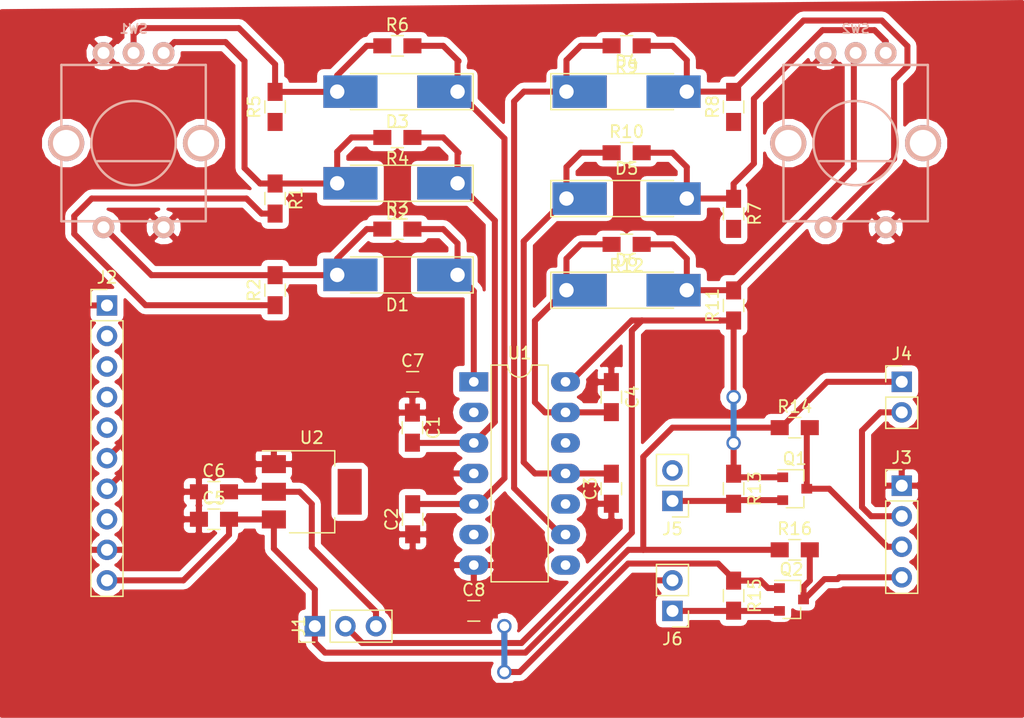
<source format=kicad_pcb>
(kicad_pcb (version 4) (host pcbnew 4.0.7)

  (general
    (links 88)
    (no_connects 19)
    (area 0 0 0 0)
    (thickness 1.6)
    (drawings 0)
    (tracks 223)
    (zones 0)
    (modules 42)
    (nets 30)
  )

  (page A4)
  (layers
    (0 F.Cu signal)
    (31 B.Cu signal)
    (32 B.Adhes user)
    (33 F.Adhes user)
    (34 B.Paste user)
    (35 F.Paste user)
    (36 B.SilkS user)
    (37 F.SilkS user)
    (38 B.Mask user)
    (39 F.Mask user)
    (40 Dwgs.User user)
    (41 Cmts.User user)
    (42 Eco1.User user)
    (43 Eco2.User user)
    (44 Edge.Cuts user)
    (45 Margin user)
    (46 B.CrtYd user)
    (47 F.CrtYd user)
    (48 B.Fab user)
    (49 F.Fab user)
  )

  (setup
    (last_trace_width 0.5)
    (trace_clearance 0.3)
    (zone_clearance 0.508)
    (zone_45_only no)
    (trace_min 0.2)
    (segment_width 0.2)
    (edge_width 0.15)
    (via_size 1.2)
    (via_drill 0.8)
    (via_min_size 0.4)
    (via_min_drill 0.3)
    (uvia_size 0.3)
    (uvia_drill 0.1)
    (uvias_allowed no)
    (uvia_min_size 0.2)
    (uvia_min_drill 0.1)
    (pcb_text_width 0.3)
    (pcb_text_size 1.5 1.5)
    (mod_edge_width 0.15)
    (mod_text_size 1 1)
    (mod_text_width 0.15)
    (pad_size 1.524 1.524)
    (pad_drill 0.762)
    (pad_to_mask_clearance 0.2)
    (aux_axis_origin 0 0)
    (visible_elements 7FFFEFFF)
    (pcbplotparams
      (layerselection 0x00030_80000001)
      (usegerberextensions false)
      (excludeedgelayer true)
      (linewidth 0.100000)
      (plotframeref false)
      (viasonmask false)
      (mode 1)
      (useauxorigin false)
      (hpglpennumber 1)
      (hpglpenspeed 20)
      (hpglpendiameter 15)
      (hpglpenoverlay 2)
      (psnegative false)
      (psa4output false)
      (plotreference true)
      (plotvalue true)
      (plotinvisibletext false)
      (padsonsilk false)
      (subtractmaskfromsilk false)
      (outputformat 1)
      (mirror false)
      (drillshape 1)
      (scaleselection 1)
      (outputdirectory ""))
  )

  (net 0 "")
  (net 1 GND)
  (net 2 "Net-(C1-Pad2)")
  (net 3 "Net-(C2-Pad2)")
  (net 4 "Net-(C3-Pad2)")
  (net 5 "Net-(C4-Pad2)")
  (net 6 VDD)
  (net 7 "Net-(C6-Pad2)")
  (net 8 "Net-(D1-Pad2)")
  (net 9 "Net-(D2-Pad2)")
  (net 10 "Net-(D3-Pad2)")
  (net 11 "Net-(D4-Pad2)")
  (net 12 "Net-(D5-Pad2)")
  (net 13 "Net-(D6-Pad2)")
  (net 14 VCC)
  (net 15 "Net-(J2-Pad1)")
  (net 16 "Net-(J2-Pad2)")
  (net 17 enc2BTN)
  (net 18 enc2B)
  (net 19 enc2A)
  (net 20 enc1BTN)
  (net 21 enc1B)
  (net 22 enc1A)
  (net 23 "Net-(J3-Pad2)")
  (net 24 /SDA)
  (net 25 /SCL)
  (net 26 "Net-(J5-Pad1)")
  (net 27 "Net-(J6-Pad1)")
  (net 28 "Net-(C7-Pad2)")
  (net 29 "Net-(C8-Pad2)")

  (net_class Default "This is the default net class."
    (clearance 0.3)
    (trace_width 0.5)
    (via_dia 1.2)
    (via_drill 0.8)
    (uvia_dia 0.3)
    (uvia_drill 0.1)
    (add_net /SCL)
    (add_net /SDA)
    (add_net GND)
    (add_net "Net-(C1-Pad2)")
    (add_net "Net-(C2-Pad2)")
    (add_net "Net-(C3-Pad2)")
    (add_net "Net-(C4-Pad2)")
    (add_net "Net-(C6-Pad2)")
    (add_net "Net-(C7-Pad2)")
    (add_net "Net-(C8-Pad2)")
    (add_net "Net-(D1-Pad2)")
    (add_net "Net-(D2-Pad2)")
    (add_net "Net-(D3-Pad2)")
    (add_net "Net-(D4-Pad2)")
    (add_net "Net-(D5-Pad2)")
    (add_net "Net-(D6-Pad2)")
    (add_net "Net-(J2-Pad1)")
    (add_net "Net-(J2-Pad2)")
    (add_net "Net-(J3-Pad2)")
    (add_net "Net-(J5-Pad1)")
    (add_net "Net-(J6-Pad1)")
    (add_net VCC)
    (add_net VDD)
    (add_net enc1A)
    (add_net enc1B)
    (add_net enc1BTN)
    (add_net enc2A)
    (add_net enc2B)
    (add_net enc2BTN)
  )

  (module Pin_Headers:Pin_Header_Straight_1x03_Pitch2.54mm (layer F.Cu) (tedit 59650532) (tstamp 59ADBE6B)
    (at 115.062 90.17 90)
    (descr "Through hole straight pin header, 1x03, 2.54mm pitch, single row")
    (tags "Through hole pin header THT 1x03 2.54mm single row")
    (path /59ADAAE2)
    (fp_text reference J1 (at 0 -1.33 90) (layer F.SilkS)
      (effects (font (size 1 1) (thickness 0.15)))
    )
    (fp_text value "3v3 select" (at 0 7.41 90) (layer F.Fab)
      (effects (font (size 1 1) (thickness 0.15)))
    )
    (fp_line (start -0.635 -1.27) (end 1.27 -1.27) (layer F.Fab) (width 0.1))
    (fp_line (start 1.27 -1.27) (end 1.27 6.35) (layer F.Fab) (width 0.1))
    (fp_line (start 1.27 6.35) (end -1.27 6.35) (layer F.Fab) (width 0.1))
    (fp_line (start -1.27 6.35) (end -1.27 -0.635) (layer F.Fab) (width 0.1))
    (fp_line (start -1.27 -0.635) (end -0.635 -1.27) (layer F.Fab) (width 0.1))
    (fp_line (start -1.33 6.41) (end 1.33 6.41) (layer F.SilkS) (width 0.12))
    (fp_line (start -1.33 1.27) (end -1.33 6.41) (layer F.SilkS) (width 0.12))
    (fp_line (start 1.33 1.27) (end 1.33 6.41) (layer F.SilkS) (width 0.12))
    (fp_line (start -1.33 1.27) (end 1.33 1.27) (layer F.SilkS) (width 0.12))
    (fp_line (start -1.33 0) (end -1.33 -1.33) (layer F.SilkS) (width 0.12))
    (fp_line (start -1.33 -1.33) (end 0 -1.33) (layer F.SilkS) (width 0.12))
    (fp_line (start -1.8 -1.8) (end -1.8 6.85) (layer F.CrtYd) (width 0.05))
    (fp_line (start -1.8 6.85) (end 1.8 6.85) (layer F.CrtYd) (width 0.05))
    (fp_line (start 1.8 6.85) (end 1.8 -1.8) (layer F.CrtYd) (width 0.05))
    (fp_line (start 1.8 -1.8) (end -1.8 -1.8) (layer F.CrtYd) (width 0.05))
    (fp_text user %R (at 0.812618 2.54 180) (layer F.Fab)
      (effects (font (size 1 1) (thickness 0.15)))
    )
    (pad 1 thru_hole rect (at 0 0 90) (size 1.7 1.7) (drill 1) (layers *.Cu *.Mask)
      (net 6 VDD))
    (pad 2 thru_hole oval (at 0 2.54 90) (size 1.7 1.7) (drill 1) (layers *.Cu *.Mask)
      (net 14 VCC))
    (pad 3 thru_hole oval (at 0 5.08 90) (size 1.7 1.7) (drill 1) (layers *.Cu *.Mask)
      (net 7 "Net-(C6-Pad2)"))
    (model ${KISYS3DMOD}/Pin_Headers.3dshapes/Pin_Header_Straight_1x03_Pitch2.54mm.wrl
      (at (xyz 0 0 0))
      (scale (xyz 1 1 1))
      (rotate (xyz 0 0 0))
    )
  )

  (module Capacitors_SMD:C_0805_HandSoldering (layer F.Cu) (tedit 58AA84A8) (tstamp 59ADBE22)
    (at 123.17 73.66 270)
    (descr "Capacitor SMD 0805, hand soldering")
    (tags "capacitor 0805")
    (path /59ADD953)
    (attr smd)
    (fp_text reference C1 (at 0 -1.75 270) (layer F.SilkS)
      (effects (font (size 1 1) (thickness 0.15)))
    )
    (fp_text value 1u (at 0 1.75 270) (layer F.Fab)
      (effects (font (size 1 1) (thickness 0.15)))
    )
    (fp_text user %R (at 0 -1.75 270) (layer F.Fab)
      (effects (font (size 1 1) (thickness 0.15)))
    )
    (fp_line (start -1 0.62) (end -1 -0.62) (layer F.Fab) (width 0.1))
    (fp_line (start 1 0.62) (end -1 0.62) (layer F.Fab) (width 0.1))
    (fp_line (start 1 -0.62) (end 1 0.62) (layer F.Fab) (width 0.1))
    (fp_line (start -1 -0.62) (end 1 -0.62) (layer F.Fab) (width 0.1))
    (fp_line (start 0.5 -0.85) (end -0.5 -0.85) (layer F.SilkS) (width 0.12))
    (fp_line (start -0.5 0.85) (end 0.5 0.85) (layer F.SilkS) (width 0.12))
    (fp_line (start -2.25 -0.88) (end 2.25 -0.88) (layer F.CrtYd) (width 0.05))
    (fp_line (start -2.25 -0.88) (end -2.25 0.87) (layer F.CrtYd) (width 0.05))
    (fp_line (start 2.25 0.87) (end 2.25 -0.88) (layer F.CrtYd) (width 0.05))
    (fp_line (start 2.25 0.87) (end -2.25 0.87) (layer F.CrtYd) (width 0.05))
    (pad 1 smd rect (at -1.25 0 270) (size 1.5 1.25) (layers F.Cu F.Paste F.Mask)
      (net 1 GND))
    (pad 2 smd rect (at 1.25 0 270) (size 1.5 1.25) (layers F.Cu F.Paste F.Mask)
      (net 2 "Net-(C1-Pad2)"))
    (model Capacitors_SMD.3dshapes/C_0805.wrl
      (at (xyz 0 0 0))
      (scale (xyz 1 1 1))
      (rotate (xyz 0 0 0))
    )
  )

  (module Capacitors_SMD:C_0805_HandSoldering (layer F.Cu) (tedit 58AA84A8) (tstamp 59ADBE28)
    (at 123.19 81.28 90)
    (descr "Capacitor SMD 0805, hand soldering")
    (tags "capacitor 0805")
    (path /59ADD9AE)
    (attr smd)
    (fp_text reference C2 (at 0 -1.75 90) (layer F.SilkS)
      (effects (font (size 1 1) (thickness 0.15)))
    )
    (fp_text value 1u (at 0 1.75 90) (layer F.Fab)
      (effects (font (size 1 1) (thickness 0.15)))
    )
    (fp_text user %R (at 0 -1.75 90) (layer F.Fab)
      (effects (font (size 1 1) (thickness 0.15)))
    )
    (fp_line (start -1 0.62) (end -1 -0.62) (layer F.Fab) (width 0.1))
    (fp_line (start 1 0.62) (end -1 0.62) (layer F.Fab) (width 0.1))
    (fp_line (start 1 -0.62) (end 1 0.62) (layer F.Fab) (width 0.1))
    (fp_line (start -1 -0.62) (end 1 -0.62) (layer F.Fab) (width 0.1))
    (fp_line (start 0.5 -0.85) (end -0.5 -0.85) (layer F.SilkS) (width 0.12))
    (fp_line (start -0.5 0.85) (end 0.5 0.85) (layer F.SilkS) (width 0.12))
    (fp_line (start -2.25 -0.88) (end 2.25 -0.88) (layer F.CrtYd) (width 0.05))
    (fp_line (start -2.25 -0.88) (end -2.25 0.87) (layer F.CrtYd) (width 0.05))
    (fp_line (start 2.25 0.87) (end 2.25 -0.88) (layer F.CrtYd) (width 0.05))
    (fp_line (start 2.25 0.87) (end -2.25 0.87) (layer F.CrtYd) (width 0.05))
    (pad 1 smd rect (at -1.25 0 90) (size 1.5 1.25) (layers F.Cu F.Paste F.Mask)
      (net 1 GND))
    (pad 2 smd rect (at 1.25 0 90) (size 1.5 1.25) (layers F.Cu F.Paste F.Mask)
      (net 3 "Net-(C2-Pad2)"))
    (model Capacitors_SMD.3dshapes/C_0805.wrl
      (at (xyz 0 0 0))
      (scale (xyz 1 1 1))
      (rotate (xyz 0 0 0))
    )
  )

  (module Capacitors_SMD:C_0805_HandSoldering (layer F.Cu) (tedit 58AA84A8) (tstamp 59ADBE2E)
    (at 139.7 78.74 90)
    (descr "Capacitor SMD 0805, hand soldering")
    (tags "capacitor 0805")
    (path /59AD7ABA)
    (attr smd)
    (fp_text reference C3 (at 0 -1.75 90) (layer F.SilkS)
      (effects (font (size 1 1) (thickness 0.15)))
    )
    (fp_text value 1u (at 0 1.75 90) (layer F.Fab)
      (effects (font (size 1 1) (thickness 0.15)))
    )
    (fp_text user %R (at 0 -1.75 90) (layer F.Fab)
      (effects (font (size 1 1) (thickness 0.15)))
    )
    (fp_line (start -1 0.62) (end -1 -0.62) (layer F.Fab) (width 0.1))
    (fp_line (start 1 0.62) (end -1 0.62) (layer F.Fab) (width 0.1))
    (fp_line (start 1 -0.62) (end 1 0.62) (layer F.Fab) (width 0.1))
    (fp_line (start -1 -0.62) (end 1 -0.62) (layer F.Fab) (width 0.1))
    (fp_line (start 0.5 -0.85) (end -0.5 -0.85) (layer F.SilkS) (width 0.12))
    (fp_line (start -0.5 0.85) (end 0.5 0.85) (layer F.SilkS) (width 0.12))
    (fp_line (start -2.25 -0.88) (end 2.25 -0.88) (layer F.CrtYd) (width 0.05))
    (fp_line (start -2.25 -0.88) (end -2.25 0.87) (layer F.CrtYd) (width 0.05))
    (fp_line (start 2.25 0.87) (end 2.25 -0.88) (layer F.CrtYd) (width 0.05))
    (fp_line (start 2.25 0.87) (end -2.25 0.87) (layer F.CrtYd) (width 0.05))
    (pad 1 smd rect (at -1.25 0 90) (size 1.5 1.25) (layers F.Cu F.Paste F.Mask)
      (net 1 GND))
    (pad 2 smd rect (at 1.25 0 90) (size 1.5 1.25) (layers F.Cu F.Paste F.Mask)
      (net 4 "Net-(C3-Pad2)"))
    (model Capacitors_SMD.3dshapes/C_0805.wrl
      (at (xyz 0 0 0))
      (scale (xyz 1 1 1))
      (rotate (xyz 0 0 0))
    )
  )

  (module Capacitors_SMD:C_0805_HandSoldering (layer F.Cu) (tedit 58AA84A8) (tstamp 59ADBE34)
    (at 139.7 71.12 270)
    (descr "Capacitor SMD 0805, hand soldering")
    (tags "capacitor 0805")
    (path /59ADB9F4)
    (attr smd)
    (fp_text reference C4 (at 0 -1.75 270) (layer F.SilkS)
      (effects (font (size 1 1) (thickness 0.15)))
    )
    (fp_text value 1u (at 0 1.75 270) (layer F.Fab)
      (effects (font (size 1 1) (thickness 0.15)))
    )
    (fp_text user %R (at 0 -1.75 270) (layer F.Fab)
      (effects (font (size 1 1) (thickness 0.15)))
    )
    (fp_line (start -1 0.62) (end -1 -0.62) (layer F.Fab) (width 0.1))
    (fp_line (start 1 0.62) (end -1 0.62) (layer F.Fab) (width 0.1))
    (fp_line (start 1 -0.62) (end 1 0.62) (layer F.Fab) (width 0.1))
    (fp_line (start -1 -0.62) (end 1 -0.62) (layer F.Fab) (width 0.1))
    (fp_line (start 0.5 -0.85) (end -0.5 -0.85) (layer F.SilkS) (width 0.12))
    (fp_line (start -0.5 0.85) (end 0.5 0.85) (layer F.SilkS) (width 0.12))
    (fp_line (start -2.25 -0.88) (end 2.25 -0.88) (layer F.CrtYd) (width 0.05))
    (fp_line (start -2.25 -0.88) (end -2.25 0.87) (layer F.CrtYd) (width 0.05))
    (fp_line (start 2.25 0.87) (end 2.25 -0.88) (layer F.CrtYd) (width 0.05))
    (fp_line (start 2.25 0.87) (end -2.25 0.87) (layer F.CrtYd) (width 0.05))
    (pad 1 smd rect (at -1.25 0 270) (size 1.5 1.25) (layers F.Cu F.Paste F.Mask)
      (net 1 GND))
    (pad 2 smd rect (at 1.25 0 270) (size 1.5 1.25) (layers F.Cu F.Paste F.Mask)
      (net 5 "Net-(C4-Pad2)"))
    (model Capacitors_SMD.3dshapes/C_0805.wrl
      (at (xyz 0 0 0))
      (scale (xyz 1 1 1))
      (rotate (xyz 0 0 0))
    )
  )

  (module Capacitors_SMD:C_0805_HandSoldering (layer F.Cu) (tedit 58AA84A8) (tstamp 59ADBE3A)
    (at 106.68 81.28)
    (descr "Capacitor SMD 0805, hand soldering")
    (tags "capacitor 0805")
    (path /59AD891E)
    (attr smd)
    (fp_text reference C5 (at 0 -1.75) (layer F.SilkS)
      (effects (font (size 1 1) (thickness 0.15)))
    )
    (fp_text value 1u (at 0 1.75) (layer F.Fab)
      (effects (font (size 1 1) (thickness 0.15)))
    )
    (fp_text user %R (at 0 -1.75) (layer F.Fab)
      (effects (font (size 1 1) (thickness 0.15)))
    )
    (fp_line (start -1 0.62) (end -1 -0.62) (layer F.Fab) (width 0.1))
    (fp_line (start 1 0.62) (end -1 0.62) (layer F.Fab) (width 0.1))
    (fp_line (start 1 -0.62) (end 1 0.62) (layer F.Fab) (width 0.1))
    (fp_line (start -1 -0.62) (end 1 -0.62) (layer F.Fab) (width 0.1))
    (fp_line (start 0.5 -0.85) (end -0.5 -0.85) (layer F.SilkS) (width 0.12))
    (fp_line (start -0.5 0.85) (end 0.5 0.85) (layer F.SilkS) (width 0.12))
    (fp_line (start -2.25 -0.88) (end 2.25 -0.88) (layer F.CrtYd) (width 0.05))
    (fp_line (start -2.25 -0.88) (end -2.25 0.87) (layer F.CrtYd) (width 0.05))
    (fp_line (start 2.25 0.87) (end 2.25 -0.88) (layer F.CrtYd) (width 0.05))
    (fp_line (start 2.25 0.87) (end -2.25 0.87) (layer F.CrtYd) (width 0.05))
    (pad 1 smd rect (at -1.25 0) (size 1.5 1.25) (layers F.Cu F.Paste F.Mask)
      (net 1 GND))
    (pad 2 smd rect (at 1.25 0) (size 1.5 1.25) (layers F.Cu F.Paste F.Mask)
      (net 6 VDD))
    (model Capacitors_SMD.3dshapes/C_0805.wrl
      (at (xyz 0 0 0))
      (scale (xyz 1 1 1))
      (rotate (xyz 0 0 0))
    )
  )

  (module Capacitors_SMD:C_0805_HandSoldering (layer F.Cu) (tedit 58AA84A8) (tstamp 59ADBE40)
    (at 106.68 78.994)
    (descr "Capacitor SMD 0805, hand soldering")
    (tags "capacitor 0805")
    (path /59AD8A0A)
    (attr smd)
    (fp_text reference C6 (at 0 -1.75) (layer F.SilkS)
      (effects (font (size 1 1) (thickness 0.15)))
    )
    (fp_text value 1u (at 0 1.75) (layer F.Fab)
      (effects (font (size 1 1) (thickness 0.15)))
    )
    (fp_text user %R (at 0 -1.75) (layer F.Fab)
      (effects (font (size 1 1) (thickness 0.15)))
    )
    (fp_line (start -1 0.62) (end -1 -0.62) (layer F.Fab) (width 0.1))
    (fp_line (start 1 0.62) (end -1 0.62) (layer F.Fab) (width 0.1))
    (fp_line (start 1 -0.62) (end 1 0.62) (layer F.Fab) (width 0.1))
    (fp_line (start -1 -0.62) (end 1 -0.62) (layer F.Fab) (width 0.1))
    (fp_line (start 0.5 -0.85) (end -0.5 -0.85) (layer F.SilkS) (width 0.12))
    (fp_line (start -0.5 0.85) (end 0.5 0.85) (layer F.SilkS) (width 0.12))
    (fp_line (start -2.25 -0.88) (end 2.25 -0.88) (layer F.CrtYd) (width 0.05))
    (fp_line (start -2.25 -0.88) (end -2.25 0.87) (layer F.CrtYd) (width 0.05))
    (fp_line (start 2.25 0.87) (end 2.25 -0.88) (layer F.CrtYd) (width 0.05))
    (fp_line (start 2.25 0.87) (end -2.25 0.87) (layer F.CrtYd) (width 0.05))
    (pad 1 smd rect (at -1.25 0) (size 1.5 1.25) (layers F.Cu F.Paste F.Mask)
      (net 1 GND))
    (pad 2 smd rect (at 1.25 0) (size 1.5 1.25) (layers F.Cu F.Paste F.Mask)
      (net 7 "Net-(C6-Pad2)"))
    (model Capacitors_SMD.3dshapes/C_0805.wrl
      (at (xyz 0 0 0))
      (scale (xyz 1 1 1))
      (rotate (xyz 0 0 0))
    )
  )

  (module Diodes_SMD:D_MELF-RM10_Universal_Handsoldering (layer F.Cu) (tedit 5905D8D3) (tstamp 59ADBE46)
    (at 121.92 60.96 180)
    (descr "Diode, Universal, MELF, RM10, Handsoldering, SMD, Thruhole,")
    (tags "Diode Universal MELF RM10 Handsoldering SMD Thruhole ")
    (path /59ADD9BA)
    (fp_text reference D1 (at 0 -2.5 180) (layer F.SilkS)
      (effects (font (size 1 1) (thickness 0.15)))
    )
    (fp_text value 1n4148 (at 0 2.5 180) (layer F.Fab)
      (effects (font (size 1 1) (thickness 0.15)))
    )
    (fp_text user %R (at 0 -2.5 180) (layer F.Fab)
      (effects (font (size 1 1) (thickness 0.15)))
    )
    (fp_line (start 3.9 -1.5) (end -6.3 -1.5) (layer F.SilkS) (width 0.12))
    (fp_line (start -6.3 -1.5) (end -6.3 1.5) (layer F.SilkS) (width 0.12))
    (fp_line (start -6.3 1.5) (end 3.9 1.5) (layer F.SilkS) (width 0.12))
    (fp_line (start 2.6 -1.3) (end -2.6 -1.3) (layer F.Fab) (width 0.1))
    (fp_line (start -2.6 -1.3) (end -2.6 1.3) (layer F.Fab) (width 0.1))
    (fp_line (start -2.6 1.3) (end 2.6 1.3) (layer F.Fab) (width 0.1))
    (fp_line (start 2.6 1.3) (end 2.6 -1.3) (layer F.Fab) (width 0.1))
    (fp_line (start -0.64944 0.00102) (end -1.55114 0.00102) (layer F.Fab) (width 0.1))
    (fp_line (start 0.50118 0.00102) (end 1.4994 0.00102) (layer F.Fab) (width 0.1))
    (fp_line (start -0.64944 -0.79908) (end -0.64944 0.80112) (layer F.Fab) (width 0.1))
    (fp_line (start 0.50118 0.75032) (end 0.50118 -0.79908) (layer F.Fab) (width 0.1))
    (fp_line (start -0.64944 0.00102) (end 0.50118 0.75032) (layer F.Fab) (width 0.1))
    (fp_line (start -0.64944 0.00102) (end 0.50118 -0.79908) (layer F.Fab) (width 0.1))
    (fp_line (start -6.4 -1.6) (end 6.4 -1.6) (layer F.CrtYd) (width 0.05))
    (fp_line (start 6.4 -1.6) (end 6.4 1.6) (layer F.CrtYd) (width 0.05))
    (fp_line (start 6.4 1.6) (end -6.4 1.6) (layer F.CrtYd) (width 0.05))
    (fp_line (start -6.4 1.6) (end -6.4 -1.6) (layer F.CrtYd) (width 0.05))
    (pad 1 thru_hole rect (at -5 0 180) (size 4.5 2.7) (drill 1.19888 (offset 1.1 0)) (layers *.Cu *.Mask)
      (net 28 "Net-(C7-Pad2)"))
    (pad 2 thru_hole rect (at 5 0) (size 4.5 2.7) (drill 1.19888 (offset 1.1 0)) (layers *.Cu *.Mask)
      (net 8 "Net-(D1-Pad2)"))
    (model ${KISYS3DMOD}/Diodes_SMD.3dshapes/D_MELF.wrl
      (at (xyz 0 0 0))
      (scale (xyz 1 1 1))
      (rotate (xyz 0 0 0))
    )
  )

  (module Diodes_SMD:D_MELF-RM10_Universal_Handsoldering (layer F.Cu) (tedit 5905D8D3) (tstamp 59ADBE4C)
    (at 121.92 53.34 180)
    (descr "Diode, Universal, MELF, RM10, Handsoldering, SMD, Thruhole,")
    (tags "Diode Universal MELF RM10 Handsoldering SMD Thruhole ")
    (path /59ADD971)
    (fp_text reference D2 (at 0 -2.5 180) (layer F.SilkS)
      (effects (font (size 1 1) (thickness 0.15)))
    )
    (fp_text value 1n4148 (at 0 2.5 180) (layer F.Fab)
      (effects (font (size 1 1) (thickness 0.15)))
    )
    (fp_text user %R (at 0 -2.5 180) (layer F.Fab)
      (effects (font (size 1 1) (thickness 0.15)))
    )
    (fp_line (start 3.9 -1.5) (end -6.3 -1.5) (layer F.SilkS) (width 0.12))
    (fp_line (start -6.3 -1.5) (end -6.3 1.5) (layer F.SilkS) (width 0.12))
    (fp_line (start -6.3 1.5) (end 3.9 1.5) (layer F.SilkS) (width 0.12))
    (fp_line (start 2.6 -1.3) (end -2.6 -1.3) (layer F.Fab) (width 0.1))
    (fp_line (start -2.6 -1.3) (end -2.6 1.3) (layer F.Fab) (width 0.1))
    (fp_line (start -2.6 1.3) (end 2.6 1.3) (layer F.Fab) (width 0.1))
    (fp_line (start 2.6 1.3) (end 2.6 -1.3) (layer F.Fab) (width 0.1))
    (fp_line (start -0.64944 0.00102) (end -1.55114 0.00102) (layer F.Fab) (width 0.1))
    (fp_line (start 0.50118 0.00102) (end 1.4994 0.00102) (layer F.Fab) (width 0.1))
    (fp_line (start -0.64944 -0.79908) (end -0.64944 0.80112) (layer F.Fab) (width 0.1))
    (fp_line (start 0.50118 0.75032) (end 0.50118 -0.79908) (layer F.Fab) (width 0.1))
    (fp_line (start -0.64944 0.00102) (end 0.50118 0.75032) (layer F.Fab) (width 0.1))
    (fp_line (start -0.64944 0.00102) (end 0.50118 -0.79908) (layer F.Fab) (width 0.1))
    (fp_line (start -6.4 -1.6) (end 6.4 -1.6) (layer F.CrtYd) (width 0.05))
    (fp_line (start 6.4 -1.6) (end 6.4 1.6) (layer F.CrtYd) (width 0.05))
    (fp_line (start 6.4 1.6) (end -6.4 1.6) (layer F.CrtYd) (width 0.05))
    (fp_line (start -6.4 1.6) (end -6.4 -1.6) (layer F.CrtYd) (width 0.05))
    (pad 1 thru_hole rect (at -5 0 180) (size 4.5 2.7) (drill 1.19888 (offset 1.1 0)) (layers *.Cu *.Mask)
      (net 2 "Net-(C1-Pad2)"))
    (pad 2 thru_hole rect (at 5 0) (size 4.5 2.7) (drill 1.19888 (offset 1.1 0)) (layers *.Cu *.Mask)
      (net 9 "Net-(D2-Pad2)"))
    (model ${KISYS3DMOD}/Diodes_SMD.3dshapes/D_MELF.wrl
      (at (xyz 0 0 0))
      (scale (xyz 1 1 1))
      (rotate (xyz 0 0 0))
    )
  )

  (module Diodes_SMD:D_MELF-RM10_Universal_Handsoldering (layer F.Cu) (tedit 5905D8D3) (tstamp 59ADBE52)
    (at 121.92 45.72 180)
    (descr "Diode, Universal, MELF, RM10, Handsoldering, SMD, Thruhole,")
    (tags "Diode Universal MELF RM10 Handsoldering SMD Thruhole ")
    (path /59ADD9D2)
    (fp_text reference D3 (at 0 -2.5 180) (layer F.SilkS)
      (effects (font (size 1 1) (thickness 0.15)))
    )
    (fp_text value 1n4148 (at 0 2.5 180) (layer F.Fab)
      (effects (font (size 1 1) (thickness 0.15)))
    )
    (fp_text user %R (at 0 -2.5 180) (layer F.Fab)
      (effects (font (size 1 1) (thickness 0.15)))
    )
    (fp_line (start 3.9 -1.5) (end -6.3 -1.5) (layer F.SilkS) (width 0.12))
    (fp_line (start -6.3 -1.5) (end -6.3 1.5) (layer F.SilkS) (width 0.12))
    (fp_line (start -6.3 1.5) (end 3.9 1.5) (layer F.SilkS) (width 0.12))
    (fp_line (start 2.6 -1.3) (end -2.6 -1.3) (layer F.Fab) (width 0.1))
    (fp_line (start -2.6 -1.3) (end -2.6 1.3) (layer F.Fab) (width 0.1))
    (fp_line (start -2.6 1.3) (end 2.6 1.3) (layer F.Fab) (width 0.1))
    (fp_line (start 2.6 1.3) (end 2.6 -1.3) (layer F.Fab) (width 0.1))
    (fp_line (start -0.64944 0.00102) (end -1.55114 0.00102) (layer F.Fab) (width 0.1))
    (fp_line (start 0.50118 0.00102) (end 1.4994 0.00102) (layer F.Fab) (width 0.1))
    (fp_line (start -0.64944 -0.79908) (end -0.64944 0.80112) (layer F.Fab) (width 0.1))
    (fp_line (start 0.50118 0.75032) (end 0.50118 -0.79908) (layer F.Fab) (width 0.1))
    (fp_line (start -0.64944 0.00102) (end 0.50118 0.75032) (layer F.Fab) (width 0.1))
    (fp_line (start -0.64944 0.00102) (end 0.50118 -0.79908) (layer F.Fab) (width 0.1))
    (fp_line (start -6.4 -1.6) (end 6.4 -1.6) (layer F.CrtYd) (width 0.05))
    (fp_line (start 6.4 -1.6) (end 6.4 1.6) (layer F.CrtYd) (width 0.05))
    (fp_line (start 6.4 1.6) (end -6.4 1.6) (layer F.CrtYd) (width 0.05))
    (fp_line (start -6.4 1.6) (end -6.4 -1.6) (layer F.CrtYd) (width 0.05))
    (pad 1 thru_hole rect (at -5 0 180) (size 4.5 2.7) (drill 1.19888 (offset 1.1 0)) (layers *.Cu *.Mask)
      (net 3 "Net-(C2-Pad2)"))
    (pad 2 thru_hole rect (at 5 0) (size 4.5 2.7) (drill 1.19888 (offset 1.1 0)) (layers *.Cu *.Mask)
      (net 10 "Net-(D3-Pad2)"))
    (model ${KISYS3DMOD}/Diodes_SMD.3dshapes/D_MELF.wrl
      (at (xyz 0 0 0))
      (scale (xyz 1 1 1))
      (rotate (xyz 0 0 0))
    )
  )

  (module Diodes_SMD:D_MELF-RM10_Universal_Handsoldering (layer F.Cu) (tedit 5905D8D3) (tstamp 59ADBE58)
    (at 140.97 45.72)
    (descr "Diode, Universal, MELF, RM10, Handsoldering, SMD, Thruhole,")
    (tags "Diode Universal MELF RM10 Handsoldering SMD Thruhole ")
    (path /59ADBAD5)
    (fp_text reference D4 (at 0 -2.5) (layer F.SilkS)
      (effects (font (size 1 1) (thickness 0.15)))
    )
    (fp_text value 1n4148 (at 0 2.5) (layer F.Fab)
      (effects (font (size 1 1) (thickness 0.15)))
    )
    (fp_text user %R (at 0 -2.5) (layer F.Fab)
      (effects (font (size 1 1) (thickness 0.15)))
    )
    (fp_line (start 3.9 -1.5) (end -6.3 -1.5) (layer F.SilkS) (width 0.12))
    (fp_line (start -6.3 -1.5) (end -6.3 1.5) (layer F.SilkS) (width 0.12))
    (fp_line (start -6.3 1.5) (end 3.9 1.5) (layer F.SilkS) (width 0.12))
    (fp_line (start 2.6 -1.3) (end -2.6 -1.3) (layer F.Fab) (width 0.1))
    (fp_line (start -2.6 -1.3) (end -2.6 1.3) (layer F.Fab) (width 0.1))
    (fp_line (start -2.6 1.3) (end 2.6 1.3) (layer F.Fab) (width 0.1))
    (fp_line (start 2.6 1.3) (end 2.6 -1.3) (layer F.Fab) (width 0.1))
    (fp_line (start -0.64944 0.00102) (end -1.55114 0.00102) (layer F.Fab) (width 0.1))
    (fp_line (start 0.50118 0.00102) (end 1.4994 0.00102) (layer F.Fab) (width 0.1))
    (fp_line (start -0.64944 -0.79908) (end -0.64944 0.80112) (layer F.Fab) (width 0.1))
    (fp_line (start 0.50118 0.75032) (end 0.50118 -0.79908) (layer F.Fab) (width 0.1))
    (fp_line (start -0.64944 0.00102) (end 0.50118 0.75032) (layer F.Fab) (width 0.1))
    (fp_line (start -0.64944 0.00102) (end 0.50118 -0.79908) (layer F.Fab) (width 0.1))
    (fp_line (start -6.4 -1.6) (end 6.4 -1.6) (layer F.CrtYd) (width 0.05))
    (fp_line (start 6.4 -1.6) (end 6.4 1.6) (layer F.CrtYd) (width 0.05))
    (fp_line (start 6.4 1.6) (end -6.4 1.6) (layer F.CrtYd) (width 0.05))
    (fp_line (start -6.4 1.6) (end -6.4 -1.6) (layer F.CrtYd) (width 0.05))
    (pad 1 thru_hole rect (at -5 0) (size 4.5 2.7) (drill 1.19888 (offset 1.1 0)) (layers *.Cu *.Mask)
      (net 29 "Net-(C8-Pad2)"))
    (pad 2 thru_hole rect (at 5 0 180) (size 4.5 2.7) (drill 1.19888 (offset 1.1 0)) (layers *.Cu *.Mask)
      (net 11 "Net-(D4-Pad2)"))
    (model ${KISYS3DMOD}/Diodes_SMD.3dshapes/D_MELF.wrl
      (at (xyz 0 0 0))
      (scale (xyz 1 1 1))
      (rotate (xyz 0 0 0))
    )
  )

  (module Diodes_SMD:D_MELF-RM10_Universal_Handsoldering (layer F.Cu) (tedit 5905D8D3) (tstamp 59ADBE5E)
    (at 140.97 54.61)
    (descr "Diode, Universal, MELF, RM10, Handsoldering, SMD, Thruhole,")
    (tags "Diode Universal MELF RM10 Handsoldering SMD Thruhole ")
    (path /59AD851C)
    (fp_text reference D5 (at 0 -2.5) (layer F.SilkS)
      (effects (font (size 1 1) (thickness 0.15)))
    )
    (fp_text value 1n4148 (at 0.50118 3.01092) (layer F.Fab)
      (effects (font (size 1 1) (thickness 0.15)))
    )
    (fp_text user %R (at 0 -2.5) (layer F.Fab)
      (effects (font (size 1 1) (thickness 0.15)))
    )
    (fp_line (start 3.9 -1.5) (end -6.3 -1.5) (layer F.SilkS) (width 0.12))
    (fp_line (start -6.3 -1.5) (end -6.3 1.5) (layer F.SilkS) (width 0.12))
    (fp_line (start -6.3 1.5) (end 3.9 1.5) (layer F.SilkS) (width 0.12))
    (fp_line (start 2.6 -1.3) (end -2.6 -1.3) (layer F.Fab) (width 0.1))
    (fp_line (start -2.6 -1.3) (end -2.6 1.3) (layer F.Fab) (width 0.1))
    (fp_line (start -2.6 1.3) (end 2.6 1.3) (layer F.Fab) (width 0.1))
    (fp_line (start 2.6 1.3) (end 2.6 -1.3) (layer F.Fab) (width 0.1))
    (fp_line (start -0.64944 0.00102) (end -1.55114 0.00102) (layer F.Fab) (width 0.1))
    (fp_line (start 0.50118 0.00102) (end 1.4994 0.00102) (layer F.Fab) (width 0.1))
    (fp_line (start -0.64944 -0.79908) (end -0.64944 0.80112) (layer F.Fab) (width 0.1))
    (fp_line (start 0.50118 0.75032) (end 0.50118 -0.79908) (layer F.Fab) (width 0.1))
    (fp_line (start -0.64944 0.00102) (end 0.50118 0.75032) (layer F.Fab) (width 0.1))
    (fp_line (start -0.64944 0.00102) (end 0.50118 -0.79908) (layer F.Fab) (width 0.1))
    (fp_line (start -6.4 -1.6) (end 6.4 -1.6) (layer F.CrtYd) (width 0.05))
    (fp_line (start 6.4 -1.6) (end 6.4 1.6) (layer F.CrtYd) (width 0.05))
    (fp_line (start 6.4 1.6) (end -6.4 1.6) (layer F.CrtYd) (width 0.05))
    (fp_line (start -6.4 1.6) (end -6.4 -1.6) (layer F.CrtYd) (width 0.05))
    (pad 1 thru_hole rect (at -5 0) (size 4.5 2.7) (drill 1.19888 (offset 1.1 0)) (layers *.Cu *.Mask)
      (net 4 "Net-(C3-Pad2)"))
    (pad 2 thru_hole rect (at 5 0 180) (size 4.5 2.7) (drill 1.19888 (offset 1.1 0)) (layers *.Cu *.Mask)
      (net 12 "Net-(D5-Pad2)"))
    (model ${KISYS3DMOD}/Diodes_SMD.3dshapes/D_MELF.wrl
      (at (xyz 0 0 0))
      (scale (xyz 1 1 1))
      (rotate (xyz 0 0 0))
    )
  )

  (module Diodes_SMD:D_MELF-RM10_Universal_Handsoldering (layer F.Cu) (tedit 5905D8D3) (tstamp 59ADBE64)
    (at 140.97 62.23)
    (descr "Diode, Universal, MELF, RM10, Handsoldering, SMD, Thruhole,")
    (tags "Diode Universal MELF RM10 Handsoldering SMD Thruhole ")
    (path /59ADC2C8)
    (fp_text reference D6 (at 0 -2.5) (layer F.SilkS)
      (effects (font (size 1 1) (thickness 0.15)))
    )
    (fp_text value 1n4148 (at 0 2.5) (layer F.Fab)
      (effects (font (size 1 1) (thickness 0.15)))
    )
    (fp_text user %R (at 0 -2.5) (layer F.Fab)
      (effects (font (size 1 1) (thickness 0.15)))
    )
    (fp_line (start 3.9 -1.5) (end -6.3 -1.5) (layer F.SilkS) (width 0.12))
    (fp_line (start -6.3 -1.5) (end -6.3 1.5) (layer F.SilkS) (width 0.12))
    (fp_line (start -6.3 1.5) (end 3.9 1.5) (layer F.SilkS) (width 0.12))
    (fp_line (start 2.6 -1.3) (end -2.6 -1.3) (layer F.Fab) (width 0.1))
    (fp_line (start -2.6 -1.3) (end -2.6 1.3) (layer F.Fab) (width 0.1))
    (fp_line (start -2.6 1.3) (end 2.6 1.3) (layer F.Fab) (width 0.1))
    (fp_line (start 2.6 1.3) (end 2.6 -1.3) (layer F.Fab) (width 0.1))
    (fp_line (start -0.64944 0.00102) (end -1.55114 0.00102) (layer F.Fab) (width 0.1))
    (fp_line (start 0.50118 0.00102) (end 1.4994 0.00102) (layer F.Fab) (width 0.1))
    (fp_line (start -0.64944 -0.79908) (end -0.64944 0.80112) (layer F.Fab) (width 0.1))
    (fp_line (start 0.50118 0.75032) (end 0.50118 -0.79908) (layer F.Fab) (width 0.1))
    (fp_line (start -0.64944 0.00102) (end 0.50118 0.75032) (layer F.Fab) (width 0.1))
    (fp_line (start -0.64944 0.00102) (end 0.50118 -0.79908) (layer F.Fab) (width 0.1))
    (fp_line (start -6.4 -1.6) (end 6.4 -1.6) (layer F.CrtYd) (width 0.05))
    (fp_line (start 6.4 -1.6) (end 6.4 1.6) (layer F.CrtYd) (width 0.05))
    (fp_line (start 6.4 1.6) (end -6.4 1.6) (layer F.CrtYd) (width 0.05))
    (fp_line (start -6.4 1.6) (end -6.4 -1.6) (layer F.CrtYd) (width 0.05))
    (pad 1 thru_hole rect (at -5 0) (size 4.5 2.7) (drill 1.19888 (offset 1.1 0)) (layers *.Cu *.Mask)
      (net 5 "Net-(C4-Pad2)"))
    (pad 2 thru_hole rect (at 5 0 180) (size 4.5 2.7) (drill 1.19888 (offset 1.1 0)) (layers *.Cu *.Mask)
      (net 13 "Net-(D6-Pad2)"))
    (model ${KISYS3DMOD}/Diodes_SMD.3dshapes/D_MELF.wrl
      (at (xyz 0 0 0))
      (scale (xyz 1 1 1))
      (rotate (xyz 0 0 0))
    )
  )

  (module Pin_Headers:Pin_Header_Straight_1x10_Pitch2.54mm (layer F.Cu) (tedit 59650532) (tstamp 59ADBE79)
    (at 97.79 63.5)
    (descr "Through hole straight pin header, 1x10, 2.54mm pitch, single row")
    (tags "Through hole pin header THT 1x10 2.54mm single row")
    (path /59AD9312)
    (fp_text reference J2 (at 0 -2.33) (layer F.SilkS)
      (effects (font (size 1 1) (thickness 0.15)))
    )
    (fp_text value CONN_01X10 (at 0 25.19) (layer F.Fab)
      (effects (font (size 1 1) (thickness 0.15)))
    )
    (fp_line (start -0.635 -1.27) (end 1.27 -1.27) (layer F.Fab) (width 0.1))
    (fp_line (start 1.27 -1.27) (end 1.27 24.13) (layer F.Fab) (width 0.1))
    (fp_line (start 1.27 24.13) (end -1.27 24.13) (layer F.Fab) (width 0.1))
    (fp_line (start -1.27 24.13) (end -1.27 -0.635) (layer F.Fab) (width 0.1))
    (fp_line (start -1.27 -0.635) (end -0.635 -1.27) (layer F.Fab) (width 0.1))
    (fp_line (start -1.33 24.19) (end 1.33 24.19) (layer F.SilkS) (width 0.12))
    (fp_line (start -1.33 1.27) (end -1.33 24.19) (layer F.SilkS) (width 0.12))
    (fp_line (start 1.33 1.27) (end 1.33 24.19) (layer F.SilkS) (width 0.12))
    (fp_line (start -1.33 1.27) (end 1.33 1.27) (layer F.SilkS) (width 0.12))
    (fp_line (start -1.33 0) (end -1.33 -1.33) (layer F.SilkS) (width 0.12))
    (fp_line (start -1.33 -1.33) (end 0 -1.33) (layer F.SilkS) (width 0.12))
    (fp_line (start -1.8 -1.8) (end -1.8 24.65) (layer F.CrtYd) (width 0.05))
    (fp_line (start -1.8 24.65) (end 1.8 24.65) (layer F.CrtYd) (width 0.05))
    (fp_line (start 1.8 24.65) (end 1.8 -1.8) (layer F.CrtYd) (width 0.05))
    (fp_line (start 1.8 -1.8) (end -1.8 -1.8) (layer F.CrtYd) (width 0.05))
    (fp_text user %R (at 0 11.43 90) (layer F.Fab)
      (effects (font (size 1 1) (thickness 0.15)))
    )
    (pad 1 thru_hole rect (at 0 0) (size 1.7 1.7) (drill 1) (layers *.Cu *.Mask)
      (net 15 "Net-(J2-Pad1)"))
    (pad 2 thru_hole oval (at 0 2.54) (size 1.7 1.7) (drill 1) (layers *.Cu *.Mask)
      (net 16 "Net-(J2-Pad2)"))
    (pad 3 thru_hole oval (at 0 5.08) (size 1.7 1.7) (drill 1) (layers *.Cu *.Mask)
      (net 17 enc2BTN))
    (pad 4 thru_hole oval (at 0 7.62) (size 1.7 1.7) (drill 1) (layers *.Cu *.Mask)
      (net 18 enc2B))
    (pad 5 thru_hole oval (at 0 10.16) (size 1.7 1.7) (drill 1) (layers *.Cu *.Mask)
      (net 19 enc2A))
    (pad 6 thru_hole oval (at 0 12.7) (size 1.7 1.7) (drill 1) (layers *.Cu *.Mask)
      (net 20 enc1BTN))
    (pad 7 thru_hole oval (at 0 15.24) (size 1.7 1.7) (drill 1) (layers *.Cu *.Mask)
      (net 21 enc1B))
    (pad 8 thru_hole oval (at 0 17.78) (size 1.7 1.7) (drill 1) (layers *.Cu *.Mask)
      (net 22 enc1A))
    (pad 9 thru_hole oval (at 0 20.32) (size 1.7 1.7) (drill 1) (layers *.Cu *.Mask)
      (net 1 GND))
    (pad 10 thru_hole oval (at 0 22.86) (size 1.7 1.7) (drill 1) (layers *.Cu *.Mask)
      (net 6 VDD))
    (model ${KISYS3DMOD}/Pin_Headers.3dshapes/Pin_Header_Straight_1x10_Pitch2.54mm.wrl
      (at (xyz 0 0 0))
      (scale (xyz 1 1 1))
      (rotate (xyz 0 0 0))
    )
  )

  (module Pin_Headers:Pin_Header_Straight_1x04_Pitch2.54mm (layer F.Cu) (tedit 59650532) (tstamp 59ADBE81)
    (at 163.83 78.486)
    (descr "Through hole straight pin header, 1x04, 2.54mm pitch, single row")
    (tags "Through hole pin header THT 1x04 2.54mm single row")
    (path /59ADAFEF)
    (fp_text reference J3 (at 0 -2.33) (layer F.SilkS)
      (effects (font (size 1 1) (thickness 0.15)))
    )
    (fp_text value CONN_01X04 (at 0 9.95) (layer F.Fab)
      (effects (font (size 1 1) (thickness 0.15)))
    )
    (fp_line (start -0.635 -1.27) (end 1.27 -1.27) (layer F.Fab) (width 0.1))
    (fp_line (start 1.27 -1.27) (end 1.27 8.89) (layer F.Fab) (width 0.1))
    (fp_line (start 1.27 8.89) (end -1.27 8.89) (layer F.Fab) (width 0.1))
    (fp_line (start -1.27 8.89) (end -1.27 -0.635) (layer F.Fab) (width 0.1))
    (fp_line (start -1.27 -0.635) (end -0.635 -1.27) (layer F.Fab) (width 0.1))
    (fp_line (start -1.33 8.95) (end 1.33 8.95) (layer F.SilkS) (width 0.12))
    (fp_line (start -1.33 1.27) (end -1.33 8.95) (layer F.SilkS) (width 0.12))
    (fp_line (start 1.33 1.27) (end 1.33 8.95) (layer F.SilkS) (width 0.12))
    (fp_line (start -1.33 1.27) (end 1.33 1.27) (layer F.SilkS) (width 0.12))
    (fp_line (start -1.33 0) (end -1.33 -1.33) (layer F.SilkS) (width 0.12))
    (fp_line (start -1.33 -1.33) (end 0 -1.33) (layer F.SilkS) (width 0.12))
    (fp_line (start -1.8 -1.8) (end -1.8 9.4) (layer F.CrtYd) (width 0.05))
    (fp_line (start -1.8 9.4) (end 1.8 9.4) (layer F.CrtYd) (width 0.05))
    (fp_line (start 1.8 9.4) (end 1.8 -1.8) (layer F.CrtYd) (width 0.05))
    (fp_line (start 1.8 -1.8) (end -1.8 -1.8) (layer F.CrtYd) (width 0.05))
    (fp_text user %R (at 0 3.81 90) (layer F.Fab)
      (effects (font (size 1 1) (thickness 0.15)))
    )
    (pad 1 thru_hole rect (at 0 0) (size 1.7 1.7) (drill 1) (layers *.Cu *.Mask)
      (net 1 GND))
    (pad 2 thru_hole oval (at 0 2.54) (size 1.7 1.7) (drill 1) (layers *.Cu *.Mask)
      (net 23 "Net-(J3-Pad2)"))
    (pad 3 thru_hole oval (at 0 5.08) (size 1.7 1.7) (drill 1) (layers *.Cu *.Mask)
      (net 24 /SDA))
    (pad 4 thru_hole oval (at 0 7.62) (size 1.7 1.7) (drill 1) (layers *.Cu *.Mask)
      (net 25 /SCL))
    (model ${KISYS3DMOD}/Pin_Headers.3dshapes/Pin_Header_Straight_1x04_Pitch2.54mm.wrl
      (at (xyz 0 0 0))
      (scale (xyz 1 1 1))
      (rotate (xyz 0 0 0))
    )
  )

  (module Pin_Headers:Pin_Header_Straight_1x02_Pitch2.54mm (layer F.Cu) (tedit 59650532) (tstamp 59ADBE87)
    (at 163.83 69.85)
    (descr "Through hole straight pin header, 1x02, 2.54mm pitch, single row")
    (tags "Through hole pin header THT 1x02 2.54mm single row")
    (path /59ADC1BF)
    (fp_text reference J4 (at 0 -2.33) (layer F.SilkS)
      (effects (font (size 1 1) (thickness 0.15)))
    )
    (fp_text value CONN_01X02 (at 0 4.87) (layer F.Fab)
      (effects (font (size 1 1) (thickness 0.15)))
    )
    (fp_line (start -0.635 -1.27) (end 1.27 -1.27) (layer F.Fab) (width 0.1))
    (fp_line (start 1.27 -1.27) (end 1.27 3.81) (layer F.Fab) (width 0.1))
    (fp_line (start 1.27 3.81) (end -1.27 3.81) (layer F.Fab) (width 0.1))
    (fp_line (start -1.27 3.81) (end -1.27 -0.635) (layer F.Fab) (width 0.1))
    (fp_line (start -1.27 -0.635) (end -0.635 -1.27) (layer F.Fab) (width 0.1))
    (fp_line (start -1.33 3.87) (end 1.33 3.87) (layer F.SilkS) (width 0.12))
    (fp_line (start -1.33 1.27) (end -1.33 3.87) (layer F.SilkS) (width 0.12))
    (fp_line (start 1.33 1.27) (end 1.33 3.87) (layer F.SilkS) (width 0.12))
    (fp_line (start -1.33 1.27) (end 1.33 1.27) (layer F.SilkS) (width 0.12))
    (fp_line (start -1.33 0) (end -1.33 -1.33) (layer F.SilkS) (width 0.12))
    (fp_line (start -1.33 -1.33) (end 0 -1.33) (layer F.SilkS) (width 0.12))
    (fp_line (start -1.8 -1.8) (end -1.8 4.35) (layer F.CrtYd) (width 0.05))
    (fp_line (start -1.8 4.35) (end 1.8 4.35) (layer F.CrtYd) (width 0.05))
    (fp_line (start 1.8 4.35) (end 1.8 -1.8) (layer F.CrtYd) (width 0.05))
    (fp_line (start 1.8 -1.8) (end -1.8 -1.8) (layer F.CrtYd) (width 0.05))
    (fp_text user %R (at 0 1.524 90) (layer F.Fab)
      (effects (font (size 1 1) (thickness 0.15)))
    )
    (pad 1 thru_hole rect (at 0 0) (size 1.7 1.7) (drill 1) (layers *.Cu *.Mask)
      (net 6 VDD))
    (pad 2 thru_hole oval (at 0 2.54) (size 1.7 1.7) (drill 1) (layers *.Cu *.Mask)
      (net 23 "Net-(J3-Pad2)"))
    (model ${KISYS3DMOD}/Pin_Headers.3dshapes/Pin_Header_Straight_1x02_Pitch2.54mm.wrl
      (at (xyz 0 0 0))
      (scale (xyz 1 1 1))
      (rotate (xyz 0 0 0))
    )
  )

  (module Pin_Headers:Pin_Header_Straight_1x02_Pitch2.54mm (layer F.Cu) (tedit 59650532) (tstamp 59ADBE8D)
    (at 144.78 79.756 180)
    (descr "Through hole straight pin header, 1x02, 2.54mm pitch, single row")
    (tags "Through hole pin header THT 1x02 2.54mm single row")
    (path /59AE8D53)
    (fp_text reference J5 (at 0 -2.33 180) (layer F.SilkS)
      (effects (font (size 1 1) (thickness 0.15)))
    )
    (fp_text value SDA_jumper (at 0 4.87 180) (layer F.Fab)
      (effects (font (size 1 1) (thickness 0.15)))
    )
    (fp_line (start -0.635 -1.27) (end 1.27 -1.27) (layer F.Fab) (width 0.1))
    (fp_line (start 1.27 -1.27) (end 1.27 3.81) (layer F.Fab) (width 0.1))
    (fp_line (start 1.27 3.81) (end -1.27 3.81) (layer F.Fab) (width 0.1))
    (fp_line (start -1.27 3.81) (end -1.27 -0.635) (layer F.Fab) (width 0.1))
    (fp_line (start -1.27 -0.635) (end -0.635 -1.27) (layer F.Fab) (width 0.1))
    (fp_line (start -1.33 3.87) (end 1.33 3.87) (layer F.SilkS) (width 0.12))
    (fp_line (start -1.33 1.27) (end -1.33 3.87) (layer F.SilkS) (width 0.12))
    (fp_line (start 1.33 1.27) (end 1.33 3.87) (layer F.SilkS) (width 0.12))
    (fp_line (start -1.33 1.27) (end 1.33 1.27) (layer F.SilkS) (width 0.12))
    (fp_line (start -1.33 0) (end -1.33 -1.33) (layer F.SilkS) (width 0.12))
    (fp_line (start -1.33 -1.33) (end 0 -1.33) (layer F.SilkS) (width 0.12))
    (fp_line (start -1.8 -1.8) (end -1.8 4.35) (layer F.CrtYd) (width 0.05))
    (fp_line (start -1.8 4.35) (end 1.8 4.35) (layer F.CrtYd) (width 0.05))
    (fp_line (start 1.8 4.35) (end 1.8 -1.8) (layer F.CrtYd) (width 0.05))
    (fp_line (start 1.8 -1.8) (end -1.8 -1.8) (layer F.CrtYd) (width 0.05))
    (fp_text user %R (at 0 1.98 270) (layer F.Fab)
      (effects (font (size 1 1) (thickness 0.15)))
    )
    (pad 1 thru_hole rect (at 0 0 180) (size 1.7 1.7) (drill 1) (layers *.Cu *.Mask)
      (net 26 "Net-(J5-Pad1)"))
    (pad 2 thru_hole oval (at 0 2.54 180) (size 1.7 1.7) (drill 1) (layers *.Cu *.Mask)
      (net 16 "Net-(J2-Pad2)"))
    (model ${KISYS3DMOD}/Pin_Headers.3dshapes/Pin_Header_Straight_1x02_Pitch2.54mm.wrl
      (at (xyz 0 0 0))
      (scale (xyz 1 1 1))
      (rotate (xyz 0 0 0))
    )
  )

  (module Pin_Headers:Pin_Header_Straight_1x02_Pitch2.54mm (layer F.Cu) (tedit 59650532) (tstamp 59ADBE93)
    (at 144.78 88.9 180)
    (descr "Through hole straight pin header, 1x02, 2.54mm pitch, single row")
    (tags "Through hole pin header THT 1x02 2.54mm single row")
    (path /59AE8C61)
    (fp_text reference J6 (at 0 -2.33 180) (layer F.SilkS)
      (effects (font (size 1 1) (thickness 0.15)))
    )
    (fp_text value SCL_jumper (at 0 4.87 180) (layer F.Fab)
      (effects (font (size 1 1) (thickness 0.15)))
    )
    (fp_line (start -0.635 -1.27) (end 1.27 -1.27) (layer F.Fab) (width 0.1))
    (fp_line (start 1.27 -1.27) (end 1.27 3.81) (layer F.Fab) (width 0.1))
    (fp_line (start 1.27 3.81) (end -1.27 3.81) (layer F.Fab) (width 0.1))
    (fp_line (start -1.27 3.81) (end -1.27 -0.635) (layer F.Fab) (width 0.1))
    (fp_line (start -1.27 -0.635) (end -0.635 -1.27) (layer F.Fab) (width 0.1))
    (fp_line (start -1.33 3.87) (end 1.33 3.87) (layer F.SilkS) (width 0.12))
    (fp_line (start -1.33 1.27) (end -1.33 3.87) (layer F.SilkS) (width 0.12))
    (fp_line (start 1.33 1.27) (end 1.33 3.87) (layer F.SilkS) (width 0.12))
    (fp_line (start -1.33 1.27) (end 1.33 1.27) (layer F.SilkS) (width 0.12))
    (fp_line (start -1.33 0) (end -1.33 -1.33) (layer F.SilkS) (width 0.12))
    (fp_line (start -1.33 -1.33) (end 0 -1.33) (layer F.SilkS) (width 0.12))
    (fp_line (start -1.8 -1.8) (end -1.8 4.35) (layer F.CrtYd) (width 0.05))
    (fp_line (start -1.8 4.35) (end 1.8 4.35) (layer F.CrtYd) (width 0.05))
    (fp_line (start 1.8 4.35) (end 1.8 -1.8) (layer F.CrtYd) (width 0.05))
    (fp_line (start 1.8 -1.8) (end -1.8 -1.8) (layer F.CrtYd) (width 0.05))
    (fp_text user %R (at 1.145476 0.96 270) (layer F.Fab)
      (effects (font (size 1 1) (thickness 0.15)))
    )
    (pad 1 thru_hole rect (at 0 0 180) (size 1.7 1.7) (drill 1) (layers *.Cu *.Mask)
      (net 27 "Net-(J6-Pad1)"))
    (pad 2 thru_hole oval (at 0 2.54 180) (size 1.7 1.7) (drill 1) (layers *.Cu *.Mask)
      (net 15 "Net-(J2-Pad1)"))
    (model ${KISYS3DMOD}/Pin_Headers.3dshapes/Pin_Header_Straight_1x02_Pitch2.54mm.wrl
      (at (xyz 0 0 0))
      (scale (xyz 1 1 1))
      (rotate (xyz 0 0 0))
    )
  )

  (module TO_SOT_Packages_SMD:SOT-23 (layer F.Cu) (tedit 58CE4E7E) (tstamp 59ADBE9A)
    (at 154.94 78.74)
    (descr "SOT-23, Standard")
    (tags SOT-23)
    (path /59ADD065)
    (attr smd)
    (fp_text reference Q1 (at 0 -2.5) (layer F.SilkS)
      (effects (font (size 1 1) (thickness 0.15)))
    )
    (fp_text value 2N7002 (at 0 2.5) (layer F.Fab)
      (effects (font (size 1 1) (thickness 0.15)))
    )
    (fp_text user %R (at -0.7 -0.95 90) (layer F.Fab)
      (effects (font (size 0.5 0.5) (thickness 0.075)))
    )
    (fp_line (start -0.7 -0.95) (end -0.7 1.5) (layer F.Fab) (width 0.1))
    (fp_line (start -0.15 -1.52) (end 0.7 -1.52) (layer F.Fab) (width 0.1))
    (fp_line (start -0.7 -0.95) (end -0.15 -1.52) (layer F.Fab) (width 0.1))
    (fp_line (start 0.7 -1.52) (end 0.7 1.52) (layer F.Fab) (width 0.1))
    (fp_line (start -0.7 1.52) (end 0.7 1.52) (layer F.Fab) (width 0.1))
    (fp_line (start 0.76 1.58) (end 0.76 0.65) (layer F.SilkS) (width 0.12))
    (fp_line (start 0.76 -1.58) (end 0.76 -0.65) (layer F.SilkS) (width 0.12))
    (fp_line (start -1.7 -1.75) (end 1.7 -1.75) (layer F.CrtYd) (width 0.05))
    (fp_line (start 1.7 -1.75) (end 1.7 1.75) (layer F.CrtYd) (width 0.05))
    (fp_line (start 1.7 1.75) (end -1.7 1.75) (layer F.CrtYd) (width 0.05))
    (fp_line (start -1.7 1.75) (end -1.7 -1.75) (layer F.CrtYd) (width 0.05))
    (fp_line (start 0.76 -1.58) (end -1.4 -1.58) (layer F.SilkS) (width 0.12))
    (fp_line (start 0.76 1.58) (end -0.7 1.58) (layer F.SilkS) (width 0.12))
    (pad 1 smd rect (at -1 -0.95) (size 0.9 0.8) (layers F.Cu F.Paste F.Mask)
      (net 14 VCC))
    (pad 2 smd rect (at -1 0.95) (size 0.9 0.8) (layers F.Cu F.Paste F.Mask)
      (net 26 "Net-(J5-Pad1)"))
    (pad 3 smd rect (at 1 0) (size 0.9 0.8) (layers F.Cu F.Paste F.Mask)
      (net 24 /SDA))
    (model ${KISYS3DMOD}/TO_SOT_Packages_SMD.3dshapes/SOT-23.wrl
      (at (xyz 0 0 0))
      (scale (xyz 1 1 1))
      (rotate (xyz 0 0 0))
    )
  )

  (module TO_SOT_Packages_SMD:SOT-23 (layer F.Cu) (tedit 58CE4E7E) (tstamp 59ADBEA1)
    (at 154.67 87.95)
    (descr "SOT-23, Standard")
    (tags SOT-23)
    (path /59AE898D)
    (attr smd)
    (fp_text reference Q2 (at 0 -2.5) (layer F.SilkS)
      (effects (font (size 1 1) (thickness 0.15)))
    )
    (fp_text value 2N7002 (at 0 2.5) (layer F.Fab)
      (effects (font (size 1 1) (thickness 0.15)))
    )
    (fp_text user %R (at 0 0 270) (layer B.Fab)
      (effects (font (size 0.5 0.5) (thickness 0.075)) (justify mirror))
    )
    (fp_line (start -0.7 -0.95) (end -0.7 1.5) (layer F.Fab) (width 0.1))
    (fp_line (start -0.15 -1.52) (end 0.7 -1.52) (layer F.Fab) (width 0.1))
    (fp_line (start -0.7 -0.95) (end -0.15 -1.52) (layer F.Fab) (width 0.1))
    (fp_line (start 0.7 -1.52) (end 0.7 1.52) (layer F.Fab) (width 0.1))
    (fp_line (start -0.7 1.52) (end 0.7 1.52) (layer F.Fab) (width 0.1))
    (fp_line (start 0.76 1.58) (end 0.76 0.65) (layer F.SilkS) (width 0.12))
    (fp_line (start 0.76 -1.58) (end 0.76 -0.65) (layer F.SilkS) (width 0.12))
    (fp_line (start -1.7 -1.75) (end 1.7 -1.75) (layer F.CrtYd) (width 0.05))
    (fp_line (start 1.7 -1.75) (end 1.7 1.75) (layer F.CrtYd) (width 0.05))
    (fp_line (start 1.7 1.75) (end -1.7 1.75) (layer F.CrtYd) (width 0.05))
    (fp_line (start -1.7 1.75) (end -1.7 -1.75) (layer F.CrtYd) (width 0.05))
    (fp_line (start 0.76 -1.58) (end -1.4 -1.58) (layer F.SilkS) (width 0.12))
    (fp_line (start 0.76 1.58) (end -0.7 1.58) (layer F.SilkS) (width 0.12))
    (pad 1 smd rect (at -1 -0.95) (size 0.9 0.8) (layers F.Cu F.Paste F.Mask)
      (net 14 VCC))
    (pad 2 smd rect (at -1 0.95) (size 0.9 0.8) (layers F.Cu F.Paste F.Mask)
      (net 27 "Net-(J6-Pad1)"))
    (pad 3 smd rect (at 1 0) (size 0.9 0.8) (layers F.Cu F.Paste F.Mask)
      (net 25 /SCL))
    (model ${KISYS3DMOD}/TO_SOT_Packages_SMD.3dshapes/SOT-23.wrl
      (at (xyz 0 0 0))
      (scale (xyz 1 1 1))
      (rotate (xyz 0 0 0))
    )
  )

  (module Capacitors_SMD:C_0805_HandSoldering (layer F.Cu) (tedit 58AA84A8) (tstamp 59ADBEA7)
    (at 111.76 54.61 270)
    (descr "Capacitor SMD 0805, hand soldering")
    (tags "capacitor 0805")
    (path /59ADD9C0)
    (attr smd)
    (fp_text reference R1 (at 0 -1.75 270) (layer F.SilkS)
      (effects (font (size 1 1) (thickness 0.15)))
    )
    (fp_text value 82K (at 0 1.75 270) (layer F.Fab)
      (effects (font (size 1 1) (thickness 0.15)))
    )
    (fp_text user %R (at 0 -1.75 270) (layer F.Fab)
      (effects (font (size 1 1) (thickness 0.15)))
    )
    (fp_line (start -1 0.62) (end -1 -0.62) (layer F.Fab) (width 0.1))
    (fp_line (start 1 0.62) (end -1 0.62) (layer F.Fab) (width 0.1))
    (fp_line (start 1 -0.62) (end 1 0.62) (layer F.Fab) (width 0.1))
    (fp_line (start -1 -0.62) (end 1 -0.62) (layer F.Fab) (width 0.1))
    (fp_line (start 0.5 -0.85) (end -0.5 -0.85) (layer F.SilkS) (width 0.12))
    (fp_line (start -0.5 0.85) (end 0.5 0.85) (layer F.SilkS) (width 0.12))
    (fp_line (start -2.25 -0.88) (end 2.25 -0.88) (layer F.CrtYd) (width 0.05))
    (fp_line (start -2.25 -0.88) (end -2.25 0.87) (layer F.CrtYd) (width 0.05))
    (fp_line (start 2.25 0.87) (end 2.25 -0.88) (layer F.CrtYd) (width 0.05))
    (fp_line (start 2.25 0.87) (end -2.25 0.87) (layer F.CrtYd) (width 0.05))
    (pad 1 smd rect (at -1.25 0 270) (size 1.5 1.25) (layers F.Cu F.Paste F.Mask)
      (net 9 "Net-(D2-Pad2)"))
    (pad 2 smd rect (at 1.25 0 270) (size 1.5 1.25) (layers F.Cu F.Paste F.Mask)
      (net 14 VCC))
    (model Capacitors_SMD.3dshapes/C_0805.wrl
      (at (xyz 0 0 0))
      (scale (xyz 1 1 1))
      (rotate (xyz 0 0 0))
    )
  )

  (module Capacitors_SMD:C_0805_HandSoldering (layer F.Cu) (tedit 58AA84A8) (tstamp 59ADBEAD)
    (at 111.76 62.23 90)
    (descr "Capacitor SMD 0805, hand soldering")
    (tags "capacitor 0805")
    (path /59ADD94D)
    (attr smd)
    (fp_text reference R2 (at 0 -1.75 90) (layer F.SilkS)
      (effects (font (size 1 1) (thickness 0.15)))
    )
    (fp_text value 82K (at 0 1.75 90) (layer F.Fab)
      (effects (font (size 1 1) (thickness 0.15)))
    )
    (fp_text user %R (at 0 -1.75 90) (layer F.Fab)
      (effects (font (size 1 1) (thickness 0.15)))
    )
    (fp_line (start -1 0.62) (end -1 -0.62) (layer F.Fab) (width 0.1))
    (fp_line (start 1 0.62) (end -1 0.62) (layer F.Fab) (width 0.1))
    (fp_line (start 1 -0.62) (end 1 0.62) (layer F.Fab) (width 0.1))
    (fp_line (start -1 -0.62) (end 1 -0.62) (layer F.Fab) (width 0.1))
    (fp_line (start 0.5 -0.85) (end -0.5 -0.85) (layer F.SilkS) (width 0.12))
    (fp_line (start -0.5 0.85) (end 0.5 0.85) (layer F.SilkS) (width 0.12))
    (fp_line (start -2.25 -0.88) (end 2.25 -0.88) (layer F.CrtYd) (width 0.05))
    (fp_line (start -2.25 -0.88) (end -2.25 0.87) (layer F.CrtYd) (width 0.05))
    (fp_line (start 2.25 0.87) (end 2.25 -0.88) (layer F.CrtYd) (width 0.05))
    (fp_line (start 2.25 0.87) (end -2.25 0.87) (layer F.CrtYd) (width 0.05))
    (pad 1 smd rect (at -1.25 0 90) (size 1.5 1.25) (layers F.Cu F.Paste F.Mask)
      (net 14 VCC))
    (pad 2 smd rect (at 1.25 0 90) (size 1.5 1.25) (layers F.Cu F.Paste F.Mask)
      (net 8 "Net-(D1-Pad2)"))
    (model Capacitors_SMD.3dshapes/C_0805.wrl
      (at (xyz 0 0 0))
      (scale (xyz 1 1 1))
      (rotate (xyz 0 0 0))
    )
  )

  (module Capacitors_SMD:C_0805_HandSoldering (layer F.Cu) (tedit 58AA84A8) (tstamp 59ADBEB3)
    (at 121.92 57.15)
    (descr "Capacitor SMD 0805, hand soldering")
    (tags "capacitor 0805")
    (path /59ADD99C)
    (attr smd)
    (fp_text reference R3 (at 0 -1.75) (layer F.SilkS)
      (effects (font (size 1 1) (thickness 0.15)))
    )
    (fp_text value 18K (at 0 1.75) (layer F.Fab)
      (effects (font (size 1 1) (thickness 0.15)))
    )
    (fp_text user %R (at 0 -1.75) (layer F.Fab)
      (effects (font (size 1 1) (thickness 0.15)))
    )
    (fp_line (start -1 0.62) (end -1 -0.62) (layer F.Fab) (width 0.1))
    (fp_line (start 1 0.62) (end -1 0.62) (layer F.Fab) (width 0.1))
    (fp_line (start 1 -0.62) (end 1 0.62) (layer F.Fab) (width 0.1))
    (fp_line (start -1 -0.62) (end 1 -0.62) (layer F.Fab) (width 0.1))
    (fp_line (start 0.5 -0.85) (end -0.5 -0.85) (layer F.SilkS) (width 0.12))
    (fp_line (start -0.5 0.85) (end 0.5 0.85) (layer F.SilkS) (width 0.12))
    (fp_line (start -2.25 -0.88) (end 2.25 -0.88) (layer F.CrtYd) (width 0.05))
    (fp_line (start -2.25 -0.88) (end -2.25 0.87) (layer F.CrtYd) (width 0.05))
    (fp_line (start 2.25 0.87) (end 2.25 -0.88) (layer F.CrtYd) (width 0.05))
    (fp_line (start 2.25 0.87) (end -2.25 0.87) (layer F.CrtYd) (width 0.05))
    (pad 1 smd rect (at -1.25 0) (size 1.5 1.25) (layers F.Cu F.Paste F.Mask)
      (net 8 "Net-(D1-Pad2)"))
    (pad 2 smd rect (at 1.25 0) (size 1.5 1.25) (layers F.Cu F.Paste F.Mask)
      (net 28 "Net-(C7-Pad2)"))
    (model Capacitors_SMD.3dshapes/C_0805.wrl
      (at (xyz 0 0 0))
      (scale (xyz 1 1 1))
      (rotate (xyz 0 0 0))
    )
  )

  (module Capacitors_SMD:C_0805_HandSoldering (layer F.Cu) (tedit 58AA84A8) (tstamp 59ADBEB9)
    (at 121.92 49.53 180)
    (descr "Capacitor SMD 0805, hand soldering")
    (tags "capacitor 0805")
    (path /59ADD983)
    (attr smd)
    (fp_text reference R4 (at 0 -1.75 180) (layer F.SilkS)
      (effects (font (size 1 1) (thickness 0.15)))
    )
    (fp_text value 18K (at 0 1.75 180) (layer F.Fab)
      (effects (font (size 1 1) (thickness 0.15)))
    )
    (fp_text user %R (at 0 -1.75 180) (layer F.Fab)
      (effects (font (size 1 1) (thickness 0.15)))
    )
    (fp_line (start -1 0.62) (end -1 -0.62) (layer F.Fab) (width 0.1))
    (fp_line (start 1 0.62) (end -1 0.62) (layer F.Fab) (width 0.1))
    (fp_line (start 1 -0.62) (end 1 0.62) (layer F.Fab) (width 0.1))
    (fp_line (start -1 -0.62) (end 1 -0.62) (layer F.Fab) (width 0.1))
    (fp_line (start 0.5 -0.85) (end -0.5 -0.85) (layer F.SilkS) (width 0.12))
    (fp_line (start -0.5 0.85) (end 0.5 0.85) (layer F.SilkS) (width 0.12))
    (fp_line (start -2.25 -0.88) (end 2.25 -0.88) (layer F.CrtYd) (width 0.05))
    (fp_line (start -2.25 -0.88) (end -2.25 0.87) (layer F.CrtYd) (width 0.05))
    (fp_line (start 2.25 0.87) (end 2.25 -0.88) (layer F.CrtYd) (width 0.05))
    (fp_line (start 2.25 0.87) (end -2.25 0.87) (layer F.CrtYd) (width 0.05))
    (pad 1 smd rect (at -1.25 0 180) (size 1.5 1.25) (layers F.Cu F.Paste F.Mask)
      (net 2 "Net-(C1-Pad2)"))
    (pad 2 smd rect (at 1.25 0 180) (size 1.5 1.25) (layers F.Cu F.Paste F.Mask)
      (net 9 "Net-(D2-Pad2)"))
    (model Capacitors_SMD.3dshapes/C_0805.wrl
      (at (xyz 0 0 0))
      (scale (xyz 1 1 1))
      (rotate (xyz 0 0 0))
    )
  )

  (module Capacitors_SMD:C_0805_HandSoldering (layer F.Cu) (tedit 58AA84A8) (tstamp 59ADBEBF)
    (at 111.76 46.99 90)
    (descr "Capacitor SMD 0805, hand soldering")
    (tags "capacitor 0805")
    (path /59ADD9D8)
    (attr smd)
    (fp_text reference R5 (at 0 -1.75 90) (layer F.SilkS)
      (effects (font (size 1 1) (thickness 0.15)))
    )
    (fp_text value 82K (at 0 1.75 90) (layer F.Fab)
      (effects (font (size 1 1) (thickness 0.15)))
    )
    (fp_text user %R (at 0 -1.75 90) (layer F.Fab)
      (effects (font (size 1 1) (thickness 0.15)))
    )
    (fp_line (start -1 0.62) (end -1 -0.62) (layer F.Fab) (width 0.1))
    (fp_line (start 1 0.62) (end -1 0.62) (layer F.Fab) (width 0.1))
    (fp_line (start 1 -0.62) (end 1 0.62) (layer F.Fab) (width 0.1))
    (fp_line (start -1 -0.62) (end 1 -0.62) (layer F.Fab) (width 0.1))
    (fp_line (start 0.5 -0.85) (end -0.5 -0.85) (layer F.SilkS) (width 0.12))
    (fp_line (start -0.5 0.85) (end 0.5 0.85) (layer F.SilkS) (width 0.12))
    (fp_line (start -2.25 -0.88) (end 2.25 -0.88) (layer F.CrtYd) (width 0.05))
    (fp_line (start -2.25 -0.88) (end -2.25 0.87) (layer F.CrtYd) (width 0.05))
    (fp_line (start 2.25 0.87) (end 2.25 -0.88) (layer F.CrtYd) (width 0.05))
    (fp_line (start 2.25 0.87) (end -2.25 0.87) (layer F.CrtYd) (width 0.05))
    (pad 1 smd rect (at -1.25 0 90) (size 1.5 1.25) (layers F.Cu F.Paste F.Mask)
      (net 14 VCC))
    (pad 2 smd rect (at 1.25 0 90) (size 1.5 1.25) (layers F.Cu F.Paste F.Mask)
      (net 10 "Net-(D3-Pad2)"))
    (model Capacitors_SMD.3dshapes/C_0805.wrl
      (at (xyz 0 0 0))
      (scale (xyz 1 1 1))
      (rotate (xyz 0 0 0))
    )
  )

  (module Capacitors_SMD:C_0805_HandSoldering (layer F.Cu) (tedit 58AA84A8) (tstamp 59ADBEC5)
    (at 121.92 41.91)
    (descr "Capacitor SMD 0805, hand soldering")
    (tags "capacitor 0805")
    (path /59ADD9CC)
    (attr smd)
    (fp_text reference R6 (at 0 -1.75) (layer F.SilkS)
      (effects (font (size 1 1) (thickness 0.15)))
    )
    (fp_text value 18K (at 0 1.75) (layer F.Fab)
      (effects (font (size 1 1) (thickness 0.15)))
    )
    (fp_text user %R (at 0 -1.75) (layer B.Fab)
      (effects (font (size 1 1) (thickness 0.15)) (justify mirror))
    )
    (fp_line (start -1 0.62) (end -1 -0.62) (layer F.Fab) (width 0.1))
    (fp_line (start 1 0.62) (end -1 0.62) (layer F.Fab) (width 0.1))
    (fp_line (start 1 -0.62) (end 1 0.62) (layer F.Fab) (width 0.1))
    (fp_line (start -1 -0.62) (end 1 -0.62) (layer F.Fab) (width 0.1))
    (fp_line (start 0.5 -0.85) (end -0.5 -0.85) (layer F.SilkS) (width 0.12))
    (fp_line (start -0.5 0.85) (end 0.5 0.85) (layer F.SilkS) (width 0.12))
    (fp_line (start -2.25 -0.88) (end 2.25 -0.88) (layer F.CrtYd) (width 0.05))
    (fp_line (start -2.25 -0.88) (end -2.25 0.87) (layer F.CrtYd) (width 0.05))
    (fp_line (start 2.25 0.87) (end 2.25 -0.88) (layer F.CrtYd) (width 0.05))
    (fp_line (start 2.25 0.87) (end -2.25 0.87) (layer F.CrtYd) (width 0.05))
    (pad 1 smd rect (at -1.25 0) (size 1.5 1.25) (layers F.Cu F.Paste F.Mask)
      (net 10 "Net-(D3-Pad2)"))
    (pad 2 smd rect (at 1.25 0) (size 1.5 1.25) (layers F.Cu F.Paste F.Mask)
      (net 3 "Net-(C2-Pad2)"))
    (model Capacitors_SMD.3dshapes/C_0805.wrl
      (at (xyz 0 0 0))
      (scale (xyz 1 1 1))
      (rotate (xyz 0 0 0))
    )
  )

  (module Capacitors_SMD:C_0805_HandSoldering (layer F.Cu) (tedit 58AA84A8) (tstamp 59ADBECB)
    (at 149.86 55.88 270)
    (descr "Capacitor SMD 0805, hand soldering")
    (tags "capacitor 0805")
    (path /59ADBB73)
    (attr smd)
    (fp_text reference R7 (at 0 -1.75 270) (layer F.SilkS)
      (effects (font (size 1 1) (thickness 0.15)))
    )
    (fp_text value 82K (at 0 1.75 270) (layer F.Fab)
      (effects (font (size 1 1) (thickness 0.15)))
    )
    (fp_text user %R (at 0 -1.75 270) (layer F.Fab)
      (effects (font (size 1 1) (thickness 0.15)))
    )
    (fp_line (start -1 0.62) (end -1 -0.62) (layer F.Fab) (width 0.1))
    (fp_line (start 1 0.62) (end -1 0.62) (layer F.Fab) (width 0.1))
    (fp_line (start 1 -0.62) (end 1 0.62) (layer F.Fab) (width 0.1))
    (fp_line (start -1 -0.62) (end 1 -0.62) (layer F.Fab) (width 0.1))
    (fp_line (start 0.5 -0.85) (end -0.5 -0.85) (layer F.SilkS) (width 0.12))
    (fp_line (start -0.5 0.85) (end 0.5 0.85) (layer F.SilkS) (width 0.12))
    (fp_line (start -2.25 -0.88) (end 2.25 -0.88) (layer F.CrtYd) (width 0.05))
    (fp_line (start -2.25 -0.88) (end -2.25 0.87) (layer F.CrtYd) (width 0.05))
    (fp_line (start 2.25 0.87) (end 2.25 -0.88) (layer F.CrtYd) (width 0.05))
    (fp_line (start 2.25 0.87) (end -2.25 0.87) (layer F.CrtYd) (width 0.05))
    (pad 1 smd rect (at -1.25 0 270) (size 1.5 1.25) (layers F.Cu F.Paste F.Mask)
      (net 12 "Net-(D5-Pad2)"))
    (pad 2 smd rect (at 1.25 0 270) (size 1.5 1.25) (layers F.Cu F.Paste F.Mask)
      (net 14 VCC))
    (model Capacitors_SMD.3dshapes/C_0805.wrl
      (at (xyz 0 0 0))
      (scale (xyz 1 1 1))
      (rotate (xyz 0 0 0))
    )
  )

  (module Capacitors_SMD:C_0805_HandSoldering (layer F.Cu) (tedit 58AA84A8) (tstamp 59ADBED1)
    (at 149.86 46.99 90)
    (descr "Capacitor SMD 0805, hand soldering")
    (tags "capacitor 0805")
    (path /59AD7A3D)
    (attr smd)
    (fp_text reference R8 (at 0 -1.75 90) (layer F.SilkS)
      (effects (font (size 1 1) (thickness 0.15)))
    )
    (fp_text value 82K (at 0 1.75 90) (layer F.Fab)
      (effects (font (size 1 1) (thickness 0.15)))
    )
    (fp_text user %R (at 0 -1.75 90) (layer F.Fab)
      (effects (font (size 1 1) (thickness 0.15)))
    )
    (fp_line (start -1 0.62) (end -1 -0.62) (layer F.Fab) (width 0.1))
    (fp_line (start 1 0.62) (end -1 0.62) (layer F.Fab) (width 0.1))
    (fp_line (start 1 -0.62) (end 1 0.62) (layer F.Fab) (width 0.1))
    (fp_line (start -1 -0.62) (end 1 -0.62) (layer F.Fab) (width 0.1))
    (fp_line (start 0.5 -0.85) (end -0.5 -0.85) (layer F.SilkS) (width 0.12))
    (fp_line (start -0.5 0.85) (end 0.5 0.85) (layer F.SilkS) (width 0.12))
    (fp_line (start -2.25 -0.88) (end 2.25 -0.88) (layer F.CrtYd) (width 0.05))
    (fp_line (start -2.25 -0.88) (end -2.25 0.87) (layer F.CrtYd) (width 0.05))
    (fp_line (start 2.25 0.87) (end 2.25 -0.88) (layer F.CrtYd) (width 0.05))
    (fp_line (start 2.25 0.87) (end -2.25 0.87) (layer F.CrtYd) (width 0.05))
    (pad 1 smd rect (at -1.25 0 90) (size 1.5 1.25) (layers F.Cu F.Paste F.Mask)
      (net 14 VCC))
    (pad 2 smd rect (at 1.25 0 90) (size 1.5 1.25) (layers F.Cu F.Paste F.Mask)
      (net 11 "Net-(D4-Pad2)"))
    (model Capacitors_SMD.3dshapes/C_0805.wrl
      (at (xyz 0 0 0))
      (scale (xyz 1 1 1))
      (rotate (xyz 0 0 0))
    )
  )

  (module Capacitors_SMD:C_0805_HandSoldering (layer F.Cu) (tedit 58AA84A8) (tstamp 59ADBED7)
    (at 140.97 41.91 180)
    (descr "Capacitor SMD 0805, hand soldering")
    (tags "capacitor 0805")
    (path /59ADB212)
    (attr smd)
    (fp_text reference R9 (at 0 -1.75 180) (layer F.SilkS)
      (effects (font (size 1 1) (thickness 0.15)))
    )
    (fp_text value 18K (at 0 1.75 180) (layer F.Fab)
      (effects (font (size 1 1) (thickness 0.15)))
    )
    (fp_text user %R (at 0 -1.75 180) (layer F.Fab)
      (effects (font (size 1 1) (thickness 0.15)))
    )
    (fp_line (start -1 0.62) (end -1 -0.62) (layer F.Fab) (width 0.1))
    (fp_line (start 1 0.62) (end -1 0.62) (layer F.Fab) (width 0.1))
    (fp_line (start 1 -0.62) (end 1 0.62) (layer F.Fab) (width 0.1))
    (fp_line (start -1 -0.62) (end 1 -0.62) (layer F.Fab) (width 0.1))
    (fp_line (start 0.5 -0.85) (end -0.5 -0.85) (layer F.SilkS) (width 0.12))
    (fp_line (start -0.5 0.85) (end 0.5 0.85) (layer F.SilkS) (width 0.12))
    (fp_line (start -2.25 -0.88) (end 2.25 -0.88) (layer F.CrtYd) (width 0.05))
    (fp_line (start -2.25 -0.88) (end -2.25 0.87) (layer F.CrtYd) (width 0.05))
    (fp_line (start 2.25 0.87) (end 2.25 -0.88) (layer F.CrtYd) (width 0.05))
    (fp_line (start 2.25 0.87) (end -2.25 0.87) (layer F.CrtYd) (width 0.05))
    (pad 1 smd rect (at -1.25 0 180) (size 1.5 1.25) (layers F.Cu F.Paste F.Mask)
      (net 11 "Net-(D4-Pad2)"))
    (pad 2 smd rect (at 1.25 0 180) (size 1.5 1.25) (layers F.Cu F.Paste F.Mask)
      (net 29 "Net-(C8-Pad2)"))
    (model Capacitors_SMD.3dshapes/C_0805.wrl
      (at (xyz 0 0 0))
      (scale (xyz 1 1 1))
      (rotate (xyz 0 0 0))
    )
  )

  (module Capacitors_SMD:C_0805_HandSoldering (layer F.Cu) (tedit 58AA84A8) (tstamp 59ADBEDD)
    (at 140.97 50.8)
    (descr "Capacitor SMD 0805, hand soldering")
    (tags "capacitor 0805")
    (path /59AD91E4)
    (attr smd)
    (fp_text reference R10 (at 0 -1.75) (layer F.SilkS)
      (effects (font (size 1 1) (thickness 0.15)))
    )
    (fp_text value 18K (at 0 1.75) (layer F.Fab)
      (effects (font (size 1 1) (thickness 0.15)))
    )
    (fp_text user %R (at 0 -1.75) (layer F.Fab)
      (effects (font (size 1 1) (thickness 0.15)))
    )
    (fp_line (start -1 0.62) (end -1 -0.62) (layer F.Fab) (width 0.1))
    (fp_line (start 1 0.62) (end -1 0.62) (layer F.Fab) (width 0.1))
    (fp_line (start 1 -0.62) (end 1 0.62) (layer F.Fab) (width 0.1))
    (fp_line (start -1 -0.62) (end 1 -0.62) (layer F.Fab) (width 0.1))
    (fp_line (start 0.5 -0.85) (end -0.5 -0.85) (layer F.SilkS) (width 0.12))
    (fp_line (start -0.5 0.85) (end 0.5 0.85) (layer F.SilkS) (width 0.12))
    (fp_line (start -2.25 -0.88) (end 2.25 -0.88) (layer F.CrtYd) (width 0.05))
    (fp_line (start -2.25 -0.88) (end -2.25 0.87) (layer F.CrtYd) (width 0.05))
    (fp_line (start 2.25 0.87) (end 2.25 -0.88) (layer F.CrtYd) (width 0.05))
    (fp_line (start 2.25 0.87) (end -2.25 0.87) (layer F.CrtYd) (width 0.05))
    (pad 1 smd rect (at -1.25 0) (size 1.5 1.25) (layers F.Cu F.Paste F.Mask)
      (net 4 "Net-(C3-Pad2)"))
    (pad 2 smd rect (at 1.25 0) (size 1.5 1.25) (layers F.Cu F.Paste F.Mask)
      (net 12 "Net-(D5-Pad2)"))
    (model Capacitors_SMD.3dshapes/C_0805.wrl
      (at (xyz 0 0 0))
      (scale (xyz 1 1 1))
      (rotate (xyz 0 0 0))
    )
  )

  (module Capacitors_SMD:C_0805_HandSoldering (layer F.Cu) (tedit 58AA84A8) (tstamp 59ADBEE3)
    (at 149.86 63.5 90)
    (descr "Capacitor SMD 0805, hand soldering")
    (tags "capacitor 0805")
    (path /59ADC346)
    (attr smd)
    (fp_text reference R11 (at 0 -1.75 90) (layer F.SilkS)
      (effects (font (size 1 1) (thickness 0.15)))
    )
    (fp_text value 82K (at 0 1.75 90) (layer F.Fab)
      (effects (font (size 1 1) (thickness 0.15)))
    )
    (fp_text user %R (at 0 -1.75 90) (layer F.Fab)
      (effects (font (size 1 1) (thickness 0.15)))
    )
    (fp_line (start -1 0.62) (end -1 -0.62) (layer F.Fab) (width 0.1))
    (fp_line (start 1 0.62) (end -1 0.62) (layer F.Fab) (width 0.1))
    (fp_line (start 1 -0.62) (end 1 0.62) (layer F.Fab) (width 0.1))
    (fp_line (start -1 -0.62) (end 1 -0.62) (layer F.Fab) (width 0.1))
    (fp_line (start 0.5 -0.85) (end -0.5 -0.85) (layer F.SilkS) (width 0.12))
    (fp_line (start -0.5 0.85) (end 0.5 0.85) (layer F.SilkS) (width 0.12))
    (fp_line (start -2.25 -0.88) (end 2.25 -0.88) (layer F.CrtYd) (width 0.05))
    (fp_line (start -2.25 -0.88) (end -2.25 0.87) (layer F.CrtYd) (width 0.05))
    (fp_line (start 2.25 0.87) (end 2.25 -0.88) (layer F.CrtYd) (width 0.05))
    (fp_line (start 2.25 0.87) (end -2.25 0.87) (layer F.CrtYd) (width 0.05))
    (pad 1 smd rect (at -1.25 0 90) (size 1.5 1.25) (layers F.Cu F.Paste F.Mask)
      (net 14 VCC))
    (pad 2 smd rect (at 1.25 0 90) (size 1.5 1.25) (layers F.Cu F.Paste F.Mask)
      (net 13 "Net-(D6-Pad2)"))
    (model Capacitors_SMD.3dshapes/C_0805.wrl
      (at (xyz 0 0 0))
      (scale (xyz 1 1 1))
      (rotate (xyz 0 0 0))
    )
  )

  (module Capacitors_SMD:C_0805_HandSoldering (layer F.Cu) (tedit 58AA84A8) (tstamp 59ADBEE9)
    (at 140.97 58.42 180)
    (descr "Capacitor SMD 0805, hand soldering")
    (tags "capacitor 0805")
    (path /59ADC235)
    (attr smd)
    (fp_text reference R12 (at 0 -1.75 180) (layer F.SilkS)
      (effects (font (size 1 1) (thickness 0.15)))
    )
    (fp_text value 18K (at 0 1.75 180) (layer F.Fab)
      (effects (font (size 1 1) (thickness 0.15)))
    )
    (fp_text user %R (at 0 -1.75 180) (layer F.Fab)
      (effects (font (size 1 1) (thickness 0.15)))
    )
    (fp_line (start -1 0.62) (end -1 -0.62) (layer F.Fab) (width 0.1))
    (fp_line (start 1 0.62) (end -1 0.62) (layer F.Fab) (width 0.1))
    (fp_line (start 1 -0.62) (end 1 0.62) (layer F.Fab) (width 0.1))
    (fp_line (start -1 -0.62) (end 1 -0.62) (layer F.Fab) (width 0.1))
    (fp_line (start 0.5 -0.85) (end -0.5 -0.85) (layer F.SilkS) (width 0.12))
    (fp_line (start -0.5 0.85) (end 0.5 0.85) (layer F.SilkS) (width 0.12))
    (fp_line (start -2.25 -0.88) (end 2.25 -0.88) (layer F.CrtYd) (width 0.05))
    (fp_line (start -2.25 -0.88) (end -2.25 0.87) (layer F.CrtYd) (width 0.05))
    (fp_line (start 2.25 0.87) (end 2.25 -0.88) (layer F.CrtYd) (width 0.05))
    (fp_line (start 2.25 0.87) (end -2.25 0.87) (layer F.CrtYd) (width 0.05))
    (pad 1 smd rect (at -1.25 0 180) (size 1.5 1.25) (layers F.Cu F.Paste F.Mask)
      (net 13 "Net-(D6-Pad2)"))
    (pad 2 smd rect (at 1.25 0 180) (size 1.5 1.25) (layers F.Cu F.Paste F.Mask)
      (net 5 "Net-(C4-Pad2)"))
    (model Capacitors_SMD.3dshapes/C_0805.wrl
      (at (xyz 0 0 0))
      (scale (xyz 1 1 1))
      (rotate (xyz 0 0 0))
    )
  )

  (module Capacitors_SMD:C_0805_HandSoldering (layer F.Cu) (tedit 58AA84A8) (tstamp 59ADBEEF)
    (at 149.86 78.74 270)
    (descr "Capacitor SMD 0805, hand soldering")
    (tags "capacitor 0805")
    (path /59ADD165)
    (attr smd)
    (fp_text reference R13 (at 0 -1.75 270) (layer F.SilkS)
      (effects (font (size 1 1) (thickness 0.15)))
    )
    (fp_text value 10K (at 0 1.75 270) (layer F.Fab)
      (effects (font (size 1 1) (thickness 0.15)))
    )
    (fp_text user %R (at 0 -1.75 270) (layer F.Fab)
      (effects (font (size 1 1) (thickness 0.15)))
    )
    (fp_line (start -1 0.62) (end -1 -0.62) (layer F.Fab) (width 0.1))
    (fp_line (start 1 0.62) (end -1 0.62) (layer F.Fab) (width 0.1))
    (fp_line (start 1 -0.62) (end 1 0.62) (layer F.Fab) (width 0.1))
    (fp_line (start -1 -0.62) (end 1 -0.62) (layer F.Fab) (width 0.1))
    (fp_line (start 0.5 -0.85) (end -0.5 -0.85) (layer F.SilkS) (width 0.12))
    (fp_line (start -0.5 0.85) (end 0.5 0.85) (layer F.SilkS) (width 0.12))
    (fp_line (start -2.25 -0.88) (end 2.25 -0.88) (layer F.CrtYd) (width 0.05))
    (fp_line (start -2.25 -0.88) (end -2.25 0.87) (layer F.CrtYd) (width 0.05))
    (fp_line (start 2.25 0.87) (end 2.25 -0.88) (layer F.CrtYd) (width 0.05))
    (fp_line (start 2.25 0.87) (end -2.25 0.87) (layer F.CrtYd) (width 0.05))
    (pad 1 smd rect (at -1.25 0 270) (size 1.5 1.25) (layers F.Cu F.Paste F.Mask)
      (net 14 VCC))
    (pad 2 smd rect (at 1.25 0 270) (size 1.5 1.25) (layers F.Cu F.Paste F.Mask)
      (net 26 "Net-(J5-Pad1)"))
    (model Capacitors_SMD.3dshapes/C_0805.wrl
      (at (xyz 0 0 0))
      (scale (xyz 1 1 1))
      (rotate (xyz 0 0 0))
    )
  )

  (module Capacitors_SMD:C_0805_HandSoldering (layer F.Cu) (tedit 58AA84A8) (tstamp 59ADBEF5)
    (at 154.94 73.66)
    (descr "Capacitor SMD 0805, hand soldering")
    (tags "capacitor 0805")
    (path /59AE1FDF)
    (attr smd)
    (fp_text reference R14 (at 0 -1.75) (layer F.SilkS)
      (effects (font (size 1 1) (thickness 0.15)))
    )
    (fp_text value 10K (at 0 1.75) (layer F.Fab)
      (effects (font (size 1 1) (thickness 0.15)))
    )
    (fp_text user %R (at 0 -1.75) (layer F.Fab)
      (effects (font (size 1 1) (thickness 0.15)))
    )
    (fp_line (start -1 0.62) (end -1 -0.62) (layer F.Fab) (width 0.1))
    (fp_line (start 1 0.62) (end -1 0.62) (layer F.Fab) (width 0.1))
    (fp_line (start 1 -0.62) (end 1 0.62) (layer F.Fab) (width 0.1))
    (fp_line (start -1 -0.62) (end 1 -0.62) (layer F.Fab) (width 0.1))
    (fp_line (start 0.5 -0.85) (end -0.5 -0.85) (layer F.SilkS) (width 0.12))
    (fp_line (start -0.5 0.85) (end 0.5 0.85) (layer F.SilkS) (width 0.12))
    (fp_line (start -2.25 -0.88) (end 2.25 -0.88) (layer F.CrtYd) (width 0.05))
    (fp_line (start -2.25 -0.88) (end -2.25 0.87) (layer F.CrtYd) (width 0.05))
    (fp_line (start 2.25 0.87) (end 2.25 -0.88) (layer F.CrtYd) (width 0.05))
    (fp_line (start 2.25 0.87) (end -2.25 0.87) (layer F.CrtYd) (width 0.05))
    (pad 1 smd rect (at -1.25 0) (size 1.5 1.25) (layers F.Cu F.Paste F.Mask)
      (net 6 VDD))
    (pad 2 smd rect (at 1.25 0) (size 1.5 1.25) (layers F.Cu F.Paste F.Mask)
      (net 24 /SDA))
    (model Capacitors_SMD.3dshapes/C_0805.wrl
      (at (xyz 0 0 0))
      (scale (xyz 1 1 1))
      (rotate (xyz 0 0 0))
    )
  )

  (module Capacitors_SMD:C_0805_HandSoldering (layer F.Cu) (tedit 58AA84A8) (tstamp 59ADBEFB)
    (at 149.86 87.63 270)
    (descr "Capacitor SMD 0805, hand soldering")
    (tags "capacitor 0805")
    (path /59AE8993)
    (attr smd)
    (fp_text reference R15 (at 0 -1.75 270) (layer F.SilkS)
      (effects (font (size 1 1) (thickness 0.15)))
    )
    (fp_text value 10K (at 0 1.75 270) (layer F.Fab)
      (effects (font (size 1 1) (thickness 0.15)))
    )
    (fp_text user %R (at 0 -1.75 270) (layer F.Fab)
      (effects (font (size 1 1) (thickness 0.15)))
    )
    (fp_line (start -1 0.62) (end -1 -0.62) (layer F.Fab) (width 0.1))
    (fp_line (start 1 0.62) (end -1 0.62) (layer F.Fab) (width 0.1))
    (fp_line (start 1 -0.62) (end 1 0.62) (layer F.Fab) (width 0.1))
    (fp_line (start -1 -0.62) (end 1 -0.62) (layer F.Fab) (width 0.1))
    (fp_line (start 0.5 -0.85) (end -0.5 -0.85) (layer F.SilkS) (width 0.12))
    (fp_line (start -0.5 0.85) (end 0.5 0.85) (layer F.SilkS) (width 0.12))
    (fp_line (start -2.25 -0.88) (end 2.25 -0.88) (layer F.CrtYd) (width 0.05))
    (fp_line (start -2.25 -0.88) (end -2.25 0.87) (layer F.CrtYd) (width 0.05))
    (fp_line (start 2.25 0.87) (end 2.25 -0.88) (layer F.CrtYd) (width 0.05))
    (fp_line (start 2.25 0.87) (end -2.25 0.87) (layer F.CrtYd) (width 0.05))
    (pad 1 smd rect (at -1.25 0 270) (size 1.5 1.25) (layers F.Cu F.Paste F.Mask)
      (net 14 VCC))
    (pad 2 smd rect (at 1.25 0 270) (size 1.5 1.25) (layers F.Cu F.Paste F.Mask)
      (net 27 "Net-(J6-Pad1)"))
    (model Capacitors_SMD.3dshapes/C_0805.wrl
      (at (xyz 0 0 0))
      (scale (xyz 1 1 1))
      (rotate (xyz 0 0 0))
    )
  )

  (module Capacitors_SMD:C_0805_HandSoldering (layer F.Cu) (tedit 58AA84A8) (tstamp 59ADBF01)
    (at 154.94 83.82)
    (descr "Capacitor SMD 0805, hand soldering")
    (tags "capacitor 0805")
    (path /59AE8999)
    (attr smd)
    (fp_text reference R16 (at 0 -1.75) (layer F.SilkS)
      (effects (font (size 1 1) (thickness 0.15)))
    )
    (fp_text value 10K (at 0 1.75) (layer F.Fab)
      (effects (font (size 1 1) (thickness 0.15)))
    )
    (fp_text user %R (at 0 -1.75) (layer F.Fab)
      (effects (font (size 1 1) (thickness 0.15)))
    )
    (fp_line (start -1 0.62) (end -1 -0.62) (layer F.Fab) (width 0.1))
    (fp_line (start 1 0.62) (end -1 0.62) (layer F.Fab) (width 0.1))
    (fp_line (start 1 -0.62) (end 1 0.62) (layer F.Fab) (width 0.1))
    (fp_line (start -1 -0.62) (end 1 -0.62) (layer F.Fab) (width 0.1))
    (fp_line (start 0.5 -0.85) (end -0.5 -0.85) (layer F.SilkS) (width 0.12))
    (fp_line (start -0.5 0.85) (end 0.5 0.85) (layer F.SilkS) (width 0.12))
    (fp_line (start -2.25 -0.88) (end 2.25 -0.88) (layer F.CrtYd) (width 0.05))
    (fp_line (start -2.25 -0.88) (end -2.25 0.87) (layer F.CrtYd) (width 0.05))
    (fp_line (start 2.25 0.87) (end 2.25 -0.88) (layer F.CrtYd) (width 0.05))
    (fp_line (start 2.25 0.87) (end -2.25 0.87) (layer F.CrtYd) (width 0.05))
    (pad 1 smd rect (at -1.25 0) (size 1.5 1.25) (layers F.Cu F.Paste F.Mask)
      (net 6 VDD))
    (pad 2 smd rect (at 1.25 0) (size 1.5 1.25) (layers F.Cu F.Paste F.Mask)
      (net 25 /SCL))
    (model Capacitors_SMD.3dshapes/C_0805.wrl
      (at (xyz 0 0 0))
      (scale (xyz 1 1 1))
      (rotate (xyz 0 0 0))
    )
  )

  (module sparkfun:SF-ROTARY-ENCODER locked (layer B.Cu) (tedit 0) (tstamp 59ADBF0C)
    (at 100 50)
    (path /59ADD959)
    (fp_text reference SW1 (at 0 -9.5) (layer B.SilkS)
      (effects (font (size 0.762 0.762) (thickness 0.1524)) (justify mirror))
    )
    (fp_text value Rotary_Encoder_Switch (at 0 0) (layer B.SilkS) hide
      (effects (font (size 0.762 0.762) (thickness 0.1524)) (justify mirror))
    )
    (fp_line (start 3 1.5) (end -3 1.5) (layer B.SilkS) (width 0.2032))
    (fp_circle (center 0 0) (end 3.5 0) (layer B.SilkS) (width 0.2032))
    (fp_line (start 6 -6.5) (end -6 -6.5) (layer B.SilkS) (width 0.2032))
    (fp_line (start -6 -6.5) (end -6 6.5) (layer B.SilkS) (width 0.2032))
    (fp_line (start -6 6.5) (end 6 6.5) (layer B.SilkS) (width 0.2032))
    (fp_line (start 6 6.5) (end 6 -6.5) (layer B.SilkS) (width 0.2032))
    (pad 1 thru_hole circle (at -2.5 7) (size 1.8 1.8) (drill 1) (layers *.Cu *.Mask B.SilkS)
      (net 8 "Net-(D1-Pad2)"))
    (pad 2 thru_hole circle (at -2.5 -7.5) (size 1.8 1.8) (drill 1) (layers *.Cu *.Mask B.SilkS)
      (net 1 GND))
    (pad 3 thru_hole circle (at 0 -7.5) (size 1.8 1.8) (drill 1) (layers *.Cu *.Mask B.SilkS)
      (net 10 "Net-(D3-Pad2)"))
    (pad 4 thru_hole circle (at 2.5 -7.5) (size 1.8 1.8) (drill 1) (layers *.Cu *.Mask B.SilkS)
      (net 9 "Net-(D2-Pad2)"))
    (pad 5 thru_hole circle (at 2.5 7) (size 1.8 1.8) (drill 1) (layers *.Cu *.Mask B.SilkS)
      (net 1 GND))
    (pad "" thru_hole circle (at 5.6 0) (size 3 3) (drill 2.2) (layers *.Cu *.Mask B.SilkS))
    (pad "" thru_hole circle (at -5.6 0) (size 3 3) (drill 2.2) (layers *.Cu *.Mask B.SilkS))
  )

  (module sparkfun:SF-ROTARY-ENCODER locked (layer B.Cu) (tedit 0) (tstamp 59ADBF17)
    (at 160 50)
    (path /59AD7B11)
    (fp_text reference SW2 (at 0 -9.5) (layer B.SilkS)
      (effects (font (size 0.762 0.762) (thickness 0.1524)) (justify mirror))
    )
    (fp_text value Rotary_Encoder_Switch (at 0 -3.535) (layer B.SilkS) hide
      (effects (font (size 0.762 0.762) (thickness 0.1524)) (justify mirror))
    )
    (fp_line (start 3 1.5) (end -3 1.5) (layer B.SilkS) (width 0.2032))
    (fp_circle (center 0 0) (end 3.5 0) (layer B.SilkS) (width 0.2032))
    (fp_line (start 6 -6.5) (end -6 -6.5) (layer B.SilkS) (width 0.2032))
    (fp_line (start -6 -6.5) (end -6 6.5) (layer B.SilkS) (width 0.2032))
    (fp_line (start -6 6.5) (end 6 6.5) (layer B.SilkS) (width 0.2032))
    (fp_line (start 6 6.5) (end 6 -6.5) (layer B.SilkS) (width 0.2032))
    (pad 1 thru_hole circle (at -2.5 7) (size 1.8 1.8) (drill 1) (layers *.Cu *.Mask B.SilkS)
      (net 11 "Net-(D4-Pad2)"))
    (pad 2 thru_hole circle (at -2.5 -7.5) (size 1.8 1.8) (drill 1) (layers *.Cu *.Mask B.SilkS)
      (net 1 GND))
    (pad 3 thru_hole circle (at 0 -7.5) (size 1.8 1.8) (drill 1) (layers *.Cu *.Mask B.SilkS)
      (net 13 "Net-(D6-Pad2)"))
    (pad 4 thru_hole circle (at 2.5 -7.5) (size 1.8 1.8) (drill 1) (layers *.Cu *.Mask B.SilkS)
      (net 12 "Net-(D5-Pad2)"))
    (pad 5 thru_hole circle (at 2.5 7) (size 1.8 1.8) (drill 1) (layers *.Cu *.Mask B.SilkS)
      (net 1 GND))
    (pad "" thru_hole circle (at 5.6 0) (size 3 3) (drill 2.2) (layers *.Cu *.Mask B.SilkS))
    (pad "" thru_hole circle (at -5.6 0) (size 3 3) (drill 2.2) (layers *.Cu *.Mask B.SilkS))
  )

  (module Housings_DIP:DIP-14_W7.62mm_LongPads (layer F.Cu) (tedit 58CC8E2C) (tstamp 59ADBF29)
    (at 128.27 69.85)
    (descr "14-lead dip package, row spacing 7.62 mm (300 mils), LongPads")
    (tags "DIL DIP PDIP 2.54mm 7.62mm 300mil LongPads")
    (path /59AD7BD1)
    (fp_text reference U1 (at 3.81 -2.39) (layer F.SilkS)
      (effects (font (size 1 1) (thickness 0.15)))
    )
    (fp_text value 74HC14 (at 3.81 17.63) (layer F.Fab)
      (effects (font (size 1 1) (thickness 0.15)))
    )
    (fp_text user %R (at 3.81 7.62) (layer F.Fab)
      (effects (font (size 1 1) (thickness 0.15)))
    )
    (fp_line (start 1.635 -1.27) (end 6.985 -1.27) (layer F.Fab) (width 0.1))
    (fp_line (start 6.985 -1.27) (end 6.985 16.51) (layer F.Fab) (width 0.1))
    (fp_line (start 6.985 16.51) (end 0.635 16.51) (layer F.Fab) (width 0.1))
    (fp_line (start 0.635 16.51) (end 0.635 -0.27) (layer F.Fab) (width 0.1))
    (fp_line (start 0.635 -0.27) (end 1.635 -1.27) (layer F.Fab) (width 0.1))
    (fp_line (start 2.81 -1.39) (end 1.44 -1.39) (layer F.SilkS) (width 0.12))
    (fp_line (start 1.44 -1.39) (end 1.44 16.63) (layer F.SilkS) (width 0.12))
    (fp_line (start 1.44 16.63) (end 6.18 16.63) (layer F.SilkS) (width 0.12))
    (fp_line (start 6.18 16.63) (end 6.18 -1.39) (layer F.SilkS) (width 0.12))
    (fp_line (start 6.18 -1.39) (end 4.81 -1.39) (layer F.SilkS) (width 0.12))
    (fp_line (start -1.5 -1.6) (end -1.5 16.8) (layer F.CrtYd) (width 0.05))
    (fp_line (start -1.5 16.8) (end 9.1 16.8) (layer F.CrtYd) (width 0.05))
    (fp_line (start 9.1 16.8) (end 9.1 -1.6) (layer F.CrtYd) (width 0.05))
    (fp_line (start 9.1 -1.6) (end -1.5 -1.6) (layer F.CrtYd) (width 0.05))
    (fp_arc (start 3.81 -1.39) (end 2.81 -1.39) (angle -180) (layer F.SilkS) (width 0.12))
    (pad 1 thru_hole rect (at 0 0) (size 2.4 1.6) (drill 0.8) (layers *.Cu *.Mask)
      (net 28 "Net-(C7-Pad2)"))
    (pad 8 thru_hole oval (at 7.62 15.24) (size 2.4 1.6) (drill 0.8) (layers *.Cu *.Mask)
      (net 19 enc2A))
    (pad 2 thru_hole oval (at 0 2.54) (size 2.4 1.6) (drill 0.8) (layers *.Cu *.Mask)
      (net 22 enc1A))
    (pad 9 thru_hole oval (at 7.62 12.7) (size 2.4 1.6) (drill 0.8) (layers *.Cu *.Mask)
      (net 29 "Net-(C8-Pad2)"))
    (pad 3 thru_hole oval (at 0 5.08) (size 2.4 1.6) (drill 0.8) (layers *.Cu *.Mask)
      (net 2 "Net-(C1-Pad2)"))
    (pad 10 thru_hole oval (at 7.62 10.16) (size 2.4 1.6) (drill 0.8) (layers *.Cu *.Mask)
      (net 17 enc2BTN))
    (pad 4 thru_hole oval (at 0 7.62) (size 2.4 1.6) (drill 0.8) (layers *.Cu *.Mask)
      (net 20 enc1BTN))
    (pad 11 thru_hole oval (at 7.62 7.62) (size 2.4 1.6) (drill 0.8) (layers *.Cu *.Mask)
      (net 4 "Net-(C3-Pad2)"))
    (pad 5 thru_hole oval (at 0 10.16) (size 2.4 1.6) (drill 0.8) (layers *.Cu *.Mask)
      (net 3 "Net-(C2-Pad2)"))
    (pad 12 thru_hole oval (at 7.62 5.08) (size 2.4 1.6) (drill 0.8) (layers *.Cu *.Mask)
      (net 18 enc2B))
    (pad 6 thru_hole oval (at 0 12.7) (size 2.4 1.6) (drill 0.8) (layers *.Cu *.Mask)
      (net 21 enc1B))
    (pad 13 thru_hole oval (at 7.62 2.54) (size 2.4 1.6) (drill 0.8) (layers *.Cu *.Mask)
      (net 5 "Net-(C4-Pad2)"))
    (pad 7 thru_hole oval (at 0 15.24) (size 2.4 1.6) (drill 0.8) (layers *.Cu *.Mask)
      (net 1 GND))
    (pad 14 thru_hole oval (at 7.62 0) (size 2.4 1.6) (drill 0.8) (layers *.Cu *.Mask)
      (net 14 VCC))
    (model ${KISYS3DMOD}/Housings_DIP.3dshapes/DIP-14_W7.62mm_LongPads.wrl
      (at (xyz 0 0 0))
      (scale (xyz 1 1 1))
      (rotate (xyz 0 0 0))
    )
  )

  (module TO_SOT_Packages_SMD:SOT-223 (layer F.Cu) (tedit 58CE4E7E) (tstamp 59ADBF31)
    (at 114.808 78.994)
    (descr "module CMS SOT223 4 pins")
    (tags "CMS SOT")
    (path /59AD887C)
    (attr smd)
    (fp_text reference U2 (at 0 -4.5) (layer F.SilkS)
      (effects (font (size 1 1) (thickness 0.15)))
    )
    (fp_text value LM1117-3.3 (at 0 4.5) (layer F.Fab)
      (effects (font (size 1 1) (thickness 0.15)))
    )
    (fp_text user %R (at 0.794524 -0.95 180) (layer F.Fab)
      (effects (font (size 0.8 0.8) (thickness 0.12)))
    )
    (fp_line (start -1.85 -2.3) (end -0.8 -3.35) (layer F.Fab) (width 0.1))
    (fp_line (start 1.91 3.41) (end 1.91 2.15) (layer F.SilkS) (width 0.12))
    (fp_line (start 1.91 -3.41) (end 1.91 -2.15) (layer F.SilkS) (width 0.12))
    (fp_line (start 4.4 -3.6) (end -4.4 -3.6) (layer F.CrtYd) (width 0.05))
    (fp_line (start 4.4 3.6) (end 4.4 -3.6) (layer F.CrtYd) (width 0.05))
    (fp_line (start -4.4 3.6) (end 4.4 3.6) (layer F.CrtYd) (width 0.05))
    (fp_line (start -4.4 -3.6) (end -4.4 3.6) (layer F.CrtYd) (width 0.05))
    (fp_line (start -1.85 -2.3) (end -1.85 3.35) (layer F.Fab) (width 0.1))
    (fp_line (start -1.85 3.41) (end 1.91 3.41) (layer F.SilkS) (width 0.12))
    (fp_line (start -0.8 -3.35) (end 1.85 -3.35) (layer F.Fab) (width 0.1))
    (fp_line (start -4.1 -3.41) (end 1.91 -3.41) (layer F.SilkS) (width 0.12))
    (fp_line (start -1.85 3.35) (end 1.85 3.35) (layer F.Fab) (width 0.1))
    (fp_line (start 1.85 -3.35) (end 1.85 3.35) (layer F.Fab) (width 0.1))
    (pad 4 smd rect (at 3.15 0) (size 2 3.8) (layers F.Cu F.Paste F.Mask)
      (net 7 "Net-(C6-Pad2)"))
    (pad 2 smd rect (at -3.15 0) (size 2 1.5) (layers F.Cu F.Paste F.Mask)
      (net 7 "Net-(C6-Pad2)"))
    (pad 3 smd rect (at -3.15 2.3) (size 2 1.5) (layers F.Cu F.Paste F.Mask)
      (net 6 VDD))
    (pad 1 smd rect (at -3.15 -2.3) (size 2 1.5) (layers F.Cu F.Paste F.Mask)
      (net 1 GND))
    (model ${KISYS3DMOD}/TO_SOT_Packages_SMD.3dshapes/SOT-223.wrl
      (at (xyz 0 0 0))
      (scale (xyz 1 1 1))
      (rotate (xyz 0 0 0))
    )
  )

  (module Capacitors_SMD:C_0805_HandSoldering (layer F.Cu) (tedit 58AA84A8) (tstamp 59B161F5)
    (at 123.19 69.85)
    (descr "Capacitor SMD 0805, hand soldering")
    (tags "capacitor 0805")
    (path /59B1639E)
    (attr smd)
    (fp_text reference C7 (at 0 -1.75) (layer F.SilkS)
      (effects (font (size 1 1) (thickness 0.15)))
    )
    (fp_text value 1u (at 0 1.75) (layer F.Fab)
      (effects (font (size 1 1) (thickness 0.15)))
    )
    (fp_text user %R (at 0 -1.75) (layer F.Fab)
      (effects (font (size 1 1) (thickness 0.15)))
    )
    (fp_line (start -1 0.62) (end -1 -0.62) (layer F.Fab) (width 0.1))
    (fp_line (start 1 0.62) (end -1 0.62) (layer F.Fab) (width 0.1))
    (fp_line (start 1 -0.62) (end 1 0.62) (layer F.Fab) (width 0.1))
    (fp_line (start -1 -0.62) (end 1 -0.62) (layer F.Fab) (width 0.1))
    (fp_line (start 0.5 -0.85) (end -0.5 -0.85) (layer F.SilkS) (width 0.12))
    (fp_line (start -0.5 0.85) (end 0.5 0.85) (layer F.SilkS) (width 0.12))
    (fp_line (start -2.25 -0.88) (end 2.25 -0.88) (layer F.CrtYd) (width 0.05))
    (fp_line (start -2.25 -0.88) (end -2.25 0.87) (layer F.CrtYd) (width 0.05))
    (fp_line (start 2.25 0.87) (end 2.25 -0.88) (layer F.CrtYd) (width 0.05))
    (fp_line (start 2.25 0.87) (end -2.25 0.87) (layer F.CrtYd) (width 0.05))
    (pad 1 smd rect (at -1.25 0) (size 1.5 1.25) (layers F.Cu F.Paste F.Mask)
      (net 1 GND))
    (pad 2 smd rect (at 1.25 0) (size 1.5 1.25) (layers F.Cu F.Paste F.Mask)
      (net 28 "Net-(C7-Pad2)"))
    (model Capacitors_SMD.3dshapes/C_0805.wrl
      (at (xyz 0 0 0))
      (scale (xyz 1 1 1))
      (rotate (xyz 0 0 0))
    )
  )

  (module Capacitors_SMD:C_0805_HandSoldering (layer F.Cu) (tedit 58AA84A8) (tstamp 59B16206)
    (at 128.27 88.9)
    (descr "Capacitor SMD 0805, hand soldering")
    (tags "capacitor 0805")
    (path /59B164FB)
    (attr smd)
    (fp_text reference C8 (at 0 -1.75) (layer F.SilkS)
      (effects (font (size 1 1) (thickness 0.15)))
    )
    (fp_text value 1u (at 0 1.75) (layer F.Fab)
      (effects (font (size 1 1) (thickness 0.15)))
    )
    (fp_text user %R (at 0 -1.75) (layer F.Fab)
      (effects (font (size 1 1) (thickness 0.15)))
    )
    (fp_line (start -1 0.62) (end -1 -0.62) (layer F.Fab) (width 0.1))
    (fp_line (start 1 0.62) (end -1 0.62) (layer F.Fab) (width 0.1))
    (fp_line (start 1 -0.62) (end 1 0.62) (layer F.Fab) (width 0.1))
    (fp_line (start -1 -0.62) (end 1 -0.62) (layer F.Fab) (width 0.1))
    (fp_line (start 0.5 -0.85) (end -0.5 -0.85) (layer F.SilkS) (width 0.12))
    (fp_line (start -0.5 0.85) (end 0.5 0.85) (layer F.SilkS) (width 0.12))
    (fp_line (start -2.25 -0.88) (end 2.25 -0.88) (layer F.CrtYd) (width 0.05))
    (fp_line (start -2.25 -0.88) (end -2.25 0.87) (layer F.CrtYd) (width 0.05))
    (fp_line (start 2.25 0.87) (end 2.25 -0.88) (layer F.CrtYd) (width 0.05))
    (fp_line (start 2.25 0.87) (end -2.25 0.87) (layer F.CrtYd) (width 0.05))
    (pad 1 smd rect (at -1.25 0) (size 1.5 1.25) (layers F.Cu F.Paste F.Mask)
      (net 1 GND))
    (pad 2 smd rect (at 1.25 0) (size 1.5 1.25) (layers F.Cu F.Paste F.Mask)
      (net 29 "Net-(C8-Pad2)"))
    (model Capacitors_SMD.3dshapes/C_0805.wrl
      (at (xyz 0 0 0))
      (scale (xyz 1 1 1))
      (rotate (xyz 0 0 0))
    )
  )

  (segment (start 128.27 74.93) (end 123.19 74.93) (width 0.5) (layer F.Cu) (net 2))
  (segment (start 123.19 74.93) (end 123.17 74.91) (width 0.5) (layer F.Cu) (net 2))
  (segment (start 126.92 53.34) (end 130.020001 56.440001) (width 0.5) (layer F.Cu) (net 2) (status 10))
  (segment (start 130.020001 56.440001) (end 130.020001 73.179999) (width 0.5) (layer F.Cu) (net 2))
  (segment (start 130.020001 73.179999) (end 128.27 74.93) (width 0.5) (layer F.Cu) (net 2) (status 20))
  (segment (start 127 50.8) (end 126.92 50.88) (width 0.5) (layer F.Cu) (net 2))
  (segment (start 126.92 50.88) (end 126.92 53.34) (width 0.5) (layer F.Cu) (net 2) (status 20))
  (segment (start 125.73 49.53) (end 127 50.8) (width 0.5) (layer F.Cu) (net 2))
  (segment (start 123.17 49.53) (end 125.73 49.53) (width 0.5) (layer F.Cu) (net 2) (status 10))
  (segment (start 128.27 80.01) (end 123.21 80.01) (width 0.5) (layer F.Cu) (net 3))
  (segment (start 123.21 80.01) (end 123.19 80.03) (width 0.5) (layer F.Cu) (net 3))
  (segment (start 126.92 45.72) (end 130.820011 49.620011) (width 0.5) (layer F.Cu) (net 3) (status 10))
  (segment (start 130.820011 49.620011) (end 130.820011 77.859989) (width 0.5) (layer F.Cu) (net 3))
  (segment (start 130.820011 77.859989) (end 128.67 80.01) (width 0.5) (layer F.Cu) (net 3) (status 20))
  (segment (start 128.67 80.01) (end 128.27 80.01) (width 0.5) (layer F.Cu) (net 3) (status 30))
  (segment (start 127 43.18) (end 126.92 43.26) (width 0.5) (layer F.Cu) (net 3))
  (segment (start 126.92 43.26) (end 126.92 45.72) (width 0.5) (layer F.Cu) (net 3) (status 20))
  (segment (start 125.73 41.91) (end 127 43.18) (width 0.5) (layer F.Cu) (net 3))
  (segment (start 123.17 41.91) (end 125.73 41.91) (width 0.5) (layer F.Cu) (net 3) (status 10))
  (segment (start 135.89 77.47) (end 139.68 77.47) (width 0.5) (layer F.Cu) (net 4))
  (segment (start 139.68 77.47) (end 139.7 77.49) (width 0.5) (layer F.Cu) (net 4))
  (segment (start 135.97 51.99) (end 137.16 50.8) (width 0.5) (layer F.Cu) (net 4))
  (segment (start 137.16 50.8) (end 139.72 50.8) (width 0.5) (layer F.Cu) (net 4) (status 20))
  (segment (start 135.97 54.61) (end 135.97 51.99) (width 0.5) (layer F.Cu) (net 4) (status 10))
  (segment (start 132.420031 76.540031) (end 133.35 77.47) (width 0.5) (layer F.Cu) (net 4))
  (segment (start 133.35 77.47) (end 135.89 77.47) (width 0.5) (layer F.Cu) (net 4) (status 20))
  (segment (start 135.97 54.61) (end 132.420031 58.159969) (width 0.5) (layer F.Cu) (net 4) (status 10))
  (segment (start 132.420031 58.159969) (end 132.420031 76.540031) (width 0.5) (layer F.Cu) (net 4))
  (segment (start 135.89 72.39) (end 139.68 72.39) (width 0.5) (layer F.Cu) (net 5))
  (segment (start 139.68 72.39) (end 139.7 72.37) (width 0.5) (layer F.Cu) (net 5))
  (segment (start 135.97 59.61) (end 137.16 58.42) (width 0.5) (layer F.Cu) (net 5))
  (segment (start 137.16 58.42) (end 139.72 58.42) (width 0.5) (layer F.Cu) (net 5) (status 20))
  (segment (start 135.97 62.23) (end 135.97 59.61) (width 0.5) (layer F.Cu) (net 5) (status 10))
  (segment (start 135.97 62.23) (end 135.89 62.23) (width 0.5) (layer F.Cu) (net 5) (status 30))
  (segment (start 134.19 72.39) (end 135.89 72.39) (width 0.5) (layer F.Cu) (net 5) (status 20))
  (segment (start 135.89 62.23) (end 133.35 64.77) (width 0.5) (layer F.Cu) (net 5) (status 10))
  (segment (start 133.35 64.77) (end 133.35 71.55) (width 0.5) (layer F.Cu) (net 5))
  (segment (start 133.35 71.55) (end 134.19 72.39) (width 0.5) (layer F.Cu) (net 5))
  (segment (start 115.912011 92.370011) (end 132.558603 92.370011) (width 0.5) (layer F.Cu) (net 6))
  (segment (start 115.062 91.52) (end 115.912011 92.370011) (width 0.5) (layer F.Cu) (net 6))
  (segment (start 115.062 90.17) (end 115.062 91.52) (width 0.5) (layer F.Cu) (net 6))
  (segment (start 132.558603 92.370011) (end 141.108614 83.82) (width 0.5) (layer F.Cu) (net 6))
  (segment (start 141.108614 83.82) (end 142.354581 83.82) (width 0.5) (layer F.Cu) (net 6))
  (segment (start 153.69 73.66) (end 144.78 73.66) (width 0.5) (layer F.Cu) (net 6))
  (segment (start 142.354581 76.085419) (end 142.354581 83.82) (width 0.5) (layer F.Cu) (net 6))
  (segment (start 144.78 73.66) (end 142.354581 76.085419) (width 0.5) (layer F.Cu) (net 6))
  (segment (start 142.354581 83.82) (end 153.69 83.82) (width 0.5) (layer F.Cu) (net 6))
  (segment (start 153.69 73.66) (end 153.815 73.66) (width 0.5) (layer F.Cu) (net 6))
  (segment (start 153.815 73.66) (end 157.625 69.85) (width 0.5) (layer F.Cu) (net 6))
  (segment (start 157.625 69.85) (end 162.48 69.85) (width 0.5) (layer F.Cu) (net 6))
  (segment (start 162.48 69.85) (end 163.83 69.85) (width 0.5) (layer F.Cu) (net 6))
  (segment (start 104.14 86.36) (end 107.93 82.57) (width 0.5) (layer F.Cu) (net 6))
  (segment (start 107.93 82.57) (end 107.93 81.28) (width 0.5) (layer F.Cu) (net 6) (status 20))
  (segment (start 97.79 86.36) (end 104.14 86.36) (width 0.5) (layer F.Cu) (net 6) (status 10))
  (segment (start 111.658 83.718) (end 115.062 87.122) (width 0.5) (layer F.Cu) (net 6))
  (segment (start 115.062 87.122) (end 115.062 90.17) (width 0.5) (layer F.Cu) (net 6) (status 20))
  (segment (start 111.658 81.294) (end 111.658 83.718) (width 0.5) (layer F.Cu) (net 6) (status 10))
  (segment (start 111.658 81.294) (end 107.944 81.294) (width 0.5) (layer F.Cu) (net 6) (status 30))
  (segment (start 107.944 81.294) (end 107.93 81.28) (width 0.5) (layer F.Cu) (net 6) (status 30))
  (segment (start 111.658 78.994) (end 107.93 78.994) (width 0.5) (layer F.Cu) (net 7) (status 30))
  (segment (start 114.808 80.01) (end 113.792 78.994) (width 0.5) (layer F.Cu) (net 7))
  (segment (start 113.792 78.994) (end 111.658 78.994) (width 0.5) (layer F.Cu) (net 7) (status 20))
  (segment (start 114.808 83.633919) (end 114.808 80.01) (width 0.5) (layer F.Cu) (net 7))
  (segment (start 120.142 90.17) (end 120.142 88.967919) (width 0.5) (layer F.Cu) (net 7) (status 10))
  (segment (start 120.142 88.967919) (end 114.808 83.633919) (width 0.5) (layer F.Cu) (net 7))
  (segment (start 111.76 60.98) (end 116.9 60.98) (width 0.5) (layer F.Cu) (net 8) (status 30))
  (segment (start 116.9 60.98) (end 116.92 60.96) (width 0.5) (layer F.Cu) (net 8) (status 30))
  (segment (start 97.5 57) (end 101.48 60.98) (width 0.5) (layer F.Cu) (net 8) (status 10))
  (segment (start 101.48 60.98) (end 111.76 60.98) (width 0.5) (layer F.Cu) (net 8) (status 20))
  (segment (start 119.38 57.15) (end 116.92 59.61) (width 0.5) (layer F.Cu) (net 8) (status 20))
  (segment (start 116.92 59.61) (end 116.92 60.96) (width 0.5) (layer F.Cu) (net 8) (status 30))
  (segment (start 120.67 57.15) (end 119.38 57.15) (width 0.5) (layer F.Cu) (net 8) (status 10))
  (segment (start 111.76 53.36) (end 116.9 53.36) (width 0.5) (layer F.Cu) (net 9) (status 30))
  (segment (start 116.9 53.36) (end 116.92 53.34) (width 0.5) (layer F.Cu) (net 9) (status 30))
  (segment (start 109.22 52.07) (end 110.51 53.36) (width 0.5) (layer F.Cu) (net 9))
  (segment (start 110.51 53.36) (end 111.76 53.36) (width 0.5) (layer F.Cu) (net 9) (status 20))
  (segment (start 109.22 43.18) (end 109.22 52.07) (width 0.5) (layer F.Cu) (net 9))
  (segment (start 107.640001 41.600001) (end 109.22 43.18) (width 0.5) (layer F.Cu) (net 9))
  (segment (start 102.5 42.5) (end 103.399999 41.600001) (width 0.5) (layer F.Cu) (net 9) (status 10))
  (segment (start 103.399999 41.600001) (end 107.640001 41.600001) (width 0.5) (layer F.Cu) (net 9))
  (segment (start 120.67 49.53) (end 118.11 49.53) (width 0.5) (layer F.Cu) (net 9) (status 10))
  (segment (start 118.11 49.53) (end 116.92 50.72) (width 0.5) (layer F.Cu) (net 9))
  (segment (start 116.92 50.72) (end 116.92 53.34) (width 0.5) (layer F.Cu) (net 9) (status 20))
  (segment (start 100 42.5) (end 100 40.97) (width 0.5) (layer F.Cu) (net 10))
  (segment (start 100 40.97) (end 100.532452 40.437548) (width 0.5) (layer F.Cu) (net 10))
  (segment (start 100.532452 40.437548) (end 108.748399 40.437548) (width 0.5) (layer F.Cu) (net 10))
  (segment (start 108.748399 40.437548) (end 111.76 43.449149) (width 0.5) (layer F.Cu) (net 10))
  (segment (start 111.76 43.449149) (end 111.76 45.74) (width 0.5) (layer F.Cu) (net 10))
  (segment (start 116.92 44.37) (end 119.38 41.91) (width 0.5) (layer F.Cu) (net 10) (status 10))
  (segment (start 119.38 41.91) (end 120.67 41.91) (width 0.5) (layer F.Cu) (net 10) (status 20))
  (segment (start 116.92 45.72) (end 116.92 44.37) (width 0.5) (layer F.Cu) (net 10) (status 30))
  (segment (start 111.76 45.74) (end 116.9 45.74) (width 0.5) (layer F.Cu) (net 10) (status 30))
  (segment (start 116.9 45.74) (end 116.92 45.72) (width 0.5) (layer F.Cu) (net 10) (status 30))
  (segment (start 157.5 57) (end 163.196001 51.303999) (width 0.5) (layer F.Cu) (net 11))
  (segment (start 163.196001 51.303999) (end 163.196001 44.718638) (width 0.5) (layer F.Cu) (net 11))
  (segment (start 162.177679 39.807892) (end 155.667108 39.807892) (width 0.5) (layer F.Cu) (net 11))
  (segment (start 163.196001 44.718638) (end 164.302908 43.611731) (width 0.5) (layer F.Cu) (net 11))
  (segment (start 164.302908 41.933121) (end 162.177679 39.807892) (width 0.5) (layer F.Cu) (net 11))
  (segment (start 164.302908 43.611731) (end 164.302908 41.933121) (width 0.5) (layer F.Cu) (net 11))
  (segment (start 155.667108 39.807892) (end 149.86 45.615) (width 0.5) (layer F.Cu) (net 11))
  (segment (start 149.86 45.615) (end 149.86 45.74) (width 0.5) (layer F.Cu) (net 11))
  (segment (start 145.97 45.72) (end 149.84 45.72) (width 0.5) (layer F.Cu) (net 11))
  (segment (start 149.84 45.72) (end 149.86 45.74) (width 0.5) (layer F.Cu) (net 11))
  (segment (start 145.97 43.1) (end 144.78 41.91) (width 0.5) (layer F.Cu) (net 11))
  (segment (start 144.78 41.91) (end 142.22 41.91) (width 0.5) (layer F.Cu) (net 11) (status 20))
  (segment (start 145.97 45.72) (end 145.97 43.1) (width 0.5) (layer F.Cu) (net 11) (status 10))
  (segment (start 162.5 42.5) (end 162.5 41.543779) (width 0.5) (layer F.Cu) (net 12))
  (segment (start 162.5 41.543779) (end 161.564123 40.607902) (width 0.5) (layer F.Cu) (net 12))
  (segment (start 161.564123 40.607902) (end 157.246096 40.607902) (width 0.5) (layer F.Cu) (net 12))
  (segment (start 157.246096 40.607902) (end 151.546726 46.307272) (width 0.5) (layer F.Cu) (net 12))
  (segment (start 151.546726 46.307272) (end 151.546726 51.693274) (width 0.5) (layer F.Cu) (net 12))
  (segment (start 151.546726 51.693274) (end 149.86 53.38) (width 0.5) (layer F.Cu) (net 12))
  (segment (start 149.86 53.38) (end 149.86 54.63) (width 0.5) (layer F.Cu) (net 12))
  (segment (start 145.97 54.61) (end 149.84 54.61) (width 0.5) (layer F.Cu) (net 12))
  (segment (start 149.84 54.61) (end 149.86 54.63) (width 0.5) (layer F.Cu) (net 12))
  (segment (start 145.97 51.99) (end 144.78 50.8) (width 0.5) (layer F.Cu) (net 12))
  (segment (start 144.78 50.8) (end 142.22 50.8) (width 0.5) (layer F.Cu) (net 12) (status 20))
  (segment (start 145.97 54.61) (end 145.97 51.99) (width 0.5) (layer F.Cu) (net 12) (status 10))
  (segment (start 160 42.5) (end 159.850174 42.649826) (width 0.5) (layer F.Cu) (net 13))
  (segment (start 159.850174 42.649826) (end 159.850174 52.134826) (width 0.5) (layer F.Cu) (net 13))
  (segment (start 159.850174 52.134826) (end 149.86 62.125) (width 0.5) (layer F.Cu) (net 13))
  (segment (start 149.86 62.125) (end 149.86 62.25) (width 0.5) (layer F.Cu) (net 13))
  (segment (start 145.97 62.23) (end 149.84 62.23) (width 0.5) (layer F.Cu) (net 13))
  (segment (start 149.84 62.23) (end 149.86 62.25) (width 0.5) (layer F.Cu) (net 13))
  (segment (start 145.97 59.61) (end 144.78 58.42) (width 0.5) (layer F.Cu) (net 13))
  (segment (start 144.78 58.42) (end 142.22 58.42) (width 0.5) (layer F.Cu) (net 13) (status 20))
  (segment (start 145.97 62.23) (end 145.97 59.61) (width 0.5) (layer F.Cu) (net 13) (status 10))
  (segment (start 130.81 90.17) (end 130.81 91.57) (width 0.5) (layer F.Cu) (net 14))
  (segment (start 130.81 91.44) (end 130.81 91.57) (width 0.5) (layer F.Cu) (net 14))
  (segment (start 130.81 93.98) (end 130.81 90.17) (width 0.5) (layer B.Cu) (net 14))
  (via (at 130.81 90.17) (size 1.2) (drill 0.8) (layers F.Cu B.Cu) (net 14))
  (via (at 130.81 93.98) (size 1.2) (drill 0.8) (layers F.Cu B.Cu) (net 14))
  (segment (start 149.86 71.12) (end 149.86 64.75) (width 0.5) (layer F.Cu) (net 14))
  (segment (start 149.86 74.93) (end 149.86 71.12) (width 0.5) (layer B.Cu) (net 14))
  (via (at 149.86 71.12) (size 1.2) (drill 0.8) (layers F.Cu B.Cu) (net 14))
  (segment (start 149.86 77.49) (end 149.86 74.93) (width 0.5) (layer F.Cu) (net 14))
  (via (at 149.86 74.93) (size 1.2) (drill 0.8) (layers F.Cu B.Cu) (net 14))
  (segment (start 132.08 93.98) (end 130.81 93.98) (width 0.5) (layer F.Cu) (net 14))
  (segment (start 141.100001 84.959999) (end 132.08 93.98) (width 0.5) (layer F.Cu) (net 14))
  (segment (start 141.403236 65.586764) (end 142.24 64.75) (width 0.5) (layer F.Cu) (net 14))
  (segment (start 141.403236 82.393992) (end 141.403236 65.586764) (width 0.5) (layer F.Cu) (net 14))
  (segment (start 149.86 86.255) (end 148.564999 84.959999) (width 0.5) (layer F.Cu) (net 14))
  (segment (start 119.002 91.57) (end 132.227228 91.57) (width 0.5) (layer F.Cu) (net 14))
  (segment (start 117.602 90.17) (end 119.002 91.57) (width 0.5) (layer F.Cu) (net 14))
  (segment (start 132.227228 91.57) (end 141.403236 82.393992) (width 0.5) (layer F.Cu) (net 14))
  (segment (start 149.86 86.38) (end 149.86 86.255) (width 0.5) (layer F.Cu) (net 14))
  (segment (start 148.564999 84.959999) (end 141.100001 84.959999) (width 0.5) (layer F.Cu) (net 14))
  (segment (start 141.39 64.75) (end 142.24 64.75) (width 0.5) (layer F.Cu) (net 14))
  (segment (start 142.24 64.75) (end 148.735 64.75) (width 0.5) (layer F.Cu) (net 14))
  (segment (start 135.89 69.85) (end 136.29 69.85) (width 0.5) (layer F.Cu) (net 14))
  (segment (start 136.29 69.85) (end 141.39 64.75) (width 0.5) (layer F.Cu) (net 14))
  (segment (start 148.735 64.75) (end 149.86 64.75) (width 0.5) (layer F.Cu) (net 14))
  (segment (start 111.76 55.86) (end 110.635 55.86) (width 0.5) (layer F.Cu) (net 14))
  (segment (start 109.385 54.61) (end 96.52 54.61) (width 0.5) (layer F.Cu) (net 14))
  (segment (start 96.52 54.61) (end 95.070606 56.059394) (width 0.5) (layer F.Cu) (net 14))
  (segment (start 110.635 55.86) (end 109.385 54.61) (width 0.5) (layer F.Cu) (net 14))
  (segment (start 95.070606 56.059394) (end 95.070606 57.553068) (width 0.5) (layer F.Cu) (net 14))
  (segment (start 95.070606 57.553068) (end 100.997538 63.48) (width 0.5) (layer F.Cu) (net 14))
  (segment (start 100.997538 63.48) (end 110.635 63.48) (width 0.5) (layer F.Cu) (net 14))
  (segment (start 110.635 63.48) (end 111.76 63.48) (width 0.5) (layer F.Cu) (net 14))
  (segment (start 117.602 90.17) (end 117.721984 90.17) (width 0.5) (layer F.Cu) (net 14) (status 30))
  (segment (start 152.08 86.36) (end 152.06 86.38) (width 0.5) (layer F.Cu) (net 14))
  (segment (start 152.06 86.38) (end 149.86 86.38) (width 0.5) (layer F.Cu) (net 14) (status 20))
  (segment (start 153.67 87) (end 152.72 87) (width 0.5) (layer F.Cu) (net 14) (status 10))
  (segment (start 152.72 87) (end 152.08 86.36) (width 0.5) (layer F.Cu) (net 14))
  (segment (start 153.94 77.79) (end 150.16 77.79) (width 0.5) (layer F.Cu) (net 14) (status 30))
  (segment (start 150.16 77.79) (end 149.86 77.49) (width 0.5) (layer F.Cu) (net 14) (status 30))
  (segment (start 93.98 64.77) (end 95.25 63.5) (width 0.5) (layer F.Cu) (net 15))
  (segment (start 95.25 63.5) (end 97.79 63.5) (width 0.5) (layer F.Cu) (net 15))
  (segment (start 93.98 88.9) (end 93.98 64.77) (width 0.5) (layer F.Cu) (net 15))
  (segment (start 100.210001 95.130001) (end 93.98 88.9) (width 0.5) (layer F.Cu) (net 15))
  (segment (start 142.24 86.36) (end 133.469999 95.130001) (width 0.5) (layer F.Cu) (net 15))
  (segment (start 133.469999 95.130001) (end 100.210001 95.130001) (width 0.5) (layer F.Cu) (net 15))
  (segment (start 144.78 86.36) (end 142.24 86.36) (width 0.5) (layer F.Cu) (net 15))
  (segment (start 126.57 77.47) (end 128.27 77.47) (width 0.5) (layer F.Cu) (net 20))
  (segment (start 120.488987 74.593989) (end 123.364998 77.47) (width 0.5) (layer F.Cu) (net 20))
  (segment (start 123.364998 77.47) (end 126.57 77.47) (width 0.5) (layer F.Cu) (net 20))
  (segment (start 99.396011 74.593989) (end 120.488987 74.593989) (width 0.5) (layer F.Cu) (net 20))
  (segment (start 97.79 76.2) (end 99.396011 74.593989) (width 0.5) (layer F.Cu) (net 20))
  (segment (start 120.65 83.82) (end 120.660001 83.830001) (width 0.5) (layer F.Cu) (net 21))
  (segment (start 120.65 77.795998) (end 120.65 83.82) (width 0.5) (layer F.Cu) (net 21))
  (segment (start 97.79 78.74) (end 101.136001 75.393999) (width 0.5) (layer F.Cu) (net 21))
  (segment (start 101.136001 75.393999) (end 118.248001 75.393999) (width 0.5) (layer F.Cu) (net 21))
  (segment (start 118.248001 75.393999) (end 120.65 77.795998) (width 0.5) (layer F.Cu) (net 21))
  (segment (start 160.528 73.914) (end 162.052 72.39) (width 0.5) (layer F.Cu) (net 23))
  (segment (start 162.052 72.39) (end 163.83 72.39) (width 0.5) (layer F.Cu) (net 23) (status 20))
  (segment (start 161.29 81.026) (end 160.528 80.264) (width 0.5) (layer F.Cu) (net 23))
  (segment (start 160.528 80.264) (end 160.528 73.914) (width 0.5) (layer F.Cu) (net 23))
  (segment (start 163.83 81.026) (end 161.29 81.026) (width 0.5) (layer F.Cu) (net 23) (status 10))
  (segment (start 157.801919 78.74) (end 155.94 78.74) (width 0.5) (layer F.Cu) (net 24) (status 20))
  (segment (start 163.83 83.566) (end 162.627919 83.566) (width 0.5) (layer F.Cu) (net 24) (status 10))
  (segment (start 162.627919 83.566) (end 157.801919 78.74) (width 0.5) (layer F.Cu) (net 24))
  (segment (start 155.94 78.74) (end 155.94 73.91) (width 0.5) (layer F.Cu) (net 24) (status 30))
  (segment (start 155.94 73.91) (end 156.19 73.66) (width 0.5) (layer F.Cu) (net 24) (status 30))
  (segment (start 157.415 86.255) (end 158.496 86.255) (width 0.5) (layer F.Cu) (net 25))
  (segment (start 163.83 86.106) (end 158.645 86.106) (width 0.5) (layer F.Cu) (net 25) (status 10))
  (segment (start 158.645 86.106) (end 158.496 86.255) (width 0.5) (layer F.Cu) (net 25))
  (segment (start 155.67 86.9) (end 156.19 86.38) (width 0.5) (layer F.Cu) (net 25))
  (segment (start 156.19 86.38) (end 156.19 83.82) (width 0.5) (layer F.Cu) (net 25) (status 20))
  (segment (start 155.67 87.95) (end 155.67 86.9) (width 0.5) (layer F.Cu) (net 25) (status 10))
  (segment (start 155.67 87.95) (end 155.72 87.95) (width 0.5) (layer F.Cu) (net 25) (status 30))
  (segment (start 155.72 87.95) (end 157.415 86.255) (width 0.5) (layer F.Cu) (net 25) (status 10))
  (segment (start 144.78 79.756) (end 149.626 79.756) (width 0.5) (layer F.Cu) (net 26))
  (segment (start 149.626 79.756) (end 149.86 79.99) (width 0.5) (layer F.Cu) (net 26))
  (segment (start 153.94 79.69) (end 150.16 79.69) (width 0.5) (layer F.Cu) (net 26) (status 30))
  (segment (start 150.16 79.69) (end 149.86 79.99) (width 0.5) (layer F.Cu) (net 26) (status 30))
  (segment (start 144.78 88.9) (end 149.84 88.9) (width 0.5) (layer F.Cu) (net 27))
  (segment (start 149.84 88.9) (end 149.86 88.88) (width 0.5) (layer F.Cu) (net 27))
  (segment (start 153.67 88.9) (end 149.88 88.9) (width 0.5) (layer F.Cu) (net 27) (status 30))
  (segment (start 149.88 88.9) (end 149.86 88.88) (width 0.5) (layer F.Cu) (net 27) (status 30))
  (segment (start 126.92 60.96) (end 128.27 62.31) (width 0.5) (layer F.Cu) (net 28) (status 10))
  (segment (start 128.27 62.31) (end 128.27 69.85) (width 0.5) (layer F.Cu) (net 28) (status 20))
  (segment (start 125.73 57.15) (end 126.92 58.34) (width 0.5) (layer F.Cu) (net 28))
  (segment (start 126.92 58.34) (end 126.92 60.96) (width 0.5) (layer F.Cu) (net 28) (status 20))
  (segment (start 123.17 57.15) (end 125.73 57.15) (width 0.5) (layer F.Cu) (net 28) (status 10))
  (segment (start 135.97 43.1) (end 137.16 41.91) (width 0.5) (layer F.Cu) (net 29))
  (segment (start 137.16 41.91) (end 139.72 41.91) (width 0.5) (layer F.Cu) (net 29) (status 20))
  (segment (start 135.97 45.72) (end 135.97 43.1) (width 0.5) (layer F.Cu) (net 29) (status 10))
  (segment (start 131.620021 46.530021) (end 132.430042 45.72) (width 0.5) (layer F.Cu) (net 29))
  (segment (start 132.430042 45.72) (end 135.97 45.72) (width 0.5) (layer F.Cu) (net 29) (status 20))
  (segment (start 135.89 82.55) (end 135.49 82.55) (width 0.5) (layer F.Cu) (net 29) (status 30))
  (segment (start 135.49 82.55) (end 131.620021 78.680021) (width 0.5) (layer F.Cu) (net 29) (status 10))
  (segment (start 131.620021 78.680021) (end 131.620021 46.530021) (width 0.5) (layer F.Cu) (net 29))

  (zone (net 1) (net_name GND) (layer F.Cu) (tstamp 0) (hatch edge 0.508)
    (connect_pads (clearance 0.508))
    (min_thickness 0.254)
    (fill yes (arc_segments 16) (thermal_gap 0.508) (thermal_bridge_width 0.508))
    (polygon
      (pts
        (xy 88.9 38.862) (xy 173.99 38.1) (xy 173.99 97.79) (xy 88.9 97.79)
      )
    )
    (filled_polygon
      (pts
        (xy 173.863 97.663) (xy 89.027 97.663) (xy 89.027 56.059394) (xy 94.185605 56.059394) (xy 94.185606 56.059399)
        (xy 94.185606 57.553063) (xy 94.185605 57.553068) (xy 94.23896 57.821294) (xy 94.252973 57.891743) (xy 94.343275 58.02689)
        (xy 94.444816 58.178858) (xy 98.268519 62.00256) (xy 96.94 62.00256) (xy 96.704683 62.046838) (xy 96.488559 62.18591)
        (xy 96.343569 62.39811) (xy 96.29256 62.65) (xy 96.29256 64.35) (xy 96.336838 64.585317) (xy 96.47591 64.801441)
        (xy 96.68811 64.946431) (xy 96.755541 64.960086) (xy 96.710853 64.989946) (xy 96.388946 65.471715) (xy 96.275907 66.04)
        (xy 96.388946 66.608285) (xy 96.710853 67.090054) (xy 97.040026 67.31) (xy 96.710853 67.529946) (xy 96.388946 68.011715)
        (xy 96.275907 68.58) (xy 96.388946 69.148285) (xy 96.710853 69.630054) (xy 97.040026 69.85) (xy 96.710853 70.069946)
        (xy 96.388946 70.551715) (xy 96.275907 71.12) (xy 96.388946 71.688285) (xy 96.710853 72.170054) (xy 97.040026 72.39)
        (xy 96.710853 72.609946) (xy 96.388946 73.091715) (xy 96.275907 73.66) (xy 96.388946 74.228285) (xy 96.710853 74.710054)
        (xy 97.040026 74.93) (xy 96.710853 75.149946) (xy 96.388946 75.631715) (xy 96.275907 76.2) (xy 96.388946 76.768285)
        (xy 96.710853 77.250054) (xy 97.040026 77.47) (xy 96.710853 77.689946) (xy 96.388946 78.171715) (xy 96.275907 78.74)
        (xy 96.388946 79.308285) (xy 96.710853 79.790054) (xy 97.040026 80.01) (xy 96.710853 80.229946) (xy 96.388946 80.711715)
        (xy 96.275907 81.28) (xy 96.388946 81.848285) (xy 96.710853 82.330054) (xy 97.051553 82.557702) (xy 96.908642 82.624817)
        (xy 96.518355 83.053076) (xy 96.348524 83.46311) (xy 96.469845 83.693) (xy 97.663 83.693) (xy 97.663 83.673)
        (xy 97.917 83.673) (xy 97.917 83.693) (xy 99.110155 83.693) (xy 99.231476 83.46311) (xy 99.061645 83.053076)
        (xy 98.671358 82.624817) (xy 98.528447 82.557702) (xy 98.869147 82.330054) (xy 99.191054 81.848285) (xy 99.247253 81.56575)
        (xy 104.045 81.56575) (xy 104.045 82.03131) (xy 104.141673 82.264699) (xy 104.320302 82.443327) (xy 104.553691 82.54)
        (xy 105.14425 82.54) (xy 105.303 82.38125) (xy 105.303 81.407) (xy 104.20375 81.407) (xy 104.045 81.56575)
        (xy 99.247253 81.56575) (xy 99.304093 81.28) (xy 99.191054 80.711715) (xy 98.869147 80.229946) (xy 98.539974 80.01)
        (xy 98.869147 79.790054) (xy 99.191054 79.308285) (xy 99.196729 79.27975) (xy 104.045 79.27975) (xy 104.045 79.74531)
        (xy 104.141673 79.978699) (xy 104.299975 80.137) (xy 104.141673 80.295301) (xy 104.045 80.52869) (xy 104.045 80.99425)
        (xy 104.20375 81.153) (xy 105.303 81.153) (xy 105.303 80.17875) (xy 105.26125 80.137) (xy 105.303 80.09525)
        (xy 105.303 79.121) (xy 104.20375 79.121) (xy 104.045 79.27975) (xy 99.196729 79.27975) (xy 99.304093 78.74)
        (xy 99.205172 78.24269) (xy 104.045 78.24269) (xy 104.045 78.70825) (xy 104.20375 78.867) (xy 105.303 78.867)
        (xy 105.303 77.89275) (xy 105.14425 77.734) (xy 104.553691 77.734) (xy 104.320302 77.830673) (xy 104.141673 78.009301)
        (xy 104.045 78.24269) (xy 99.205172 78.24269) (xy 99.191054 78.171715) (xy 98.869147 77.689946) (xy 98.539974 77.47)
        (xy 98.869147 77.250054) (xy 99.191054 76.768285) (xy 99.304093 76.2) (xy 99.228047 75.81769) (xy 110.023 75.81769)
        (xy 110.023 76.40825) (xy 110.18175 76.567) (xy 111.531 76.567) (xy 111.531 75.46775) (xy 111.785 75.46775)
        (xy 111.785 76.567) (xy 113.13425 76.567) (xy 113.293 76.40825) (xy 113.293 75.81769) (xy 113.196327 75.584301)
        (xy 113.017698 75.405673) (xy 112.784309 75.309) (xy 111.94375 75.309) (xy 111.785 75.46775) (xy 111.531 75.46775)
        (xy 111.37225 75.309) (xy 110.531691 75.309) (xy 110.298302 75.405673) (xy 110.119673 75.584301) (xy 110.023 75.81769)
        (xy 99.228047 75.81769) (xy 99.191054 75.631715) (xy 98.869147 75.149946) (xy 98.539974 74.93) (xy 98.869147 74.710054)
        (xy 99.191054 74.228285) (xy 99.304093 73.66) (xy 99.191054 73.091715) (xy 98.869147 72.609946) (xy 98.539974 72.39)
        (xy 98.869147 72.170054) (xy 99.191054 71.688285) (xy 99.221804 71.533691) (xy 121.91 71.533691) (xy 121.91 72.12425)
        (xy 122.06875 72.283) (xy 123.043 72.283) (xy 123.043 71.18375) (xy 123.297 71.18375) (xy 123.297 72.283)
        (xy 124.27125 72.283) (xy 124.43 72.12425) (xy 124.43 71.533691) (xy 124.333327 71.300302) (xy 124.154699 71.121673)
        (xy 123.92131 71.025) (xy 123.45575 71.025) (xy 123.297 71.18375) (xy 123.043 71.18375) (xy 122.88425 71.025)
        (xy 122.41869 71.025) (xy 122.185301 71.121673) (xy 122.006673 71.300302) (xy 121.91 71.533691) (xy 99.221804 71.533691)
        (xy 99.304093 71.12) (xy 99.191054 70.551715) (xy 98.869147 70.069946) (xy 98.539974 69.85) (xy 98.869147 69.630054)
        (xy 99.191054 69.148285) (xy 99.304093 68.58) (xy 99.191054 68.011715) (xy 98.869147 67.529946) (xy 98.539974 67.31)
        (xy 98.869147 67.090054) (xy 99.191054 66.608285) (xy 99.304093 66.04) (xy 99.191054 65.471715) (xy 98.869147 64.989946)
        (xy 98.827548 64.96215) (xy 98.875317 64.953162) (xy 99.091441 64.81409) (xy 99.236431 64.60189) (xy 99.28744 64.35)
        (xy 99.28744 63.021481) (xy 100.371746 64.105787) (xy 100.371748 64.10579) (xy 100.658863 64.297633) (xy 100.715054 64.30881)
        (xy 100.997538 64.365001) (xy 100.997543 64.365) (xy 110.512962 64.365) (xy 110.531838 64.465317) (xy 110.67091 64.681441)
        (xy 110.88311 64.826431) (xy 111.135 64.87744) (xy 112.385 64.87744) (xy 112.620317 64.833162) (xy 112.836441 64.69409)
        (xy 112.981431 64.48189) (xy 113.03244 64.23) (xy 113.03244 62.73) (xy 112.988162 62.494683) (xy 112.84909 62.278559)
        (xy 112.779289 62.230866) (xy 112.836441 62.19409) (xy 112.981431 61.98189) (xy 113.005102 61.865) (xy 115.12256 61.865)
        (xy 115.12256 62.31) (xy 115.166838 62.545317) (xy 115.30591 62.761441) (xy 115.51811 62.906431) (xy 115.77 62.95744)
        (xy 120.27 62.95744) (xy 120.505317 62.913162) (xy 120.721441 62.77409) (xy 120.866431 62.56189) (xy 120.91744 62.31)
        (xy 120.91744 59.61) (xy 120.873162 59.374683) (xy 120.73409 59.158559) (xy 120.52189 59.013569) (xy 120.27 58.96256)
        (xy 118.819019 58.96256) (xy 119.51486 58.26672) (xy 119.66811 58.371431) (xy 119.92 58.42244) (xy 121.42 58.42244)
        (xy 121.655317 58.378162) (xy 121.871441 58.23909) (xy 121.919134 58.169289) (xy 121.95591 58.226441) (xy 122.16811 58.371431)
        (xy 122.42 58.42244) (xy 123.92 58.42244) (xy 124.155317 58.378162) (xy 124.371441 58.23909) (xy 124.51089 58.035)
        (xy 125.36342 58.035) (xy 126.035 58.706579) (xy 126.035 58.96256) (xy 123.57 58.96256) (xy 123.334683 59.006838)
        (xy 123.118559 59.14591) (xy 122.973569 59.35811) (xy 122.92256 59.61) (xy 122.92256 62.31) (xy 122.966838 62.545317)
        (xy 123.10591 62.761441) (xy 123.31811 62.906431) (xy 123.57 62.95744) (xy 127.385 62.95744) (xy 127.385 68.40256)
        (xy 127.07 68.40256) (xy 126.834683 68.446838) (xy 126.618559 68.58591) (xy 126.473569 68.79811) (xy 126.42256 69.05)
        (xy 126.42256 70.65) (xy 126.466838 70.885317) (xy 126.60591 71.101441) (xy 126.81811 71.246431) (xy 126.967074 71.276597)
        (xy 126.819352 71.375302) (xy 126.508283 71.840849) (xy 126.39905 72.39) (xy 126.508283 72.939151) (xy 126.819352 73.404698)
        (xy 127.201438 73.66) (xy 126.819352 73.915302) (xy 126.73269 74.045) (xy 124.420801 74.045) (xy 124.398162 73.924683)
        (xy 124.25909 73.708559) (xy 124.190994 73.662031) (xy 124.333327 73.519698) (xy 124.43 73.286309) (xy 124.43 72.69575)
        (xy 124.27125 72.537) (xy 123.297 72.537) (xy 123.297 72.557) (xy 123.043 72.557) (xy 123.043 72.537)
        (xy 122.06875 72.537) (xy 121.91 72.69575) (xy 121.91 73.286309) (xy 122.006673 73.519698) (xy 122.14791 73.660936)
        (xy 122.093559 73.69591) (xy 121.948569 73.90811) (xy 121.89756 74.16) (xy 121.89756 75.66) (xy 121.941838 75.895317)
        (xy 122.08091 76.111441) (xy 122.29311 76.256431) (xy 122.545 76.30744) (xy 123.795 76.30744) (xy 124.030317 76.263162)
        (xy 124.246441 76.12409) (xy 124.391431 75.91189) (xy 124.411052 75.815) (xy 126.73269 75.815) (xy 126.819352 75.944698)
        (xy 127.201438 76.2) (xy 126.819352 76.455302) (xy 126.508283 76.920849) (xy 126.39905 77.47) (xy 126.508283 78.019151)
        (xy 126.819352 78.484698) (xy 127.201438 78.74) (xy 126.819352 78.995302) (xy 126.73269 79.125) (xy 124.433275 79.125)
        (xy 124.418162 79.044683) (xy 124.27909 78.828559) (xy 124.06689 78.683569) (xy 123.815 78.63256) (xy 122.565 78.63256)
        (xy 122.329683 78.676838) (xy 122.113559 78.81591) (xy 121.968569 79.02811) (xy 121.91756 79.28) (xy 121.91756 80.78)
        (xy 121.961838 81.015317) (xy 122.10091 81.231441) (xy 122.169006 81.277969) (xy 122.026673 81.420302) (xy 121.93 81.653691)
        (xy 121.93 82.24425) (xy 122.08875 82.403) (xy 123.063 82.403) (xy 123.063 82.383) (xy 123.317 82.383)
        (xy 123.317 82.403) (xy 124.29125 82.403) (xy 124.45 82.24425) (xy 124.45 81.653691) (xy 124.353327 81.420302)
        (xy 124.21209 81.279064) (xy 124.266441 81.24409) (xy 124.411431 81.03189) (xy 124.439152 80.895) (xy 126.73269 80.895)
        (xy 126.819352 81.024698) (xy 127.201438 81.28) (xy 126.819352 81.535302) (xy 126.508283 82.000849) (xy 126.39905 82.55)
        (xy 126.508283 83.099151) (xy 126.819352 83.564698) (xy 127.197707 83.817507) (xy 126.7655 84.165104) (xy 126.495633 84.658181)
        (xy 126.478096 84.740961) (xy 126.600085 84.963) (xy 128.143 84.963) (xy 128.143 84.943) (xy 128.397 84.943)
        (xy 128.397 84.963) (xy 129.939915 84.963) (xy 130.061904 84.740961) (xy 130.044367 84.658181) (xy 129.7745 84.165104)
        (xy 129.342293 83.817507) (xy 129.720648 83.564698) (xy 130.031717 83.099151) (xy 130.14095 82.55) (xy 130.031717 82.000849)
        (xy 129.720648 81.535302) (xy 129.338562 81.28) (xy 129.720648 81.024698) (xy 130.031717 80.559151) (xy 130.14095 80.01)
        (xy 130.104554 79.827026) (xy 130.846646 79.084933) (xy 130.994231 79.305811) (xy 134.055446 82.367025) (xy 134.01905 82.55)
        (xy 134.128283 83.099151) (xy 134.439352 83.564698) (xy 134.821438 83.82) (xy 134.439352 84.075302) (xy 134.128283 84.540849)
        (xy 134.01905 85.09) (xy 134.128283 85.639151) (xy 134.439352 86.104698) (xy 134.904899 86.415767) (xy 135.45405 86.525)
        (xy 136.020648 86.525) (xy 131.985046 90.560603) (xy 132.044785 90.416734) (xy 132.045214 89.925421) (xy 131.857592 89.471343)
        (xy 131.510485 89.123629) (xy 131.056734 88.935215) (xy 130.565421 88.934786) (xy 130.111343 89.122408) (xy 129.763629 89.469515)
        (xy 129.575215 89.923266) (xy 129.574786 90.414579) (xy 129.686522 90.685) (xy 121.530347 90.685) (xy 121.627 90.199093)
        (xy 121.627 90.140907) (xy 121.513961 89.572622) (xy 121.192054 89.090853) (xy 121.027 88.980568) (xy 121.027 88.967924)
        (xy 121.027001 88.967919) (xy 120.959633 88.629244) (xy 120.873275 88.5) (xy 120.76779 88.342129) (xy 120.767787 88.342127)
        (xy 117.8647 85.439039) (xy 126.478096 85.439039) (xy 126.495633 85.521819) (xy 126.7655 86.014896) (xy 127.203517 86.367166)
        (xy 127.743 86.525) (xy 128.143 86.525) (xy 128.143 85.217) (xy 128.397 85.217) (xy 128.397 86.525)
        (xy 128.797 86.525) (xy 129.336483 86.367166) (xy 129.7745 86.014896) (xy 130.044367 85.521819) (xy 130.061904 85.439039)
        (xy 129.939915 85.217) (xy 128.397 85.217) (xy 128.143 85.217) (xy 126.600085 85.217) (xy 126.478096 85.439039)
        (xy 117.8647 85.439039) (xy 115.693 83.267339) (xy 115.693 82.81575) (xy 121.93 82.81575) (xy 121.93 83.406309)
        (xy 122.026673 83.639698) (xy 122.205301 83.818327) (xy 122.43869 83.915) (xy 122.90425 83.915) (xy 123.063 83.75625)
        (xy 123.063 82.657) (xy 123.317 82.657) (xy 123.317 83.75625) (xy 123.47575 83.915) (xy 123.94131 83.915)
        (xy 124.174699 83.818327) (xy 124.353327 83.639698) (xy 124.45 83.406309) (xy 124.45 82.81575) (xy 124.29125 82.657)
        (xy 123.317 82.657) (xy 123.063 82.657) (xy 122.08875 82.657) (xy 121.93 82.81575) (xy 115.693 82.81575)
        (xy 115.693 80.010005) (xy 115.693001 80.01) (xy 115.625633 79.671326) (xy 115.625633 79.671325) (xy 115.43379 79.38421)
        (xy 115.433787 79.384208) (xy 114.41779 78.36821) (xy 114.377586 78.341347) (xy 114.130675 78.176367) (xy 114.074484 78.16519)
        (xy 113.792 78.108999) (xy 113.791995 78.109) (xy 113.280038 78.109) (xy 113.261162 78.008683) (xy 113.155518 77.844508)
        (xy 113.196327 77.803699) (xy 113.293 77.57031) (xy 113.293 77.094) (xy 116.31056 77.094) (xy 116.31056 80.894)
        (xy 116.354838 81.129317) (xy 116.49391 81.345441) (xy 116.70611 81.490431) (xy 116.958 81.54144) (xy 118.958 81.54144)
        (xy 119.193317 81.497162) (xy 119.409441 81.35809) (xy 119.554431 81.14589) (xy 119.60544 80.894) (xy 119.60544 77.094)
        (xy 119.561162 76.858683) (xy 119.42209 76.642559) (xy 119.20989 76.497569) (xy 118.958 76.44656) (xy 116.958 76.44656)
        (xy 116.722683 76.490838) (xy 116.506559 76.62991) (xy 116.361569 76.84211) (xy 116.31056 77.094) (xy 113.293 77.094)
        (xy 113.293 76.97975) (xy 113.13425 76.821) (xy 111.785 76.821) (xy 111.785 76.841) (xy 111.531 76.841)
        (xy 111.531 76.821) (xy 110.18175 76.821) (xy 110.023 76.97975) (xy 110.023 77.57031) (xy 110.119673 77.803699)
        (xy 110.161634 77.84566) (xy 110.061569 77.99211) (xy 110.037898 78.109) (xy 109.267279 78.109) (xy 109.14409 77.917559)
        (xy 108.93189 77.772569) (xy 108.68 77.72156) (xy 107.18 77.72156) (xy 106.944683 77.765838) (xy 106.728559 77.90491)
        (xy 106.682031 77.973006) (xy 106.539698 77.830673) (xy 106.306309 77.734) (xy 105.71575 77.734) (xy 105.557 77.89275)
        (xy 105.557 78.867) (xy 105.577 78.867) (xy 105.577 79.121) (xy 105.557 79.121) (xy 105.557 80.09525)
        (xy 105.59875 80.137) (xy 105.557 80.17875) (xy 105.557 81.153) (xy 105.577 81.153) (xy 105.577 81.407)
        (xy 105.557 81.407) (xy 105.557 82.38125) (xy 105.71575 82.54) (xy 106.306309 82.54) (xy 106.539698 82.443327)
        (xy 106.680936 82.30209) (xy 106.71591 82.356441) (xy 106.82051 82.427911) (xy 103.77342 85.475) (xy 98.979432 85.475)
        (xy 98.869147 85.309946) (xy 98.528447 85.082298) (xy 98.671358 85.015183) (xy 99.061645 84.586924) (xy 99.231476 84.17689)
        (xy 99.110155 83.947) (xy 97.917 83.947) (xy 97.917 83.967) (xy 97.663 83.967) (xy 97.663 83.947)
        (xy 96.469845 83.947) (xy 96.348524 84.17689) (xy 96.518355 84.586924) (xy 96.908642 85.015183) (xy 97.051553 85.082298)
        (xy 96.710853 85.309946) (xy 96.388946 85.791715) (xy 96.275907 86.36) (xy 96.388946 86.928285) (xy 96.710853 87.410054)
        (xy 97.192622 87.731961) (xy 97.760907 87.845) (xy 97.819093 87.845) (xy 98.387378 87.731961) (xy 98.869147 87.410054)
        (xy 98.979432 87.245) (xy 104.139995 87.245) (xy 104.14 87.245001) (xy 104.422484 87.18881) (xy 104.478675 87.177633)
        (xy 104.76579 86.98579) (xy 108.555787 83.195792) (xy 108.55579 83.19579) (xy 108.747633 82.908675) (xy 108.815 82.57)
        (xy 108.815 82.527038) (xy 108.915317 82.508162) (xy 109.131441 82.36909) (xy 109.261324 82.179) (xy 110.035962 82.179)
        (xy 110.054838 82.279317) (xy 110.19391 82.495441) (xy 110.40611 82.640431) (xy 110.658 82.69144) (xy 110.773 82.69144)
        (xy 110.773 83.717995) (xy 110.772999 83.718) (xy 110.792956 83.818327) (xy 110.840367 84.056675) (xy 110.976029 84.259709)
        (xy 111.03221 84.34379) (xy 114.177 87.488579) (xy 114.177 88.679146) (xy 113.976683 88.716838) (xy 113.760559 88.85591)
        (xy 113.615569 89.06811) (xy 113.56456 89.32) (xy 113.56456 91.02) (xy 113.608838 91.255317) (xy 113.74791 91.471441)
        (xy 113.96011 91.616431) (xy 114.206089 91.666243) (xy 114.23319 91.802484) (xy 114.244367 91.858675) (xy 114.43621 92.14579)
        (xy 115.286219 92.995798) (xy 115.286221 92.995801) (xy 115.434684 93.095) (xy 115.573336 93.187644) (xy 115.912011 93.255012)
        (xy 115.912016 93.255011) (xy 129.788176 93.255011) (xy 129.763629 93.279515) (xy 129.575215 93.733266) (xy 129.574786 94.224579)
        (xy 129.762408 94.678657) (xy 130.109515 95.026371) (xy 130.563266 95.214785) (xy 131.054579 95.215214) (xy 131.508657 95.027592)
        (xy 131.671533 94.865) (xy 132.079995 94.865) (xy 132.08 94.865001) (xy 132.362484 94.80881) (xy 132.418675 94.797633)
        (xy 132.70579 94.60579) (xy 141.46658 85.844999) (xy 143.368347 85.844999) (xy 143.265907 86.36) (xy 143.378946 86.928285)
        (xy 143.700853 87.410054) (xy 143.742452 87.43785) (xy 143.694683 87.446838) (xy 143.478559 87.58591) (xy 143.333569 87.79811)
        (xy 143.28256 88.05) (xy 143.28256 89.75) (xy 143.326838 89.985317) (xy 143.46591 90.201441) (xy 143.67811 90.346431)
        (xy 143.93 90.39744) (xy 145.63 90.39744) (xy 145.865317 90.353162) (xy 146.081441 90.21409) (xy 146.226431 90.00189)
        (xy 146.270352 89.785) (xy 148.616725 89.785) (xy 148.631838 89.865317) (xy 148.77091 90.081441) (xy 148.98311 90.226431)
        (xy 149.235 90.27744) (xy 150.485 90.27744) (xy 150.720317 90.233162) (xy 150.936441 90.09409) (xy 151.081431 89.88189)
        (xy 151.101052 89.785) (xy 152.805025 89.785) (xy 152.96811 89.896431) (xy 153.22 89.94744) (xy 154.12 89.94744)
        (xy 154.355317 89.903162) (xy 154.571441 89.76409) (xy 154.716431 89.55189) (xy 154.76744 89.3) (xy 154.76744 88.809319)
        (xy 154.96811 88.946431) (xy 155.22 88.99744) (xy 156.12 88.99744) (xy 156.355317 88.953162) (xy 156.571441 88.81409)
        (xy 156.716431 88.60189) (xy 156.76744 88.35) (xy 156.76744 88.15414) (xy 157.781579 87.14) (xy 158.495995 87.14)
        (xy 158.496 87.140001) (xy 158.778484 87.08381) (xy 158.834675 87.072633) (xy 158.956848 86.991) (xy 162.640568 86.991)
        (xy 162.750853 87.156054) (xy 163.232622 87.477961) (xy 163.800907 87.591) (xy 163.859093 87.591) (xy 164.427378 87.477961)
        (xy 164.909147 87.156054) (xy 165.231054 86.674285) (xy 165.344093 86.106) (xy 165.231054 85.537715) (xy 164.909147 85.055946)
        (xy 164.579974 84.836) (xy 164.909147 84.616054) (xy 165.231054 84.134285) (xy 165.344093 83.566) (xy 165.231054 82.997715)
        (xy 164.909147 82.515946) (xy 164.579974 82.296) (xy 164.909147 82.076054) (xy 165.231054 81.594285) (xy 165.344093 81.026)
        (xy 165.231054 80.457715) (xy 164.909147 79.975946) (xy 164.865223 79.946597) (xy 165.039698 79.874327) (xy 165.218327 79.695699)
        (xy 165.315 79.46231) (xy 165.315 78.77175) (xy 165.15625 78.613) (xy 163.957 78.613) (xy 163.957 78.633)
        (xy 163.703 78.633) (xy 163.703 78.613) (xy 162.50375 78.613) (xy 162.345 78.77175) (xy 162.345 79.46231)
        (xy 162.441673 79.695699) (xy 162.620302 79.874327) (xy 162.794777 79.946597) (xy 162.750853 79.975946) (xy 162.640568 80.141)
        (xy 161.656579 80.141) (xy 161.413 79.89742) (xy 161.413 77.50969) (xy 162.345 77.50969) (xy 162.345 78.20025)
        (xy 162.50375 78.359) (xy 163.703 78.359) (xy 163.703 77.15975) (xy 163.957 77.15975) (xy 163.957 78.359)
        (xy 165.15625 78.359) (xy 165.315 78.20025) (xy 165.315 77.50969) (xy 165.218327 77.276301) (xy 165.039698 77.097673)
        (xy 164.806309 77.001) (xy 164.11575 77.001) (xy 163.957 77.15975) (xy 163.703 77.15975) (xy 163.54425 77.001)
        (xy 162.853691 77.001) (xy 162.620302 77.097673) (xy 162.441673 77.276301) (xy 162.345 77.50969) (xy 161.413 77.50969)
        (xy 161.413 74.28058) (xy 162.418579 73.275) (xy 162.640568 73.275) (xy 162.750853 73.440054) (xy 163.232622 73.761961)
        (xy 163.800907 73.875) (xy 163.859093 73.875) (xy 164.427378 73.761961) (xy 164.909147 73.440054) (xy 165.231054 72.958285)
        (xy 165.344093 72.39) (xy 165.231054 71.821715) (xy 164.909147 71.339946) (xy 164.867548 71.31215) (xy 164.915317 71.303162)
        (xy 165.131441 71.16409) (xy 165.276431 70.95189) (xy 165.32744 70.7) (xy 165.32744 69) (xy 165.283162 68.764683)
        (xy 165.14409 68.548559) (xy 164.93189 68.403569) (xy 164.68 68.35256) (xy 162.98 68.35256) (xy 162.744683 68.396838)
        (xy 162.528559 68.53591) (xy 162.383569 68.74811) (xy 162.339648 68.965) (xy 157.625005 68.965) (xy 157.625 68.964999)
        (xy 157.342516 69.02119) (xy 157.286325 69.032367) (xy 156.99921 69.22421) (xy 156.999208 69.224213) (xy 153.83586 72.38756)
        (xy 152.94 72.38756) (xy 152.704683 72.431838) (xy 152.488559 72.57091) (xy 152.34911 72.775) (xy 144.78 72.775)
        (xy 144.441325 72.842367) (xy 144.15421 73.03421) (xy 144.154208 73.034213) (xy 142.288236 74.900184) (xy 142.288236 65.953344)
        (xy 142.606579 65.635) (xy 148.612962 65.635) (xy 148.631838 65.735317) (xy 148.77091 65.951441) (xy 148.975 66.09089)
        (xy 148.975 70.258426) (xy 148.813629 70.419515) (xy 148.625215 70.873266) (xy 148.624786 71.364579) (xy 148.812408 71.818657)
        (xy 149.159515 72.166371) (xy 149.613266 72.354785) (xy 150.104579 72.355214) (xy 150.558657 72.167592) (xy 150.906371 71.820485)
        (xy 151.094785 71.366734) (xy 151.095214 70.875421) (xy 150.907592 70.421343) (xy 150.745 70.258467) (xy 150.745 66.087279)
        (xy 150.936441 65.96409) (xy 151.081431 65.75189) (xy 151.13244 65.5) (xy 151.13244 64) (xy 151.088162 63.764683)
        (xy 150.94909 63.548559) (xy 150.879289 63.500866) (xy 150.936441 63.46409) (xy 151.081431 63.25189) (xy 151.13244 63)
        (xy 151.13244 62.10414) (xy 155.964763 57.271816) (xy 155.964735 57.303991) (xy 156.197932 57.868371) (xy 156.629357 58.300551)
        (xy 157.19333 58.534733) (xy 157.803991 58.535265) (xy 158.368371 58.302068) (xy 158.590668 58.080159) (xy 161.599446 58.080159)
        (xy 161.685852 58.336643) (xy 162.259336 58.546458) (xy 162.86946 58.520839) (xy 163.314148 58.336643) (xy 163.400554 58.080159)
        (xy 162.5 57.179605) (xy 161.599446 58.080159) (xy 158.590668 58.080159) (xy 158.800551 57.870643) (xy 159.034733 57.30667)
        (xy 159.035209 56.759336) (xy 160.953542 56.759336) (xy 160.979161 57.36946) (xy 161.163357 57.814148) (xy 161.419841 57.900554)
        (xy 162.320395 57) (xy 162.679605 57) (xy 163.580159 57.900554) (xy 163.836643 57.814148) (xy 164.046458 57.240664)
        (xy 164.020839 56.63054) (xy 163.836643 56.185852) (xy 163.580159 56.099446) (xy 162.679605 57) (xy 162.320395 57)
        (xy 161.419841 56.099446) (xy 161.163357 56.185852) (xy 160.953542 56.759336) (xy 159.035209 56.759336) (xy 159.035247 56.716333)
        (xy 159.831738 55.919841) (xy 161.599446 55.919841) (xy 162.5 56.820395) (xy 163.400554 55.919841) (xy 163.314148 55.663357)
        (xy 162.740664 55.453542) (xy 162.13054 55.479161) (xy 161.685852 55.663357) (xy 161.599446 55.919841) (xy 159.831738 55.919841)
        (xy 163.821788 51.929791) (xy 163.821791 51.929789) (xy 164.013634 51.642674) (xy 164.03686 51.52591) (xy 164.048437 51.46771)
        (xy 164.389041 51.808909) (xy 165.173459 52.134628) (xy 166.022815 52.13537) (xy 166.8078 51.81102) (xy 167.408909 51.210959)
        (xy 167.734628 50.426541) (xy 167.73537 49.577185) (xy 167.41102 48.7922) (xy 166.810959 48.191091) (xy 166.026541 47.865372)
        (xy 165.177185 47.86463) (xy 164.3922 48.18898) (xy 164.081001 48.499636) (xy 164.081001 45.085218) (xy 164.928695 44.237523)
        (xy 164.928698 44.237521) (xy 165.120541 43.950406) (xy 165.149307 43.80579) (xy 165.187909 43.611731) (xy 165.187908 43.611726)
        (xy 165.187908 41.933126) (xy 165.187909 41.933121) (xy 165.121646 41.600001) (xy 165.120541 41.594446) (xy 164.928698 41.307331)
        (xy 164.928695 41.307329) (xy 162.803469 39.182102) (xy 162.516354 38.990259) (xy 162.460163 38.979082) (xy 162.177679 38.922891)
        (xy 162.177674 38.922892) (xy 155.667113 38.922892) (xy 155.667108 38.922891) (xy 155.384624 38.979082) (xy 155.328433 38.990259)
        (xy 155.041318 39.182102) (xy 155.041316 39.182105) (xy 149.88086 44.34256) (xy 149.235 44.34256) (xy 148.999683 44.386838)
        (xy 148.783559 44.52591) (xy 148.638569 44.73811) (xy 148.618948 44.835) (xy 147.76744 44.835) (xy 147.76744 44.37)
        (xy 147.723162 44.134683) (xy 147.58409 43.918559) (xy 147.37189 43.773569) (xy 147.12 43.72256) (xy 146.855 43.72256)
        (xy 146.855 43.100005) (xy 146.855001 43.1) (xy 146.787633 42.761325) (xy 146.764517 42.72673) (xy 146.59579 42.47421)
        (xy 146.595787 42.474208) (xy 145.40579 41.28421) (xy 145.2874 41.205105) (xy 145.118675 41.092367) (xy 145.062484 41.08119)
        (xy 144.78 41.024999) (xy 144.779995 41.025) (xy 143.557279 41.025) (xy 143.43409 40.833559) (xy 143.22189 40.688569)
        (xy 142.97 40.63756) (xy 141.47 40.63756) (xy 141.234683 40.681838) (xy 141.018559 40.82091) (xy 140.970866 40.890711)
        (xy 140.93409 40.833559) (xy 140.72189 40.688569) (xy 140.47 40.63756) (xy 138.97 40.63756) (xy 138.734683 40.681838)
        (xy 138.518559 40.82091) (xy 138.37911 41.025) (xy 137.160005 41.025) (xy 137.16 41.024999) (xy 136.821325 41.092367)
        (xy 136.53421 41.28421) (xy 136.534208 41.284213) (xy 135.34421 42.47421) (xy 135.152367 42.761325) (xy 135.147282 42.78689)
        (xy 135.084999 43.1) (xy 135.085 43.100005) (xy 135.085 43.72256) (xy 134.82 43.72256) (xy 134.584683 43.766838)
        (xy 134.368559 43.90591) (xy 134.223569 44.11811) (xy 134.17256 44.37) (xy 134.17256 44.835) (xy 132.430047 44.835)
        (xy 132.430042 44.834999) (xy 132.147558 44.89119) (xy 132.091367 44.902367) (xy 131.804252 45.09421) (xy 131.80425 45.094213)
        (xy 130.994231 45.904231) (xy 130.802388 46.191346) (xy 130.802388 46.191347) (xy 130.73502 46.530021) (xy 130.735021 46.530026)
        (xy 130.735021 48.283442) (xy 128.71744 46.26586) (xy 128.71744 44.37) (xy 128.673162 44.134683) (xy 128.53409 43.918559)
        (xy 128.32189 43.773569) (xy 128.07 43.72256) (xy 127.805 43.72256) (xy 127.805 43.537582) (xy 127.817633 43.518675)
        (xy 127.885001 43.18) (xy 127.849015 42.99909) (xy 127.817633 42.841325) (xy 127.625789 42.55421) (xy 126.35579 41.28421)
        (xy 126.2374 41.205105) (xy 126.068675 41.092367) (xy 126.012484 41.08119) (xy 125.73 41.024999) (xy 125.729995 41.025)
        (xy 124.507279 41.025) (xy 124.38409 40.833559) (xy 124.17189 40.688569) (xy 123.92 40.63756) (xy 122.42 40.63756)
        (xy 122.184683 40.681838) (xy 121.968559 40.82091) (xy 121.920866 40.890711) (xy 121.88409 40.833559) (xy 121.67189 40.688569)
        (xy 121.42 40.63756) (xy 119.92 40.63756) (xy 119.684683 40.681838) (xy 119.468559 40.82091) (xy 119.323569 41.03311)
        (xy 119.322912 41.036356) (xy 119.041325 41.092367) (xy 118.75421 41.28421) (xy 118.754208 41.284213) (xy 116.31586 43.72256)
        (xy 115.77 43.72256) (xy 115.534683 43.766838) (xy 115.318559 43.90591) (xy 115.173569 44.11811) (xy 115.12256 44.37)
        (xy 115.12256 44.855) (xy 113.007038 44.855) (xy 112.988162 44.754683) (xy 112.84909 44.538559) (xy 112.645 44.39911)
        (xy 112.645 43.449154) (xy 112.645001 43.449149) (xy 112.58881 43.166665) (xy 112.577633 43.110474) (xy 112.38579 42.823359)
        (xy 112.385787 42.823357) (xy 109.374189 39.811758) (xy 109.342028 39.790269) (xy 109.087074 39.619915) (xy 109.030883 39.608738)
        (xy 108.748399 39.552547) (xy 108.748394 39.552548) (xy 100.532457 39.552548) (xy 100.532452 39.552547) (xy 100.249968 39.608738)
        (xy 100.193777 39.619915) (xy 99.906662 39.811758) (xy 99.90666 39.811761) (xy 99.37421 40.34421) (xy 99.182367 40.631325)
        (xy 99.182367 40.631326) (xy 99.114999 40.97) (xy 99.115 40.970005) (xy 99.115 41.214532) (xy 98.699449 41.629357)
        (xy 98.695706 41.638372) (xy 98.580159 41.599446) (xy 97.679605 42.5) (xy 98.580159 43.400554) (xy 98.695214 43.361793)
        (xy 98.697932 43.368371) (xy 99.129357 43.800551) (xy 99.69333 44.034733) (xy 100.303991 44.035265) (xy 100.868371 43.802068)
        (xy 101.250288 43.420818) (xy 101.629357 43.800551) (xy 102.19333 44.034733) (xy 102.803991 44.035265) (xy 103.368371 43.802068)
        (xy 103.800551 43.370643) (xy 104.034733 42.80667) (xy 104.035013 42.485001) (xy 107.273421 42.485001) (xy 108.335 43.546579)
        (xy 108.335 52.069995) (xy 108.334999 52.07) (xy 108.35867 52.188999) (xy 108.402367 52.408675) (xy 108.540756 52.61579)
        (xy 108.59421 52.69579) (xy 109.682622 53.784201) (xy 109.667484 53.78119) (xy 109.385 53.724999) (xy 109.384995 53.725)
        (xy 96.520005 53.725) (xy 96.52 53.724999) (xy 96.237516 53.78119) (xy 96.181325 53.792367) (xy 95.89421 53.98421)
        (xy 95.894208 53.984213) (xy 94.444816 55.433604) (xy 94.252973 55.720719) (xy 94.252973 55.72072) (xy 94.185605 56.059394)
        (xy 89.027 56.059394) (xy 89.027 50.422815) (xy 92.26463 50.422815) (xy 92.58898 51.2078) (xy 93.189041 51.808909)
        (xy 93.973459 52.134628) (xy 94.822815 52.13537) (xy 95.6078 51.81102) (xy 96.208909 51.210959) (xy 96.534628 50.426541)
        (xy 96.534631 50.422815) (xy 103.46463 50.422815) (xy 103.78898 51.2078) (xy 104.389041 51.808909) (xy 105.173459 52.134628)
        (xy 106.022815 52.13537) (xy 106.8078 51.81102) (xy 107.408909 51.210959) (xy 107.734628 50.426541) (xy 107.73537 49.577185)
        (xy 107.41102 48.7922) (xy 106.810959 48.191091) (xy 106.026541 47.865372) (xy 105.177185 47.86463) (xy 104.3922 48.18898)
        (xy 103.791091 48.789041) (xy 103.465372 49.573459) (xy 103.46463 50.422815) (xy 96.534631 50.422815) (xy 96.53537 49.577185)
        (xy 96.21102 48.7922) (xy 95.610959 48.191091) (xy 94.826541 47.865372) (xy 93.977185 47.86463) (xy 93.1922 48.18898)
        (xy 92.591091 48.789041) (xy 92.265372 49.573459) (xy 92.26463 50.422815) (xy 89.027 50.422815) (xy 89.027 43.580159)
        (xy 96.599446 43.580159) (xy 96.685852 43.836643) (xy 97.259336 44.046458) (xy 97.86946 44.020839) (xy 98.314148 43.836643)
        (xy 98.400554 43.580159) (xy 97.5 42.679605) (xy 96.599446 43.580159) (xy 89.027 43.580159) (xy 89.027 42.259336)
        (xy 95.953542 42.259336) (xy 95.979161 42.86946) (xy 96.163357 43.314148) (xy 96.419841 43.400554) (xy 97.320395 42.5)
        (xy 96.419841 41.599446) (xy 96.163357 41.685852) (xy 95.953542 42.259336) (xy 89.027 42.259336) (xy 89.027 41.419841)
        (xy 96.599446 41.419841) (xy 97.5 42.320395) (xy 98.400554 41.419841) (xy 98.314148 41.163357) (xy 97.740664 40.953542)
        (xy 97.13054 40.979161) (xy 96.685852 41.163357) (xy 96.599446 41.419841) (xy 89.027 41.419841) (xy 89.027 38.987868)
        (xy 173.863 38.228142)
      )
    )
    (filled_polygon
      (pts
        (xy 138.471838 78.475317) (xy 138.61091 78.691441) (xy 138.679006 78.737969) (xy 138.536673 78.880302) (xy 138.44 79.113691)
        (xy 138.44 79.70425) (xy 138.59875 79.863) (xy 139.573 79.863) (xy 139.573 79.843) (xy 139.827 79.843)
        (xy 139.827 79.863) (xy 139.847 79.863) (xy 139.847 80.117) (xy 139.827 80.117) (xy 139.827 81.21625)
        (xy 139.98575 81.375) (xy 140.45131 81.375) (xy 140.518236 81.347278) (xy 140.518236 82.027413) (xy 137.710297 84.835351)
        (xy 137.651717 84.540849) (xy 137.340648 84.075302) (xy 136.958562 83.82) (xy 137.340648 83.564698) (xy 137.651717 83.099151)
        (xy 137.76095 82.55) (xy 137.651717 82.000849) (xy 137.340648 81.535302) (xy 136.958562 81.28) (xy 137.340648 81.024698)
        (xy 137.651717 80.559151) (xy 137.708089 80.27575) (xy 138.44 80.27575) (xy 138.44 80.866309) (xy 138.536673 81.099698)
        (xy 138.715301 81.278327) (xy 138.94869 81.375) (xy 139.41425 81.375) (xy 139.573 81.21625) (xy 139.573 80.117)
        (xy 138.59875 80.117) (xy 138.44 80.27575) (xy 137.708089 80.27575) (xy 137.76095 80.01) (xy 137.651717 79.460849)
        (xy 137.340648 78.995302) (xy 136.958562 78.74) (xy 137.340648 78.484698) (xy 137.42731 78.355) (xy 138.449199 78.355)
      )
    )
    (filled_polygon
      (pts
        (xy 140.518236 68.512722) (xy 140.45131 68.485) (xy 139.98575 68.485) (xy 139.827 68.64375) (xy 139.827 69.743)
        (xy 139.847 69.743) (xy 139.847 69.997) (xy 139.827 69.997) (xy 139.827 70.017) (xy 139.573 70.017)
        (xy 139.573 69.997) (xy 138.59875 69.997) (xy 138.44 70.15575) (xy 138.44 70.746309) (xy 138.536673 70.979698)
        (xy 138.67791 71.120936) (xy 138.623559 71.15591) (xy 138.478569 71.36811) (xy 138.450848 71.505) (xy 137.42731 71.505)
        (xy 137.340648 71.375302) (xy 136.958562 71.12) (xy 137.340648 70.864698) (xy 137.651717 70.399151) (xy 137.76095 69.85)
        (xy 137.724554 69.667026) (xy 138.469777 68.921802) (xy 138.44 68.993691) (xy 138.44 69.58425) (xy 138.59875 69.743)
        (xy 139.573 69.743) (xy 139.573 68.64375) (xy 139.41425 68.485) (xy 138.94869 68.485) (xy 138.876803 68.514777)
        (xy 140.518236 66.873343)
      )
    )
    (filled_polygon
      (pts
        (xy 157.693748 42.485858) (xy 157.679605 42.5) (xy 158.580159 43.400554) (xy 158.695214 43.361793) (xy 158.697932 43.368371)
        (xy 158.965174 43.636081) (xy 158.965174 51.768247) (xy 149.88086 60.85256) (xy 149.235 60.85256) (xy 148.999683 60.896838)
        (xy 148.783559 61.03591) (xy 148.638569 61.24811) (xy 148.618948 61.345) (xy 147.76744 61.345) (xy 147.76744 60.88)
        (xy 147.723162 60.644683) (xy 147.58409 60.428559) (xy 147.37189 60.283569) (xy 147.12 60.23256) (xy 146.855 60.23256)
        (xy 146.855 59.610005) (xy 146.855001 59.61) (xy 146.787633 59.271325) (xy 146.75668 59.225001) (xy 146.59579 58.98421)
        (xy 146.595787 58.984208) (xy 145.40579 57.79421) (xy 145.37704 57.775) (xy 145.118675 57.602367) (xy 145.062484 57.59119)
        (xy 144.78 57.534999) (xy 144.779995 57.535) (xy 143.557279 57.535) (xy 143.43409 57.343559) (xy 143.22189 57.198569)
        (xy 142.97 57.14756) (xy 141.47 57.14756) (xy 141.234683 57.191838) (xy 141.018559 57.33091) (xy 140.970866 57.400711)
        (xy 140.93409 57.343559) (xy 140.72189 57.198569) (xy 140.47 57.14756) (xy 138.97 57.14756) (xy 138.734683 57.191838)
        (xy 138.518559 57.33091) (xy 138.37911 57.535) (xy 137.160005 57.535) (xy 137.16 57.534999) (xy 136.821325 57.602367)
        (xy 136.53421 57.79421) (xy 136.534208 57.794213) (xy 135.34421 58.98421) (xy 135.152367 59.271325) (xy 135.147282 59.29689)
        (xy 135.084999 59.61) (xy 135.085 59.610005) (xy 135.085 60.23256) (xy 134.82 60.23256) (xy 134.584683 60.276838)
        (xy 134.368559 60.41591) (xy 134.223569 60.62811) (xy 134.17256 60.88) (xy 134.17256 62.695861) (xy 133.305031 63.563389)
        (xy 133.305031 58.526549) (xy 135.224139 56.60744) (xy 139.32 56.60744) (xy 139.555317 56.563162) (xy 139.771441 56.42409)
        (xy 139.916431 56.21189) (xy 139.96744 55.96) (xy 139.96744 53.26) (xy 139.923162 53.024683) (xy 139.78409 52.808559)
        (xy 139.57189 52.663569) (xy 139.32 52.61256) (xy 136.855 52.61256) (xy 136.855 52.35658) (xy 137.526579 51.685)
        (xy 138.382721 51.685) (xy 138.50591 51.876441) (xy 138.71811 52.021431) (xy 138.97 52.07244) (xy 140.47 52.07244)
        (xy 140.705317 52.028162) (xy 140.921441 51.88909) (xy 140.969134 51.819289) (xy 141.00591 51.876441) (xy 141.21811 52.021431)
        (xy 141.47 52.07244) (xy 142.97 52.07244) (xy 143.205317 52.028162) (xy 143.421441 51.88909) (xy 143.56089 51.685)
        (xy 144.41342 51.685) (xy 145.085 52.356579) (xy 145.085 52.61256) (xy 142.62 52.61256) (xy 142.384683 52.656838)
        (xy 142.168559 52.79591) (xy 142.023569 53.00811) (xy 141.97256 53.26) (xy 141.97256 55.96) (xy 142.016838 56.195317)
        (xy 142.15591 56.411441) (xy 142.36811 56.556431) (xy 142.62 56.60744) (xy 147.12 56.60744) (xy 147.355317 56.563162)
        (xy 147.571441 56.42409) (xy 147.716431 56.21189) (xy 147.76744 55.96) (xy 147.76744 55.495) (xy 148.609199 55.495)
        (xy 148.631838 55.615317) (xy 148.77091 55.831441) (xy 148.840711 55.879134) (xy 148.783559 55.91591) (xy 148.638569 56.12811)
        (xy 148.58756 56.38) (xy 148.58756 57.88) (xy 148.631838 58.115317) (xy 148.77091 58.331441) (xy 148.98311 58.476431)
        (xy 149.235 58.52744) (xy 150.485 58.52744) (xy 150.720317 58.483162) (xy 150.936441 58.34409) (xy 151.081431 58.13189)
        (xy 151.13244 57.88) (xy 151.13244 56.38) (xy 151.088162 56.144683) (xy 150.94909 55.928559) (xy 150.879289 55.880866)
        (xy 150.936441 55.84409) (xy 151.081431 55.63189) (xy 151.13244 55.38) (xy 151.13244 53.88) (xy 151.088162 53.644683)
        (xy 150.993698 53.497882) (xy 152.172513 52.319066) (xy 152.172516 52.319064) (xy 152.364359 52.031949) (xy 152.408725 51.808909)
        (xy 152.431727 51.693274) (xy 152.431726 51.693269) (xy 152.431726 50.827217) (xy 152.58898 51.2078) (xy 153.189041 51.808909)
        (xy 153.973459 52.134628) (xy 154.822815 52.13537) (xy 155.6078 51.81102) (xy 156.208909 51.210959) (xy 156.534628 50.426541)
        (xy 156.53537 49.577185) (xy 156.21102 48.7922) (xy 155.610959 48.191091) (xy 154.826541 47.865372) (xy 153.977185 47.86463)
        (xy 153.1922 48.18898) (xy 152.591091 48.789041) (xy 152.431726 49.172834) (xy 152.431726 46.673852) (xy 155.525418 43.580159)
        (xy 156.599446 43.580159) (xy 156.685852 43.836643) (xy 157.259336 44.046458) (xy 157.86946 44.020839) (xy 158.314148 43.836643)
        (xy 158.400554 43.580159) (xy 157.5 42.679605) (xy 156.599446 43.580159) (xy 155.525418 43.580159) (xy 156.054422 43.051155)
        (xy 156.163357 43.314148) (xy 156.419841 43.400554) (xy 157.320395 42.5) (xy 157.306253 42.485858) (xy 157.485858 42.306253)
        (xy 157.5 42.320395) (xy 157.514143 42.306253)
      )
    )
    (filled_polygon
      (pts
        (xy 119.45591 50.606441) (xy 119.66811 50.751431) (xy 119.92 50.80244) (xy 121.42 50.80244) (xy 121.655317 50.758162)
        (xy 121.871441 50.61909) (xy 121.919134 50.549289) (xy 121.95591 50.606441) (xy 122.16811 50.751431) (xy 122.42 50.80244)
        (xy 123.92 50.80244) (xy 124.155317 50.758162) (xy 124.371441 50.61909) (xy 124.51089 50.415) (xy 125.36342 50.415)
        (xy 126.035 51.086579) (xy 126.035 51.34256) (xy 123.57 51.34256) (xy 123.334683 51.386838) (xy 123.118559 51.52591)
        (xy 122.973569 51.73811) (xy 122.92256 51.99) (xy 122.92256 54.69) (xy 122.966838 54.925317) (xy 123.10591 55.141441)
        (xy 123.31811 55.286431) (xy 123.57 55.33744) (xy 127.66586 55.33744) (xy 129.135001 56.80658) (xy 129.135001 62.209459)
        (xy 129.087633 61.971325) (xy 128.89579 61.68421) (xy 128.895787 61.684208) (xy 128.71744 61.505861) (xy 128.71744 59.61)
        (xy 128.673162 59.374683) (xy 128.53409 59.158559) (xy 128.32189 59.013569) (xy 128.07 58.96256) (xy 127.805 58.96256)
        (xy 127.805 58.340005) (xy 127.805001 58.34) (xy 127.737633 58.001325) (xy 127.659908 57.885001) (xy 127.54579 57.71421)
        (xy 127.545787 57.714208) (xy 126.35579 56.52421) (xy 126.29829 56.48579) (xy 126.068675 56.332367) (xy 126.012484 56.32119)
        (xy 125.73 56.264999) (xy 125.729995 56.265) (xy 124.507279 56.265) (xy 124.38409 56.073559) (xy 124.17189 55.928569)
        (xy 123.92 55.87756) (xy 122.42 55.87756) (xy 122.184683 55.921838) (xy 121.968559 56.06091) (xy 121.920866 56.130711)
        (xy 121.88409 56.073559) (xy 121.67189 55.928569) (xy 121.42 55.87756) (xy 119.92 55.87756) (xy 119.684683 55.921838)
        (xy 119.468559 56.06091) (xy 119.323569 56.27311) (xy 119.322912 56.276356) (xy 119.041325 56.332367) (xy 118.75421 56.52421)
        (xy 118.754208 56.524213) (xy 116.31586 58.96256) (xy 115.77 58.96256) (xy 115.534683 59.006838) (xy 115.318559 59.14591)
        (xy 115.173569 59.35811) (xy 115.12256 59.61) (xy 115.12256 60.095) (xy 113.007038 60.095) (xy 112.988162 59.994683)
        (xy 112.84909 59.778559) (xy 112.63689 59.633569) (xy 112.385 59.58256) (xy 111.135 59.58256) (xy 110.899683 59.626838)
        (xy 110.683559 59.76591) (xy 110.538569 59.97811) (xy 110.514898 60.095) (xy 101.846579 60.095) (xy 99.831738 58.080159)
        (xy 101.599446 58.080159) (xy 101.685852 58.336643) (xy 102.259336 58.546458) (xy 102.86946 58.520839) (xy 103.314148 58.336643)
        (xy 103.400554 58.080159) (xy 102.5 57.179605) (xy 101.599446 58.080159) (xy 99.831738 58.080159) (xy 99.034753 57.283174)
        (xy 99.035209 56.759336) (xy 100.953542 56.759336) (xy 100.979161 57.36946) (xy 101.163357 57.814148) (xy 101.419841 57.900554)
        (xy 102.320395 57) (xy 102.679605 57) (xy 103.580159 57.900554) (xy 103.836643 57.814148) (xy 104.046458 57.240664)
        (xy 104.020839 56.63054) (xy 103.836643 56.185852) (xy 103.580159 56.099446) (xy 102.679605 57) (xy 102.320395 57)
        (xy 101.419841 56.099446) (xy 101.163357 56.185852) (xy 100.953542 56.759336) (xy 99.035209 56.759336) (xy 99.035265 56.696009)
        (xy 98.802068 56.131629) (xy 98.370643 55.699449) (xy 97.878275 55.495) (xy 102.092301 55.495) (xy 101.685852 55.663357)
        (xy 101.599446 55.919841) (xy 102.5 56.820395) (xy 103.400554 55.919841) (xy 103.314148 55.663357) (xy 102.85398 55.495)
        (xy 109.01842 55.495) (xy 110.009208 56.485787) (xy 110.00921 56.48579) (xy 110.296325 56.677633) (xy 110.352516 56.68881)
        (xy 110.508217 56.719782) (xy 110.531838 56.845317) (xy 110.67091 57.061441) (xy 110.88311 57.206431) (xy 111.135 57.25744)
        (xy 112.385 57.25744) (xy 112.620317 57.213162) (xy 112.836441 57.07409) (xy 112.981431 56.86189) (xy 113.03244 56.61)
        (xy 113.03244 55.11) (xy 112.988162 54.874683) (xy 112.84909 54.658559) (xy 112.779289 54.610866) (xy 112.836441 54.57409)
        (xy 112.981431 54.36189) (xy 113.005102 54.245) (xy 115.12256 54.245) (xy 115.12256 54.69) (xy 115.166838 54.925317)
        (xy 115.30591 55.141441) (xy 115.51811 55.286431) (xy 115.77 55.33744) (xy 120.27 55.33744) (xy 120.505317 55.293162)
        (xy 120.721441 55.15409) (xy 120.866431 54.94189) (xy 120.91744 54.69) (xy 120.91744 51.99) (xy 120.873162 51.754683)
        (xy 120.73409 51.538559) (xy 120.52189 51.393569) (xy 120.27 51.34256) (xy 117.805 51.34256) (xy 117.805 51.08658)
        (xy 118.476579 50.415) (xy 119.332721 50.415)
      )
    )
  )
)

</source>
